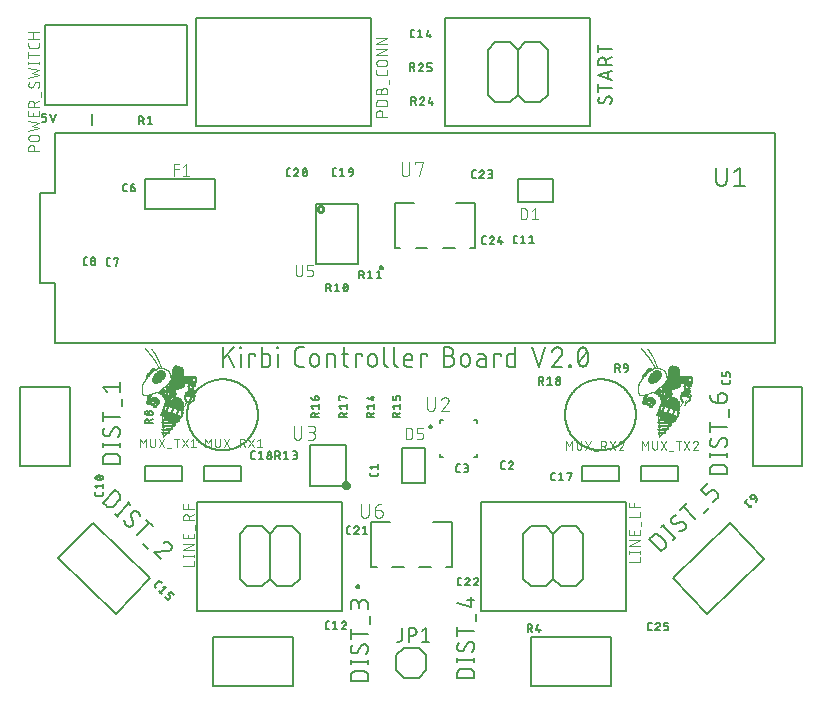
<source format=gbr>
G04 EAGLE Gerber RS-274X export*
G75*
%MOMM*%
%FSLAX34Y34*%
%LPD*%
%INSilkscreen Top*%
%IPPOS*%
%AMOC8*
5,1,8,0,0,1.08239X$1,22.5*%
G01*
%ADD10C,0.152400*%
%ADD11C,0.203200*%
%ADD12C,0.127000*%
%ADD13C,0.076200*%
%ADD14C,0.200000*%
%ADD15C,0.101600*%
%ADD16R,0.030481X0.010156*%
%ADD17R,0.030475X0.010156*%
%ADD18R,0.050800X0.010156*%
%ADD19R,0.050800X0.010162*%
%ADD20R,0.071119X0.010156*%
%ADD21R,0.040638X0.010156*%
%ADD22R,0.030481X0.010162*%
%ADD23R,0.030475X0.010162*%
%ADD24R,0.040638X0.010162*%
%ADD25R,0.020319X0.010156*%
%ADD26R,0.010156X0.010156*%
%ADD27R,0.132075X0.010156*%
%ADD28R,0.213363X0.010156*%
%ADD29R,0.254000X0.010162*%
%ADD30R,0.010156X0.010162*%
%ADD31R,0.375919X0.010156*%
%ADD32R,0.436875X0.010156*%
%ADD33R,0.518162X0.010156*%
%ADD34R,0.558800X0.010156*%
%ADD35R,0.599438X0.010162*%
%ADD36R,0.579119X0.010156*%
%ADD37R,0.599438X0.010156*%
%ADD38R,0.538481X0.010156*%
%ADD39R,0.010162X0.010162*%
%ADD40R,0.426719X0.010162*%
%ADD41R,0.010162X0.010156*%
%ADD42R,0.386081X0.010156*%
%ADD43R,0.294637X0.010156*%
%ADD44R,0.233681X0.010156*%
%ADD45R,0.142238X0.010156*%
%ADD46R,0.081275X0.010162*%
%ADD47R,0.132081X0.010162*%
%ADD48R,0.152400X0.010156*%
%ADD49R,0.365762X0.010156*%
%ADD50R,0.497838X0.010156*%
%ADD51R,0.568963X0.010162*%
%ADD52R,0.701037X0.010156*%
%ADD53R,0.772163X0.010156*%
%ADD54R,0.822963X0.010156*%
%ADD55R,0.843281X0.010156*%
%ADD56R,0.843281X0.010162*%
%ADD57R,0.833119X0.010156*%
%ADD58R,0.772156X0.010156*%
%ADD59R,0.548638X0.010156*%
%ADD60R,0.396238X0.010162*%
%ADD61R,0.335281X0.010156*%
%ADD62R,0.193038X0.010156*%
%ADD63R,0.172719X0.010156*%
%ADD64R,0.071119X0.010162*%
%ADD65R,0.182881X0.010156*%
%ADD66R,0.447038X0.010156*%
%ADD67R,0.721356X0.010162*%
%ADD68R,0.863600X0.010156*%
%ADD69R,0.965200X0.010156*%
%ADD70R,1.066800X0.010156*%
%ADD71R,1.076956X0.010156*%
%ADD72R,1.087119X0.010162*%
%ADD73R,1.087119X0.010156*%
%ADD74R,1.026156X0.010156*%
%ADD75R,0.802638X0.010156*%
%ADD76R,0.721363X0.010156*%
%ADD77R,0.538475X0.010162*%
%ADD78R,0.457200X0.010156*%
%ADD79R,0.284481X0.010156*%
%ADD80R,0.182875X0.010156*%
%ADD81R,0.060956X0.010156*%
%ADD82R,0.365756X0.010162*%
%ADD83R,0.477519X0.010156*%
%ADD84R,0.680719X0.010156*%
%ADD85R,0.782319X0.010156*%
%ADD86R,0.985519X0.010156*%
%ADD87R,1.229356X0.010156*%
%ADD88R,1.259838X0.010156*%
%ADD89R,1.249681X0.010156*%
%ADD90R,1.178556X0.010162*%
%ADD91R,0.975356X0.010156*%
%ADD92R,0.355600X0.010162*%
%ADD93R,0.314956X0.010156*%
%ADD94R,0.355600X0.010156*%
%ADD95R,0.396238X0.010156*%
%ADD96R,0.436881X0.010156*%
%ADD97R,0.548638X0.010162*%
%ADD98R,0.243838X0.010156*%
%ADD99R,0.609600X0.010156*%
%ADD100R,0.619756X0.010156*%
%ADD101R,0.589281X0.010156*%
%ADD102R,0.660400X0.010156*%
%ADD103R,0.721356X0.010156*%
%ADD104R,1.483356X0.010162*%
%ADD105R,1.483356X0.010156*%
%ADD106R,1.493519X0.010156*%
%ADD107R,1.513838X0.010156*%
%ADD108R,1.493519X0.010162*%
%ADD109R,1.341119X0.010156*%
%ADD110R,1.209037X0.010156*%
%ADD111R,1.005837X0.010156*%
%ADD112R,1.016000X0.010162*%
%ADD113R,1.097281X0.010156*%
%ADD114R,1.137919X0.010156*%
%ADD115R,1.148075X0.010162*%
%ADD116R,1.178556X0.010156*%
%ADD117R,1.270000X0.010156*%
%ADD118R,1.290319X0.010156*%
%ADD119R,1.391919X0.010162*%
%ADD120R,1.402081X0.010156*%
%ADD121R,1.442719X0.010156*%
%ADD122R,1.473200X0.010156*%
%ADD123R,1.595119X0.010156*%
%ADD124R,1.584956X0.010162*%
%ADD125R,0.091438X0.010156*%
%ADD126R,1.463037X0.010156*%
%ADD127R,0.101600X0.010156*%
%ADD128R,1.452881X0.010156*%
%ADD129R,1.452881X0.010162*%
%ADD130R,0.111756X0.010162*%
%ADD131R,0.111756X0.010156*%
%ADD132R,0.101600X0.010162*%
%ADD133R,1.452875X0.010162*%
%ADD134R,0.121919X0.010162*%
%ADD135R,1.452875X0.010156*%
%ADD136R,0.111763X0.010156*%
%ADD137R,0.121919X0.010156*%
%ADD138R,1.432556X0.010162*%
%ADD139R,1.198881X0.010156*%
%ADD140R,1.188719X0.010156*%
%ADD141R,1.148075X0.010156*%
%ADD142R,1.127763X0.010162*%
%ADD143R,0.182881X0.010162*%
%ADD144R,0.162556X0.010156*%
%ADD145R,1.036319X0.010156*%
%ADD146R,0.965200X0.010162*%
%ADD147R,0.172719X0.010162*%
%ADD148R,0.132081X0.010156*%
%ADD149R,0.955038X0.010156*%
%ADD150R,0.944881X0.010156*%
%ADD151R,0.081281X0.010156*%
%ADD152R,0.640075X0.010162*%
%ADD153R,0.193038X0.010162*%
%ADD154R,0.528319X0.010156*%
%ADD155R,0.436881X0.010162*%
%ADD156R,0.426719X0.010156*%
%ADD157R,0.213356X0.010156*%
%ADD158R,0.264163X0.010162*%
%ADD159R,0.223519X0.010162*%
%ADD160R,0.254000X0.010156*%
%ADD161R,0.274319X0.010156*%
%ADD162R,0.304800X0.010156*%
%ADD163R,0.162562X0.010156*%
%ADD164R,0.132075X0.010162*%
%ADD165R,0.518156X0.010162*%
%ADD166R,0.508000X0.010156*%
%ADD167R,0.152400X0.010162*%
%ADD168R,0.518162X0.010162*%
%ADD169R,0.629919X0.010156*%
%ADD170R,0.670556X0.010162*%
%ADD171R,0.182875X0.010162*%
%ADD172R,0.792475X0.010162*%
%ADD173R,0.995675X0.010156*%
%ADD174R,0.975356X0.010162*%
%ADD175R,0.020319X0.010162*%
%ADD176R,0.345438X0.010156*%
%ADD177R,1.016000X0.010156*%
%ADD178R,0.375919X0.010162*%
%ADD179R,0.142238X0.010162*%
%ADD180R,1.127756X0.010162*%
%ADD181R,0.091438X0.010162*%
%ADD182R,1.249675X0.010156*%
%ADD183R,0.386075X0.010156*%
%ADD184R,0.406400X0.010156*%
%ADD185R,1.239519X0.010156*%
%ADD186R,1.249675X0.010162*%
%ADD187R,0.416563X0.010156*%
%ADD188R,1.310638X0.010156*%
%ADD189R,1.432556X0.010156*%
%ADD190R,1.391919X0.010156*%
%ADD191R,0.203200X0.010162*%
%ADD192R,0.233681X0.010162*%
%ADD193R,1.330956X0.010156*%
%ADD194R,0.203200X0.010156*%
%ADD195R,1.320800X0.010156*%
%ADD196R,1.209037X0.010162*%
%ADD197R,0.345438X0.010162*%
%ADD198R,1.148081X0.010156*%
%ADD199R,1.107438X0.010156*%
%ADD200R,1.076963X0.010156*%
%ADD201R,0.284475X0.010162*%
%ADD202R,0.294637X0.010162*%
%ADD203R,0.213363X0.010162*%
%ADD204R,1.066800X0.010162*%
%ADD205R,0.487675X0.010162*%
%ADD206R,0.538475X0.010156*%
%ADD207R,0.924556X0.010156*%
%ADD208R,0.731519X0.010162*%
%ADD209R,0.243838X0.010162*%
%ADD210R,0.894075X0.010162*%
%ADD211R,0.609600X0.010162*%
%ADD212R,0.741681X0.010156*%
%ADD213R,0.883919X0.010156*%
%ADD214R,0.640075X0.010156*%
%ADD215R,0.822956X0.010156*%
%ADD216R,0.812800X0.010156*%
%ADD217R,0.690881X0.010156*%
%ADD218R,0.751838X0.010156*%
%ADD219R,0.711200X0.010156*%
%ADD220R,0.741681X0.010162*%
%ADD221R,0.060963X0.010162*%
%ADD222R,0.060963X0.010156*%
%ADD223R,0.792481X0.010156*%
%ADD224R,0.223519X0.010156*%
%ADD225R,0.640081X0.010156*%
%ADD226R,0.518156X0.010156*%
%ADD227R,0.508000X0.010162*%
%ADD228R,0.863600X0.010162*%
%ADD229R,0.081281X0.010162*%
%ADD230R,0.528319X0.010162*%
%ADD231R,0.162556X0.010162*%
%ADD232R,0.335281X0.010162*%
%ADD233R,1.026156X0.010162*%
%ADD234R,1.046481X0.010156*%
%ADD235R,1.127756X0.010156*%
%ADD236R,0.762000X0.010162*%
%ADD237R,0.314956X0.010162*%
%ADD238R,1.168400X0.010162*%
%ADD239R,0.762000X0.010156*%
%ADD240R,0.264156X0.010156*%
%ADD241R,0.284475X0.010156*%
%ADD242R,0.274319X0.010162*%
%ADD243R,0.335275X0.010156*%
%ADD244R,0.325119X0.010156*%
%ADD245R,0.233675X0.010162*%
%ADD246R,0.670563X0.010156*%
%ADD247R,0.944881X0.010162*%
%ADD248R,0.619756X0.010162*%
%ADD249R,0.914400X0.010156*%
%ADD250R,0.568963X0.010156*%
%ADD251R,0.447038X0.010162*%
%ADD252R,0.497838X0.010162*%
%ADD253R,0.416556X0.010156*%
%ADD254R,0.568956X0.010156*%
%ADD255R,0.487681X0.010156*%
%ADD256R,0.670556X0.010156*%
%ADD257R,0.365756X0.010156*%
%ADD258R,0.751838X0.010162*%
%ADD259R,0.111763X0.010162*%
%ADD260R,0.822956X0.010162*%
%ADD261R,0.264156X0.010162*%
%ADD262R,0.467363X0.010162*%
%ADD263R,0.060956X0.010162*%
%ADD264R,0.883919X0.010162*%
%ADD265R,0.904238X0.010156*%
%ADD266R,0.660400X0.010162*%
%ADD267R,0.589275X0.010156*%
%ADD268R,0.233675X0.010156*%
%ADD269R,0.213356X0.010162*%
%ADD270R,0.457200X0.010162*%
%ADD271R,0.314963X0.010156*%
%ADD272R,0.264163X0.010156*%
%ADD273R,0.081275X0.010156*%
%ADD274R,0.436875X0.010162*%
%ADD275R,0.579119X0.010162*%
%ADD276R,0.680719X0.010162*%
%ADD277R,0.619762X0.010156*%
%ADD278R,0.487675X0.010156*%
%ADD279R,0.467356X0.010156*%
%ADD280R,0.477519X0.010162*%
%ADD281R,0.924563X0.010162*%
%ADD282R,0.650238X0.010156*%
%ADD283R,0.670563X0.010162*%
%ADD284R,0.416556X0.010162*%
%ADD285R,0.843275X0.010156*%
%ADD286R,0.416563X0.010162*%
%ADD287R,1.046475X0.010156*%
%ADD288R,1.056638X0.010156*%
%ADD289R,1.158238X0.010156*%
%ADD290R,1.168400X0.010156*%
%ADD291R,1.188719X0.010162*%
%ADD292R,1.270000X0.010162*%
%ADD293R,1.310638X0.010162*%
%ADD294R,1.351275X0.010156*%
%ADD295R,1.351275X0.010162*%
%ADD296R,1.361438X0.010156*%
%ADD297R,1.361438X0.010162*%
%ADD298R,1.371600X0.010156*%
%ADD299R,1.381763X0.010156*%
%ADD300R,1.371600X0.010162*%
%ADD301R,0.386075X0.010162*%
%ADD302R,1.432562X0.010162*%
%ADD303R,0.386081X0.010162*%
%ADD304R,1.554481X0.010156*%
%ADD305R,1.229356X0.010162*%
%ADD306R,0.335275X0.010162*%
%ADD307R,1.280156X0.010156*%
%ADD308R,1.574800X0.010162*%
%ADD309R,1.635756X0.010156*%
%ADD310R,1.645919X0.010156*%
%ADD311R,1.656075X0.010156*%
%ADD312R,1.666238X0.010156*%
%ADD313R,1.676400X0.010162*%
%ADD314R,0.731519X0.010156*%
%ADD315R,1.656081X0.010156*%
%ADD316R,1.676400X0.010156*%
%ADD317R,0.792475X0.010156*%
%ADD318R,0.802638X0.010162*%
%ADD319R,1.473200X0.010162*%
%ADD320R,1.869438X0.010156*%
%ADD321R,1.838956X0.010156*%
%ADD322R,0.853438X0.010156*%
%ADD323R,1.849119X0.010156*%
%ADD324R,1.818638X0.010156*%
%ADD325R,0.873756X0.010162*%
%ADD326R,1.818638X0.010162*%
%ADD327R,1.808475X0.010156*%
%ADD328R,0.894075X0.010156*%
%ADD329R,0.914400X0.010162*%
%ADD330R,0.944875X0.010156*%
%ADD331R,1.117600X0.010156*%
%ADD332R,0.955038X0.010162*%
%ADD333R,1.341119X0.010162*%
%ADD334R,1.534156X0.010156*%
%ADD335R,0.985519X0.010162*%
%ADD336R,1.808481X0.010162*%
%ADD337R,0.995681X0.010156*%
%ADD338R,1.828800X0.010156*%
%ADD339R,1.859281X0.010156*%
%ADD340R,1.889756X0.010156*%
%ADD341R,2.164081X0.010162*%
%ADD342R,2.143763X0.010156*%
%ADD343R,2.153919X0.010156*%
%ADD344R,1.005837X0.010162*%
%ADD345R,0.975363X0.010156*%
%ADD346R,0.640081X0.010162*%
%ADD347R,0.995681X0.010162*%
%ADD348R,1.046475X0.010162*%
%ADD349R,0.325119X0.010162*%
%ADD350R,0.934719X0.010156*%
%ADD351R,0.894081X0.010156*%
%ADD352R,0.904238X0.010162*%
%ADD353R,0.782319X0.010162*%
%ADD354R,0.701037X0.010162*%
%ADD355R,1.056638X0.010162*%
%ADD356R,1.046481X0.010162*%
%ADD357R,1.026163X0.010162*%
%ADD358R,1.026163X0.010156*%
%ADD359R,0.467356X0.010162*%
%ADD360R,0.741675X0.010156*%
%ADD361C,0.300000*%
%ADD362C,0.250000*%


D10*
X30762Y270762D02*
X30762Y287018D01*
X39793Y287018D02*
X30762Y277084D01*
X34374Y280696D02*
X39793Y270762D01*
X45487Y270762D02*
X45487Y281599D01*
X45036Y286115D02*
X45036Y287018D01*
X45939Y287018D01*
X45939Y286115D01*
X45036Y286115D01*
X52381Y281599D02*
X52381Y270762D01*
X52381Y281599D02*
X57799Y281599D01*
X57799Y279793D01*
X63311Y287018D02*
X63311Y270762D01*
X67826Y270762D01*
X67930Y270764D01*
X68033Y270770D01*
X68137Y270780D01*
X68240Y270794D01*
X68342Y270812D01*
X68443Y270833D01*
X68544Y270859D01*
X68643Y270888D01*
X68742Y270921D01*
X68839Y270958D01*
X68934Y270999D01*
X69028Y271043D01*
X69120Y271091D01*
X69210Y271142D01*
X69299Y271197D01*
X69385Y271255D01*
X69468Y271317D01*
X69550Y271381D01*
X69628Y271449D01*
X69704Y271519D01*
X69778Y271592D01*
X69848Y271669D01*
X69916Y271747D01*
X69980Y271829D01*
X70042Y271912D01*
X70100Y271998D01*
X70155Y272087D01*
X70206Y272177D01*
X70254Y272269D01*
X70298Y272363D01*
X70339Y272458D01*
X70376Y272555D01*
X70409Y272654D01*
X70438Y272753D01*
X70464Y272854D01*
X70485Y272955D01*
X70503Y273057D01*
X70517Y273160D01*
X70527Y273264D01*
X70533Y273367D01*
X70535Y273471D01*
X70536Y273471D02*
X70536Y278890D01*
X70535Y278890D02*
X70533Y278991D01*
X70527Y279092D01*
X70518Y279193D01*
X70505Y279294D01*
X70488Y279394D01*
X70467Y279493D01*
X70443Y279591D01*
X70415Y279688D01*
X70383Y279785D01*
X70348Y279880D01*
X70309Y279973D01*
X70267Y280065D01*
X70221Y280156D01*
X70172Y280245D01*
X70120Y280331D01*
X70064Y280416D01*
X70006Y280499D01*
X69944Y280579D01*
X69879Y280657D01*
X69812Y280733D01*
X69742Y280806D01*
X69669Y280876D01*
X69593Y280943D01*
X69515Y281008D01*
X69435Y281070D01*
X69352Y281128D01*
X69267Y281184D01*
X69181Y281236D01*
X69092Y281285D01*
X69001Y281331D01*
X68909Y281373D01*
X68816Y281412D01*
X68721Y281447D01*
X68624Y281479D01*
X68527Y281507D01*
X68429Y281531D01*
X68330Y281552D01*
X68230Y281569D01*
X68129Y281582D01*
X68028Y281591D01*
X67927Y281597D01*
X67826Y281599D01*
X63311Y281599D01*
X76750Y281599D02*
X76750Y270762D01*
X76298Y286115D02*
X76298Y287018D01*
X77201Y287018D01*
X77201Y286115D01*
X76298Y286115D01*
X95086Y270762D02*
X98698Y270762D01*
X95086Y270762D02*
X94968Y270764D01*
X94850Y270770D01*
X94732Y270779D01*
X94615Y270793D01*
X94498Y270810D01*
X94381Y270831D01*
X94266Y270856D01*
X94151Y270885D01*
X94037Y270918D01*
X93925Y270954D01*
X93814Y270994D01*
X93704Y271037D01*
X93595Y271084D01*
X93488Y271134D01*
X93383Y271189D01*
X93280Y271246D01*
X93179Y271307D01*
X93079Y271371D01*
X92982Y271438D01*
X92887Y271508D01*
X92795Y271582D01*
X92704Y271658D01*
X92617Y271738D01*
X92532Y271820D01*
X92450Y271905D01*
X92370Y271992D01*
X92294Y272083D01*
X92220Y272175D01*
X92150Y272270D01*
X92083Y272367D01*
X92019Y272467D01*
X91958Y272568D01*
X91901Y272671D01*
X91846Y272776D01*
X91796Y272883D01*
X91749Y272992D01*
X91706Y273102D01*
X91666Y273213D01*
X91630Y273325D01*
X91597Y273439D01*
X91568Y273554D01*
X91543Y273669D01*
X91522Y273786D01*
X91505Y273903D01*
X91491Y274020D01*
X91482Y274138D01*
X91476Y274256D01*
X91474Y274374D01*
X91473Y274374D02*
X91473Y283406D01*
X91474Y283406D02*
X91476Y283524D01*
X91482Y283642D01*
X91491Y283760D01*
X91505Y283877D01*
X91522Y283994D01*
X91543Y284111D01*
X91568Y284226D01*
X91597Y284341D01*
X91630Y284455D01*
X91666Y284567D01*
X91706Y284678D01*
X91749Y284788D01*
X91796Y284897D01*
X91846Y285004D01*
X91900Y285109D01*
X91958Y285212D01*
X92019Y285313D01*
X92083Y285413D01*
X92150Y285510D01*
X92220Y285605D01*
X92294Y285697D01*
X92370Y285788D01*
X92450Y285875D01*
X92532Y285960D01*
X92617Y286042D01*
X92704Y286122D01*
X92795Y286198D01*
X92887Y286272D01*
X92982Y286342D01*
X93079Y286409D01*
X93179Y286473D01*
X93280Y286534D01*
X93383Y286591D01*
X93488Y286645D01*
X93595Y286696D01*
X93704Y286743D01*
X93814Y286786D01*
X93925Y286826D01*
X94037Y286862D01*
X94151Y286895D01*
X94266Y286924D01*
X94381Y286949D01*
X94498Y286970D01*
X94615Y286987D01*
X94732Y287001D01*
X94850Y287010D01*
X94968Y287016D01*
X95086Y287018D01*
X98698Y287018D01*
X104400Y277987D02*
X104400Y274374D01*
X104400Y277987D02*
X104402Y278106D01*
X104408Y278226D01*
X104418Y278345D01*
X104432Y278463D01*
X104449Y278582D01*
X104471Y278699D01*
X104496Y278816D01*
X104526Y278931D01*
X104559Y279046D01*
X104596Y279160D01*
X104636Y279272D01*
X104681Y279383D01*
X104729Y279492D01*
X104780Y279600D01*
X104835Y279706D01*
X104894Y279810D01*
X104956Y279912D01*
X105021Y280012D01*
X105090Y280110D01*
X105162Y280206D01*
X105237Y280299D01*
X105314Y280389D01*
X105395Y280477D01*
X105479Y280562D01*
X105566Y280644D01*
X105655Y280724D01*
X105747Y280800D01*
X105841Y280874D01*
X105938Y280944D01*
X106036Y281011D01*
X106137Y281075D01*
X106241Y281135D01*
X106346Y281192D01*
X106453Y281245D01*
X106561Y281295D01*
X106671Y281341D01*
X106783Y281383D01*
X106896Y281422D01*
X107010Y281457D01*
X107125Y281488D01*
X107242Y281516D01*
X107359Y281539D01*
X107476Y281559D01*
X107595Y281575D01*
X107714Y281587D01*
X107833Y281595D01*
X107952Y281599D01*
X108072Y281599D01*
X108191Y281595D01*
X108310Y281587D01*
X108429Y281575D01*
X108548Y281559D01*
X108665Y281539D01*
X108782Y281516D01*
X108899Y281488D01*
X109014Y281457D01*
X109128Y281422D01*
X109241Y281383D01*
X109353Y281341D01*
X109463Y281295D01*
X109571Y281245D01*
X109678Y281192D01*
X109783Y281135D01*
X109887Y281075D01*
X109988Y281011D01*
X110086Y280944D01*
X110183Y280874D01*
X110277Y280800D01*
X110369Y280724D01*
X110458Y280644D01*
X110545Y280562D01*
X110629Y280477D01*
X110710Y280389D01*
X110787Y280299D01*
X110862Y280206D01*
X110934Y280110D01*
X111003Y280012D01*
X111068Y279912D01*
X111130Y279810D01*
X111189Y279706D01*
X111244Y279600D01*
X111295Y279492D01*
X111343Y279383D01*
X111388Y279272D01*
X111428Y279160D01*
X111465Y279046D01*
X111498Y278931D01*
X111528Y278816D01*
X111553Y278699D01*
X111575Y278582D01*
X111592Y278463D01*
X111606Y278345D01*
X111616Y278226D01*
X111622Y278106D01*
X111624Y277987D01*
X111625Y277987D02*
X111625Y274374D01*
X111624Y274374D02*
X111622Y274255D01*
X111616Y274135D01*
X111606Y274016D01*
X111592Y273898D01*
X111575Y273779D01*
X111553Y273662D01*
X111528Y273545D01*
X111498Y273430D01*
X111465Y273315D01*
X111428Y273201D01*
X111388Y273089D01*
X111343Y272978D01*
X111295Y272869D01*
X111244Y272761D01*
X111189Y272655D01*
X111130Y272551D01*
X111068Y272449D01*
X111003Y272349D01*
X110934Y272251D01*
X110862Y272155D01*
X110787Y272062D01*
X110710Y271972D01*
X110629Y271884D01*
X110545Y271799D01*
X110458Y271717D01*
X110369Y271637D01*
X110277Y271561D01*
X110183Y271487D01*
X110086Y271417D01*
X109988Y271350D01*
X109887Y271286D01*
X109783Y271226D01*
X109678Y271169D01*
X109571Y271116D01*
X109463Y271066D01*
X109353Y271020D01*
X109241Y270978D01*
X109128Y270939D01*
X109014Y270904D01*
X108899Y270873D01*
X108782Y270845D01*
X108665Y270822D01*
X108548Y270802D01*
X108429Y270786D01*
X108310Y270774D01*
X108191Y270766D01*
X108072Y270762D01*
X107952Y270762D01*
X107833Y270766D01*
X107714Y270774D01*
X107595Y270786D01*
X107476Y270802D01*
X107359Y270822D01*
X107242Y270845D01*
X107125Y270873D01*
X107010Y270904D01*
X106896Y270939D01*
X106783Y270978D01*
X106671Y271020D01*
X106561Y271066D01*
X106453Y271116D01*
X106346Y271169D01*
X106241Y271226D01*
X106137Y271286D01*
X106036Y271350D01*
X105938Y271417D01*
X105841Y271487D01*
X105747Y271561D01*
X105655Y271637D01*
X105566Y271717D01*
X105479Y271799D01*
X105395Y271884D01*
X105314Y271972D01*
X105237Y272062D01*
X105162Y272155D01*
X105090Y272251D01*
X105021Y272349D01*
X104956Y272449D01*
X104894Y272551D01*
X104835Y272655D01*
X104780Y272761D01*
X104729Y272869D01*
X104681Y272978D01*
X104636Y273089D01*
X104596Y273201D01*
X104559Y273315D01*
X104526Y273430D01*
X104496Y273545D01*
X104471Y273662D01*
X104449Y273779D01*
X104432Y273898D01*
X104418Y274016D01*
X104408Y274135D01*
X104402Y274255D01*
X104400Y274374D01*
X118468Y270762D02*
X118468Y281599D01*
X122983Y281599D01*
X123087Y281597D01*
X123190Y281591D01*
X123294Y281581D01*
X123397Y281567D01*
X123499Y281549D01*
X123600Y281528D01*
X123701Y281502D01*
X123800Y281473D01*
X123899Y281440D01*
X123996Y281403D01*
X124091Y281362D01*
X124185Y281318D01*
X124277Y281270D01*
X124367Y281219D01*
X124456Y281164D01*
X124542Y281106D01*
X124625Y281044D01*
X124707Y280980D01*
X124785Y280912D01*
X124861Y280842D01*
X124935Y280769D01*
X125005Y280692D01*
X125073Y280614D01*
X125137Y280532D01*
X125199Y280449D01*
X125257Y280363D01*
X125312Y280274D01*
X125363Y280184D01*
X125411Y280092D01*
X125455Y279998D01*
X125496Y279903D01*
X125533Y279806D01*
X125566Y279707D01*
X125595Y279608D01*
X125621Y279507D01*
X125642Y279406D01*
X125660Y279304D01*
X125674Y279201D01*
X125684Y279097D01*
X125690Y278994D01*
X125692Y278890D01*
X125693Y278890D02*
X125693Y270762D01*
X131239Y281599D02*
X136657Y281599D01*
X133045Y287018D02*
X133045Y273471D01*
X133047Y273370D01*
X133053Y273269D01*
X133062Y273168D01*
X133075Y273067D01*
X133092Y272967D01*
X133113Y272868D01*
X133137Y272770D01*
X133165Y272673D01*
X133197Y272576D01*
X133232Y272481D01*
X133271Y272388D01*
X133313Y272296D01*
X133359Y272205D01*
X133408Y272117D01*
X133460Y272030D01*
X133516Y271945D01*
X133574Y271862D01*
X133636Y271782D01*
X133701Y271704D01*
X133768Y271628D01*
X133838Y271555D01*
X133911Y271485D01*
X133987Y271418D01*
X134065Y271353D01*
X134145Y271291D01*
X134228Y271233D01*
X134313Y271177D01*
X134400Y271125D01*
X134488Y271076D01*
X134579Y271030D01*
X134671Y270988D01*
X134764Y270949D01*
X134859Y270914D01*
X134956Y270882D01*
X135053Y270854D01*
X135151Y270830D01*
X135250Y270809D01*
X135350Y270792D01*
X135451Y270779D01*
X135552Y270770D01*
X135653Y270764D01*
X135754Y270762D01*
X136657Y270762D01*
X143042Y270762D02*
X143042Y281599D01*
X148460Y281599D01*
X148460Y279793D01*
X153378Y277987D02*
X153378Y274374D01*
X153378Y277987D02*
X153380Y278106D01*
X153386Y278226D01*
X153396Y278345D01*
X153410Y278463D01*
X153427Y278582D01*
X153449Y278699D01*
X153474Y278816D01*
X153504Y278931D01*
X153537Y279046D01*
X153574Y279160D01*
X153614Y279272D01*
X153659Y279383D01*
X153707Y279492D01*
X153758Y279600D01*
X153813Y279706D01*
X153872Y279810D01*
X153934Y279912D01*
X153999Y280012D01*
X154068Y280110D01*
X154140Y280206D01*
X154215Y280299D01*
X154292Y280389D01*
X154373Y280477D01*
X154457Y280562D01*
X154544Y280644D01*
X154633Y280724D01*
X154725Y280800D01*
X154819Y280874D01*
X154916Y280944D01*
X155014Y281011D01*
X155115Y281075D01*
X155219Y281135D01*
X155324Y281192D01*
X155431Y281245D01*
X155539Y281295D01*
X155649Y281341D01*
X155761Y281383D01*
X155874Y281422D01*
X155988Y281457D01*
X156103Y281488D01*
X156220Y281516D01*
X156337Y281539D01*
X156454Y281559D01*
X156573Y281575D01*
X156692Y281587D01*
X156811Y281595D01*
X156930Y281599D01*
X157050Y281599D01*
X157169Y281595D01*
X157288Y281587D01*
X157407Y281575D01*
X157526Y281559D01*
X157643Y281539D01*
X157760Y281516D01*
X157877Y281488D01*
X157992Y281457D01*
X158106Y281422D01*
X158219Y281383D01*
X158331Y281341D01*
X158441Y281295D01*
X158549Y281245D01*
X158656Y281192D01*
X158761Y281135D01*
X158865Y281075D01*
X158966Y281011D01*
X159064Y280944D01*
X159161Y280874D01*
X159255Y280800D01*
X159347Y280724D01*
X159436Y280644D01*
X159523Y280562D01*
X159607Y280477D01*
X159688Y280389D01*
X159765Y280299D01*
X159840Y280206D01*
X159912Y280110D01*
X159981Y280012D01*
X160046Y279912D01*
X160108Y279810D01*
X160167Y279706D01*
X160222Y279600D01*
X160273Y279492D01*
X160321Y279383D01*
X160366Y279272D01*
X160406Y279160D01*
X160443Y279046D01*
X160476Y278931D01*
X160506Y278816D01*
X160531Y278699D01*
X160553Y278582D01*
X160570Y278463D01*
X160584Y278345D01*
X160594Y278226D01*
X160600Y278106D01*
X160602Y277987D01*
X160602Y274374D01*
X160600Y274255D01*
X160594Y274135D01*
X160584Y274016D01*
X160570Y273898D01*
X160553Y273779D01*
X160531Y273662D01*
X160506Y273545D01*
X160476Y273430D01*
X160443Y273315D01*
X160406Y273201D01*
X160366Y273089D01*
X160321Y272978D01*
X160273Y272869D01*
X160222Y272761D01*
X160167Y272655D01*
X160108Y272551D01*
X160046Y272449D01*
X159981Y272349D01*
X159912Y272251D01*
X159840Y272155D01*
X159765Y272062D01*
X159688Y271972D01*
X159607Y271884D01*
X159523Y271799D01*
X159436Y271717D01*
X159347Y271637D01*
X159255Y271561D01*
X159161Y271487D01*
X159064Y271417D01*
X158966Y271350D01*
X158865Y271286D01*
X158761Y271226D01*
X158656Y271169D01*
X158549Y271116D01*
X158441Y271066D01*
X158331Y271020D01*
X158219Y270978D01*
X158106Y270939D01*
X157992Y270904D01*
X157877Y270873D01*
X157760Y270845D01*
X157643Y270822D01*
X157526Y270802D01*
X157407Y270786D01*
X157288Y270774D01*
X157169Y270766D01*
X157050Y270762D01*
X156930Y270762D01*
X156811Y270766D01*
X156692Y270774D01*
X156573Y270786D01*
X156454Y270802D01*
X156337Y270822D01*
X156220Y270845D01*
X156103Y270873D01*
X155988Y270904D01*
X155874Y270939D01*
X155761Y270978D01*
X155649Y271020D01*
X155539Y271066D01*
X155431Y271116D01*
X155324Y271169D01*
X155219Y271226D01*
X155115Y271286D01*
X155014Y271350D01*
X154916Y271417D01*
X154819Y271487D01*
X154725Y271561D01*
X154633Y271637D01*
X154544Y271717D01*
X154457Y271799D01*
X154373Y271884D01*
X154292Y271972D01*
X154215Y272062D01*
X154140Y272155D01*
X154068Y272251D01*
X153999Y272349D01*
X153934Y272449D01*
X153872Y272551D01*
X153813Y272655D01*
X153758Y272761D01*
X153707Y272869D01*
X153659Y272978D01*
X153614Y273089D01*
X153574Y273201D01*
X153537Y273315D01*
X153504Y273430D01*
X153474Y273545D01*
X153449Y273662D01*
X153427Y273779D01*
X153410Y273898D01*
X153396Y274016D01*
X153386Y274135D01*
X153380Y274255D01*
X153378Y274374D01*
X167162Y273471D02*
X167162Y287018D01*
X167162Y273471D02*
X167164Y273370D01*
X167170Y273269D01*
X167179Y273168D01*
X167192Y273067D01*
X167209Y272967D01*
X167230Y272868D01*
X167254Y272770D01*
X167282Y272673D01*
X167314Y272576D01*
X167349Y272481D01*
X167388Y272388D01*
X167430Y272296D01*
X167476Y272205D01*
X167525Y272117D01*
X167577Y272030D01*
X167633Y271945D01*
X167691Y271862D01*
X167753Y271782D01*
X167818Y271704D01*
X167885Y271628D01*
X167955Y271555D01*
X168028Y271485D01*
X168104Y271418D01*
X168182Y271353D01*
X168262Y271291D01*
X168345Y271233D01*
X168430Y271177D01*
X168517Y271125D01*
X168605Y271076D01*
X168696Y271030D01*
X168788Y270988D01*
X168881Y270949D01*
X168976Y270914D01*
X169073Y270882D01*
X169170Y270854D01*
X169268Y270830D01*
X169367Y270809D01*
X169467Y270792D01*
X169568Y270779D01*
X169669Y270770D01*
X169770Y270764D01*
X169871Y270762D01*
X175498Y273471D02*
X175498Y287018D01*
X175498Y273471D02*
X175500Y273370D01*
X175506Y273269D01*
X175515Y273168D01*
X175528Y273067D01*
X175545Y272967D01*
X175566Y272868D01*
X175590Y272770D01*
X175618Y272673D01*
X175650Y272576D01*
X175685Y272481D01*
X175724Y272388D01*
X175766Y272296D01*
X175812Y272205D01*
X175861Y272117D01*
X175913Y272030D01*
X175969Y271945D01*
X176027Y271862D01*
X176089Y271782D01*
X176154Y271704D01*
X176221Y271628D01*
X176291Y271555D01*
X176364Y271485D01*
X176440Y271418D01*
X176518Y271353D01*
X176598Y271291D01*
X176681Y271233D01*
X176766Y271177D01*
X176853Y271125D01*
X176941Y271076D01*
X177032Y271030D01*
X177124Y270988D01*
X177217Y270949D01*
X177312Y270914D01*
X177409Y270882D01*
X177506Y270854D01*
X177604Y270830D01*
X177703Y270809D01*
X177803Y270792D01*
X177904Y270779D01*
X178005Y270770D01*
X178106Y270764D01*
X178207Y270762D01*
X186307Y270762D02*
X190823Y270762D01*
X186307Y270762D02*
X186206Y270764D01*
X186105Y270770D01*
X186004Y270779D01*
X185903Y270792D01*
X185803Y270809D01*
X185704Y270830D01*
X185606Y270854D01*
X185509Y270882D01*
X185412Y270914D01*
X185317Y270949D01*
X185224Y270988D01*
X185132Y271030D01*
X185041Y271076D01*
X184953Y271125D01*
X184866Y271177D01*
X184781Y271233D01*
X184698Y271291D01*
X184618Y271353D01*
X184540Y271418D01*
X184464Y271485D01*
X184391Y271555D01*
X184321Y271628D01*
X184254Y271704D01*
X184189Y271782D01*
X184127Y271862D01*
X184069Y271945D01*
X184013Y272030D01*
X183961Y272117D01*
X183912Y272205D01*
X183866Y272296D01*
X183824Y272388D01*
X183785Y272481D01*
X183750Y272576D01*
X183718Y272673D01*
X183690Y272770D01*
X183666Y272868D01*
X183645Y272967D01*
X183628Y273067D01*
X183615Y273168D01*
X183606Y273269D01*
X183600Y273370D01*
X183598Y273471D01*
X183598Y277987D01*
X183600Y278106D01*
X183606Y278226D01*
X183616Y278345D01*
X183630Y278463D01*
X183647Y278582D01*
X183669Y278699D01*
X183694Y278816D01*
X183724Y278931D01*
X183757Y279046D01*
X183794Y279160D01*
X183834Y279272D01*
X183879Y279383D01*
X183927Y279492D01*
X183978Y279600D01*
X184033Y279706D01*
X184092Y279810D01*
X184154Y279912D01*
X184219Y280012D01*
X184288Y280110D01*
X184360Y280206D01*
X184435Y280299D01*
X184512Y280389D01*
X184593Y280477D01*
X184677Y280562D01*
X184764Y280644D01*
X184853Y280724D01*
X184945Y280800D01*
X185039Y280874D01*
X185136Y280944D01*
X185234Y281011D01*
X185335Y281075D01*
X185439Y281135D01*
X185544Y281192D01*
X185651Y281245D01*
X185759Y281295D01*
X185869Y281341D01*
X185981Y281383D01*
X186094Y281422D01*
X186208Y281457D01*
X186323Y281488D01*
X186440Y281516D01*
X186557Y281539D01*
X186674Y281559D01*
X186793Y281575D01*
X186912Y281587D01*
X187031Y281595D01*
X187150Y281599D01*
X187270Y281599D01*
X187389Y281595D01*
X187508Y281587D01*
X187627Y281575D01*
X187746Y281559D01*
X187863Y281539D01*
X187980Y281516D01*
X188097Y281488D01*
X188212Y281457D01*
X188326Y281422D01*
X188439Y281383D01*
X188551Y281341D01*
X188661Y281295D01*
X188769Y281245D01*
X188876Y281192D01*
X188981Y281135D01*
X189085Y281075D01*
X189186Y281011D01*
X189284Y280944D01*
X189381Y280874D01*
X189475Y280800D01*
X189567Y280724D01*
X189656Y280644D01*
X189743Y280562D01*
X189827Y280477D01*
X189908Y280389D01*
X189985Y280299D01*
X190060Y280206D01*
X190132Y280110D01*
X190201Y280012D01*
X190266Y279912D01*
X190328Y279810D01*
X190387Y279706D01*
X190442Y279600D01*
X190493Y279492D01*
X190541Y279383D01*
X190586Y279272D01*
X190626Y279160D01*
X190663Y279046D01*
X190696Y278931D01*
X190726Y278816D01*
X190751Y278699D01*
X190773Y278582D01*
X190790Y278463D01*
X190804Y278345D01*
X190814Y278226D01*
X190820Y278106D01*
X190822Y277987D01*
X190823Y277987D02*
X190823Y276181D01*
X183598Y276181D01*
X197751Y270762D02*
X197751Y281599D01*
X203170Y281599D01*
X203170Y279793D01*
X217294Y279793D02*
X221810Y279793D01*
X221810Y279794D02*
X221943Y279792D01*
X222075Y279786D01*
X222207Y279776D01*
X222339Y279763D01*
X222471Y279745D01*
X222601Y279724D01*
X222732Y279699D01*
X222861Y279670D01*
X222989Y279637D01*
X223117Y279601D01*
X223243Y279561D01*
X223368Y279517D01*
X223492Y279469D01*
X223614Y279418D01*
X223735Y279363D01*
X223854Y279305D01*
X223972Y279243D01*
X224087Y279178D01*
X224201Y279109D01*
X224312Y279038D01*
X224421Y278962D01*
X224528Y278884D01*
X224633Y278803D01*
X224735Y278718D01*
X224835Y278631D01*
X224932Y278541D01*
X225027Y278448D01*
X225118Y278352D01*
X225207Y278254D01*
X225293Y278153D01*
X225376Y278049D01*
X225456Y277943D01*
X225532Y277835D01*
X225606Y277725D01*
X225676Y277612D01*
X225743Y277498D01*
X225806Y277381D01*
X225866Y277263D01*
X225923Y277143D01*
X225976Y277021D01*
X226025Y276898D01*
X226071Y276774D01*
X226113Y276648D01*
X226151Y276521D01*
X226186Y276393D01*
X226217Y276264D01*
X226244Y276135D01*
X226267Y276004D01*
X226287Y275873D01*
X226302Y275741D01*
X226314Y275609D01*
X226322Y275477D01*
X226326Y275344D01*
X226326Y275212D01*
X226322Y275079D01*
X226314Y274947D01*
X226302Y274815D01*
X226287Y274683D01*
X226267Y274552D01*
X226244Y274421D01*
X226217Y274292D01*
X226186Y274163D01*
X226151Y274035D01*
X226113Y273908D01*
X226071Y273782D01*
X226025Y273658D01*
X225976Y273535D01*
X225923Y273413D01*
X225866Y273293D01*
X225806Y273175D01*
X225743Y273058D01*
X225676Y272944D01*
X225606Y272831D01*
X225532Y272721D01*
X225456Y272613D01*
X225376Y272507D01*
X225293Y272403D01*
X225207Y272302D01*
X225118Y272204D01*
X225027Y272108D01*
X224932Y272015D01*
X224835Y271925D01*
X224735Y271838D01*
X224633Y271753D01*
X224528Y271672D01*
X224421Y271594D01*
X224312Y271518D01*
X224201Y271447D01*
X224087Y271378D01*
X223972Y271313D01*
X223854Y271251D01*
X223735Y271193D01*
X223614Y271138D01*
X223492Y271087D01*
X223368Y271039D01*
X223243Y270995D01*
X223117Y270955D01*
X222989Y270919D01*
X222861Y270886D01*
X222732Y270857D01*
X222601Y270832D01*
X222471Y270811D01*
X222339Y270793D01*
X222207Y270780D01*
X222075Y270770D01*
X221943Y270764D01*
X221810Y270762D01*
X217294Y270762D01*
X217294Y287018D01*
X221810Y287018D01*
X221929Y287016D01*
X222049Y287010D01*
X222168Y287000D01*
X222286Y286986D01*
X222405Y286969D01*
X222522Y286947D01*
X222639Y286922D01*
X222754Y286892D01*
X222869Y286859D01*
X222983Y286822D01*
X223095Y286782D01*
X223206Y286737D01*
X223315Y286689D01*
X223423Y286638D01*
X223529Y286583D01*
X223633Y286524D01*
X223735Y286462D01*
X223835Y286397D01*
X223933Y286328D01*
X224029Y286256D01*
X224122Y286181D01*
X224212Y286104D01*
X224300Y286023D01*
X224385Y285939D01*
X224467Y285852D01*
X224547Y285763D01*
X224623Y285671D01*
X224697Y285577D01*
X224767Y285480D01*
X224834Y285382D01*
X224898Y285281D01*
X224958Y285177D01*
X225015Y285072D01*
X225068Y284965D01*
X225118Y284857D01*
X225164Y284747D01*
X225206Y284635D01*
X225245Y284522D01*
X225280Y284408D01*
X225311Y284293D01*
X225339Y284176D01*
X225362Y284059D01*
X225382Y283942D01*
X225398Y283823D01*
X225410Y283704D01*
X225418Y283585D01*
X225422Y283466D01*
X225422Y283346D01*
X225418Y283227D01*
X225410Y283108D01*
X225398Y282989D01*
X225382Y282870D01*
X225362Y282753D01*
X225339Y282636D01*
X225311Y282519D01*
X225280Y282404D01*
X225245Y282290D01*
X225206Y282177D01*
X225164Y282065D01*
X225118Y281955D01*
X225068Y281847D01*
X225015Y281740D01*
X224958Y281635D01*
X224898Y281531D01*
X224834Y281430D01*
X224767Y281332D01*
X224697Y281235D01*
X224623Y281141D01*
X224547Y281049D01*
X224467Y280960D01*
X224385Y280873D01*
X224300Y280789D01*
X224212Y280708D01*
X224122Y280631D01*
X224029Y280556D01*
X223933Y280484D01*
X223835Y280415D01*
X223735Y280350D01*
X223633Y280288D01*
X223529Y280229D01*
X223423Y280174D01*
X223315Y280123D01*
X223206Y280075D01*
X223095Y280030D01*
X222983Y279990D01*
X222869Y279953D01*
X222754Y279920D01*
X222639Y279890D01*
X222522Y279865D01*
X222405Y279843D01*
X222286Y279826D01*
X222168Y279812D01*
X222049Y279802D01*
X221929Y279796D01*
X221810Y279794D01*
X232055Y277987D02*
X232055Y274374D01*
X232055Y277987D02*
X232057Y278106D01*
X232063Y278226D01*
X232073Y278345D01*
X232087Y278463D01*
X232104Y278582D01*
X232126Y278699D01*
X232151Y278816D01*
X232181Y278931D01*
X232214Y279046D01*
X232251Y279160D01*
X232291Y279272D01*
X232336Y279383D01*
X232384Y279492D01*
X232435Y279600D01*
X232490Y279706D01*
X232549Y279810D01*
X232611Y279912D01*
X232676Y280012D01*
X232745Y280110D01*
X232817Y280206D01*
X232892Y280299D01*
X232969Y280389D01*
X233050Y280477D01*
X233134Y280562D01*
X233221Y280644D01*
X233310Y280724D01*
X233402Y280800D01*
X233496Y280874D01*
X233593Y280944D01*
X233691Y281011D01*
X233792Y281075D01*
X233896Y281135D01*
X234001Y281192D01*
X234108Y281245D01*
X234216Y281295D01*
X234326Y281341D01*
X234438Y281383D01*
X234551Y281422D01*
X234665Y281457D01*
X234780Y281488D01*
X234897Y281516D01*
X235014Y281539D01*
X235131Y281559D01*
X235250Y281575D01*
X235369Y281587D01*
X235488Y281595D01*
X235607Y281599D01*
X235727Y281599D01*
X235846Y281595D01*
X235965Y281587D01*
X236084Y281575D01*
X236203Y281559D01*
X236320Y281539D01*
X236437Y281516D01*
X236554Y281488D01*
X236669Y281457D01*
X236783Y281422D01*
X236896Y281383D01*
X237008Y281341D01*
X237118Y281295D01*
X237226Y281245D01*
X237333Y281192D01*
X237438Y281135D01*
X237542Y281075D01*
X237643Y281011D01*
X237741Y280944D01*
X237838Y280874D01*
X237932Y280800D01*
X238024Y280724D01*
X238113Y280644D01*
X238200Y280562D01*
X238284Y280477D01*
X238365Y280389D01*
X238442Y280299D01*
X238517Y280206D01*
X238589Y280110D01*
X238658Y280012D01*
X238723Y279912D01*
X238785Y279810D01*
X238844Y279706D01*
X238899Y279600D01*
X238950Y279492D01*
X238998Y279383D01*
X239043Y279272D01*
X239083Y279160D01*
X239120Y279046D01*
X239153Y278931D01*
X239183Y278816D01*
X239208Y278699D01*
X239230Y278582D01*
X239247Y278463D01*
X239261Y278345D01*
X239271Y278226D01*
X239277Y278106D01*
X239279Y277987D01*
X239280Y277987D02*
X239280Y274374D01*
X239279Y274374D02*
X239277Y274255D01*
X239271Y274135D01*
X239261Y274016D01*
X239247Y273898D01*
X239230Y273779D01*
X239208Y273662D01*
X239183Y273545D01*
X239153Y273430D01*
X239120Y273315D01*
X239083Y273201D01*
X239043Y273089D01*
X238998Y272978D01*
X238950Y272869D01*
X238899Y272761D01*
X238844Y272655D01*
X238785Y272551D01*
X238723Y272449D01*
X238658Y272349D01*
X238589Y272251D01*
X238517Y272155D01*
X238442Y272062D01*
X238365Y271972D01*
X238284Y271884D01*
X238200Y271799D01*
X238113Y271717D01*
X238024Y271637D01*
X237932Y271561D01*
X237838Y271487D01*
X237741Y271417D01*
X237643Y271350D01*
X237542Y271286D01*
X237438Y271226D01*
X237333Y271169D01*
X237226Y271116D01*
X237118Y271066D01*
X237008Y271020D01*
X236896Y270978D01*
X236783Y270939D01*
X236669Y270904D01*
X236554Y270873D01*
X236437Y270845D01*
X236320Y270822D01*
X236203Y270802D01*
X236084Y270786D01*
X235965Y270774D01*
X235846Y270766D01*
X235727Y270762D01*
X235607Y270762D01*
X235488Y270766D01*
X235369Y270774D01*
X235250Y270786D01*
X235131Y270802D01*
X235014Y270822D01*
X234897Y270845D01*
X234780Y270873D01*
X234665Y270904D01*
X234551Y270939D01*
X234438Y270978D01*
X234326Y271020D01*
X234216Y271066D01*
X234108Y271116D01*
X234001Y271169D01*
X233896Y271226D01*
X233792Y271286D01*
X233691Y271350D01*
X233593Y271417D01*
X233496Y271487D01*
X233402Y271561D01*
X233310Y271637D01*
X233221Y271717D01*
X233134Y271799D01*
X233050Y271884D01*
X232969Y271972D01*
X232892Y272062D01*
X232817Y272155D01*
X232745Y272251D01*
X232676Y272349D01*
X232611Y272449D01*
X232549Y272551D01*
X232490Y272655D01*
X232435Y272761D01*
X232384Y272869D01*
X232336Y272978D01*
X232291Y273089D01*
X232251Y273201D01*
X232214Y273315D01*
X232181Y273430D01*
X232151Y273545D01*
X232126Y273662D01*
X232104Y273779D01*
X232087Y273898D01*
X232073Y274016D01*
X232063Y274135D01*
X232057Y274255D01*
X232055Y274374D01*
X248689Y277084D02*
X252753Y277084D01*
X248689Y277084D02*
X248577Y277082D01*
X248466Y277076D01*
X248355Y277066D01*
X248244Y277053D01*
X248134Y277035D01*
X248025Y277013D01*
X247916Y276988D01*
X247808Y276959D01*
X247702Y276926D01*
X247596Y276889D01*
X247492Y276849D01*
X247390Y276805D01*
X247289Y276757D01*
X247190Y276706D01*
X247092Y276651D01*
X246997Y276593D01*
X246904Y276532D01*
X246813Y276467D01*
X246724Y276399D01*
X246638Y276328D01*
X246555Y276255D01*
X246474Y276178D01*
X246395Y276098D01*
X246320Y276016D01*
X246248Y275931D01*
X246178Y275844D01*
X246112Y275754D01*
X246049Y275662D01*
X245989Y275567D01*
X245933Y275471D01*
X245880Y275373D01*
X245831Y275273D01*
X245785Y275171D01*
X245743Y275068D01*
X245704Y274963D01*
X245669Y274857D01*
X245638Y274750D01*
X245611Y274642D01*
X245587Y274533D01*
X245568Y274423D01*
X245552Y274313D01*
X245540Y274202D01*
X245532Y274090D01*
X245528Y273979D01*
X245528Y273867D01*
X245532Y273756D01*
X245540Y273644D01*
X245552Y273533D01*
X245568Y273423D01*
X245587Y273313D01*
X245611Y273204D01*
X245638Y273096D01*
X245669Y272989D01*
X245704Y272883D01*
X245743Y272778D01*
X245785Y272675D01*
X245831Y272573D01*
X245880Y272473D01*
X245933Y272375D01*
X245989Y272279D01*
X246049Y272184D01*
X246112Y272092D01*
X246178Y272002D01*
X246248Y271915D01*
X246320Y271830D01*
X246395Y271748D01*
X246474Y271668D01*
X246555Y271591D01*
X246638Y271518D01*
X246724Y271447D01*
X246813Y271379D01*
X246904Y271314D01*
X246997Y271253D01*
X247092Y271195D01*
X247190Y271140D01*
X247289Y271089D01*
X247390Y271041D01*
X247492Y270997D01*
X247596Y270957D01*
X247702Y270920D01*
X247808Y270887D01*
X247916Y270858D01*
X248025Y270833D01*
X248134Y270811D01*
X248244Y270793D01*
X248355Y270780D01*
X248466Y270770D01*
X248577Y270764D01*
X248689Y270762D01*
X252753Y270762D01*
X252753Y278890D01*
X252751Y278991D01*
X252745Y279092D01*
X252736Y279193D01*
X252723Y279294D01*
X252706Y279394D01*
X252685Y279493D01*
X252661Y279591D01*
X252633Y279688D01*
X252601Y279785D01*
X252566Y279880D01*
X252527Y279973D01*
X252485Y280065D01*
X252439Y280156D01*
X252390Y280245D01*
X252338Y280331D01*
X252282Y280416D01*
X252224Y280499D01*
X252162Y280579D01*
X252097Y280657D01*
X252030Y280733D01*
X251960Y280806D01*
X251887Y280876D01*
X251811Y280943D01*
X251733Y281008D01*
X251653Y281070D01*
X251570Y281128D01*
X251485Y281184D01*
X251399Y281236D01*
X251310Y281285D01*
X251219Y281331D01*
X251127Y281373D01*
X251034Y281412D01*
X250939Y281447D01*
X250842Y281479D01*
X250745Y281507D01*
X250647Y281531D01*
X250548Y281552D01*
X250448Y281569D01*
X250347Y281582D01*
X250246Y281591D01*
X250145Y281597D01*
X250044Y281599D01*
X246432Y281599D01*
X260276Y281599D02*
X260276Y270762D01*
X260276Y281599D02*
X265694Y281599D01*
X265694Y279793D01*
X277763Y287018D02*
X277763Y270762D01*
X273248Y270762D01*
X273147Y270764D01*
X273046Y270770D01*
X272945Y270779D01*
X272844Y270792D01*
X272744Y270809D01*
X272645Y270830D01*
X272547Y270854D01*
X272450Y270882D01*
X272353Y270914D01*
X272258Y270949D01*
X272165Y270988D01*
X272073Y271030D01*
X271982Y271076D01*
X271894Y271125D01*
X271807Y271177D01*
X271722Y271233D01*
X271639Y271291D01*
X271559Y271353D01*
X271481Y271418D01*
X271405Y271485D01*
X271332Y271555D01*
X271262Y271628D01*
X271195Y271704D01*
X271130Y271782D01*
X271068Y271862D01*
X271010Y271945D01*
X270954Y272030D01*
X270902Y272117D01*
X270853Y272205D01*
X270807Y272296D01*
X270765Y272388D01*
X270726Y272481D01*
X270691Y272576D01*
X270659Y272673D01*
X270631Y272770D01*
X270607Y272868D01*
X270586Y272967D01*
X270569Y273067D01*
X270556Y273168D01*
X270547Y273269D01*
X270541Y273370D01*
X270539Y273471D01*
X270538Y273471D02*
X270538Y278890D01*
X270539Y278890D02*
X270541Y278991D01*
X270547Y279092D01*
X270556Y279193D01*
X270569Y279294D01*
X270586Y279394D01*
X270607Y279493D01*
X270631Y279591D01*
X270659Y279688D01*
X270691Y279785D01*
X270726Y279880D01*
X270765Y279973D01*
X270807Y280065D01*
X270853Y280156D01*
X270902Y280245D01*
X270954Y280331D01*
X271010Y280416D01*
X271068Y280499D01*
X271130Y280579D01*
X271195Y280657D01*
X271262Y280733D01*
X271332Y280806D01*
X271405Y280876D01*
X271481Y280943D01*
X271559Y281008D01*
X271639Y281070D01*
X271722Y281128D01*
X271807Y281184D01*
X271894Y281236D01*
X271982Y281285D01*
X272073Y281331D01*
X272165Y281373D01*
X272258Y281412D01*
X272353Y281447D01*
X272450Y281479D01*
X272547Y281507D01*
X272645Y281531D01*
X272744Y281552D01*
X272844Y281569D01*
X272945Y281582D01*
X273046Y281591D01*
X273147Y281597D01*
X273248Y281599D01*
X277763Y281599D01*
X292252Y287018D02*
X297671Y270762D01*
X303090Y287018D01*
X313754Y287018D02*
X313879Y287016D01*
X314004Y287010D01*
X314129Y287001D01*
X314253Y286987D01*
X314377Y286970D01*
X314501Y286949D01*
X314623Y286924D01*
X314745Y286895D01*
X314866Y286863D01*
X314986Y286827D01*
X315105Y286787D01*
X315222Y286744D01*
X315338Y286697D01*
X315453Y286646D01*
X315565Y286592D01*
X315677Y286534D01*
X315786Y286474D01*
X315893Y286409D01*
X315999Y286342D01*
X316102Y286271D01*
X316203Y286197D01*
X316302Y286120D01*
X316398Y286040D01*
X316492Y285957D01*
X316583Y285872D01*
X316672Y285783D01*
X316757Y285692D01*
X316840Y285598D01*
X316920Y285502D01*
X316997Y285403D01*
X317071Y285302D01*
X317142Y285199D01*
X317209Y285093D01*
X317274Y284986D01*
X317334Y284877D01*
X317392Y284765D01*
X317446Y284653D01*
X317497Y284538D01*
X317544Y284422D01*
X317587Y284305D01*
X317627Y284186D01*
X317663Y284066D01*
X317695Y283945D01*
X317724Y283823D01*
X317749Y283701D01*
X317770Y283577D01*
X317787Y283453D01*
X317801Y283329D01*
X317810Y283204D01*
X317816Y283079D01*
X317818Y282954D01*
X313754Y287018D02*
X313611Y287016D01*
X313469Y287010D01*
X313326Y287000D01*
X313184Y286987D01*
X313043Y286969D01*
X312901Y286948D01*
X312761Y286923D01*
X312621Y286894D01*
X312482Y286861D01*
X312344Y286824D01*
X312207Y286784D01*
X312072Y286740D01*
X311937Y286692D01*
X311804Y286640D01*
X311672Y286585D01*
X311542Y286526D01*
X311414Y286464D01*
X311287Y286398D01*
X311162Y286329D01*
X311039Y286257D01*
X310919Y286181D01*
X310800Y286102D01*
X310683Y286019D01*
X310569Y285934D01*
X310457Y285845D01*
X310348Y285754D01*
X310241Y285659D01*
X310136Y285562D01*
X310035Y285461D01*
X309936Y285358D01*
X309840Y285253D01*
X309747Y285144D01*
X309657Y285033D01*
X309570Y284920D01*
X309486Y284805D01*
X309406Y284687D01*
X309328Y284567D01*
X309254Y284445D01*
X309184Y284321D01*
X309116Y284195D01*
X309053Y284067D01*
X308992Y283938D01*
X308935Y283807D01*
X308882Y283675D01*
X308833Y283541D01*
X308787Y283406D01*
X316463Y279793D02*
X316557Y279885D01*
X316647Y279979D01*
X316735Y280076D01*
X316820Y280176D01*
X316902Y280278D01*
X316981Y280383D01*
X317056Y280490D01*
X317128Y280599D01*
X317197Y280710D01*
X317263Y280824D01*
X317325Y280939D01*
X317384Y281056D01*
X317439Y281175D01*
X317490Y281295D01*
X317538Y281417D01*
X317583Y281540D01*
X317623Y281664D01*
X317660Y281790D01*
X317693Y281917D01*
X317722Y282044D01*
X317748Y282173D01*
X317769Y282302D01*
X317787Y282432D01*
X317800Y282562D01*
X317810Y282692D01*
X317816Y282823D01*
X317818Y282954D01*
X316463Y279793D02*
X308787Y270762D01*
X317818Y270762D01*
X323792Y270762D02*
X323792Y271665D01*
X324696Y271665D01*
X324696Y270762D01*
X323792Y270762D01*
X330670Y278890D02*
X330674Y279210D01*
X330685Y279529D01*
X330704Y279849D01*
X330731Y280167D01*
X330765Y280485D01*
X330807Y280802D01*
X330857Y281118D01*
X330914Y281433D01*
X330978Y281746D01*
X331050Y282058D01*
X331129Y282368D01*
X331216Y282675D01*
X331310Y282981D01*
X331411Y283284D01*
X331520Y283585D01*
X331635Y283883D01*
X331758Y284179D01*
X331888Y284471D01*
X332025Y284760D01*
X332025Y284761D02*
X332064Y284869D01*
X332107Y284976D01*
X332153Y285081D01*
X332204Y285185D01*
X332257Y285287D01*
X332314Y285387D01*
X332375Y285485D01*
X332439Y285580D01*
X332506Y285674D01*
X332577Y285765D01*
X332650Y285854D01*
X332727Y285940D01*
X332806Y286023D01*
X332888Y286104D01*
X332973Y286182D01*
X333061Y286256D01*
X333151Y286328D01*
X333243Y286396D01*
X333338Y286462D01*
X333435Y286524D01*
X333534Y286582D01*
X333636Y286638D01*
X333738Y286689D01*
X333843Y286737D01*
X333949Y286782D01*
X334057Y286823D01*
X334166Y286860D01*
X334276Y286893D01*
X334388Y286922D01*
X334500Y286948D01*
X334613Y286970D01*
X334727Y286987D01*
X334841Y287001D01*
X334956Y287011D01*
X335071Y287017D01*
X335186Y287019D01*
X335186Y287018D02*
X335301Y287016D01*
X335416Y287010D01*
X335531Y287000D01*
X335645Y286986D01*
X335759Y286969D01*
X335872Y286947D01*
X335984Y286921D01*
X336096Y286892D01*
X336206Y286859D01*
X336315Y286822D01*
X336423Y286781D01*
X336529Y286736D01*
X336634Y286688D01*
X336736Y286637D01*
X336837Y286581D01*
X336937Y286523D01*
X337034Y286461D01*
X337128Y286396D01*
X337221Y286327D01*
X337311Y286255D01*
X337399Y286181D01*
X337484Y286103D01*
X337566Y286022D01*
X337645Y285939D01*
X337722Y285853D01*
X337795Y285764D01*
X337866Y285673D01*
X337933Y285579D01*
X337997Y285484D01*
X338058Y285386D01*
X338115Y285286D01*
X338168Y285184D01*
X338219Y285080D01*
X338265Y284975D01*
X338308Y284868D01*
X338347Y284760D01*
X338346Y284760D02*
X338483Y284471D01*
X338613Y284179D01*
X338736Y283883D01*
X338851Y283585D01*
X338960Y283284D01*
X339061Y282981D01*
X339155Y282675D01*
X339242Y282368D01*
X339321Y282058D01*
X339393Y281746D01*
X339457Y281433D01*
X339514Y281118D01*
X339564Y280802D01*
X339606Y280485D01*
X339640Y280167D01*
X339667Y279849D01*
X339686Y279529D01*
X339697Y279210D01*
X339701Y278890D01*
X330671Y278890D02*
X330675Y278570D01*
X330686Y278251D01*
X330705Y277931D01*
X330732Y277613D01*
X330766Y277295D01*
X330808Y276978D01*
X330858Y276662D01*
X330915Y276347D01*
X330979Y276034D01*
X331051Y275722D01*
X331130Y275412D01*
X331217Y275105D01*
X331311Y274799D01*
X331412Y274496D01*
X331521Y274195D01*
X331636Y273897D01*
X331759Y273601D01*
X331889Y273309D01*
X332026Y273020D01*
X332025Y273020D02*
X332064Y272912D01*
X332107Y272805D01*
X332153Y272700D01*
X332204Y272596D01*
X332257Y272494D01*
X332314Y272394D01*
X332375Y272296D01*
X332439Y272201D01*
X332506Y272107D01*
X332577Y272016D01*
X332650Y271927D01*
X332727Y271841D01*
X332806Y271758D01*
X332888Y271677D01*
X332973Y271599D01*
X333061Y271525D01*
X333151Y271453D01*
X333244Y271384D01*
X333338Y271319D01*
X333435Y271257D01*
X333535Y271199D01*
X333636Y271143D01*
X333738Y271092D01*
X333843Y271044D01*
X333949Y270999D01*
X334057Y270958D01*
X334166Y270921D01*
X334276Y270888D01*
X334388Y270859D01*
X334500Y270833D01*
X334613Y270811D01*
X334727Y270794D01*
X334841Y270780D01*
X334956Y270770D01*
X335071Y270764D01*
X335186Y270762D01*
X338346Y273020D02*
X338483Y273309D01*
X338613Y273601D01*
X338736Y273897D01*
X338851Y274195D01*
X338960Y274496D01*
X339061Y274799D01*
X339155Y275105D01*
X339242Y275412D01*
X339321Y275722D01*
X339393Y276034D01*
X339457Y276347D01*
X339514Y276662D01*
X339564Y276978D01*
X339606Y277295D01*
X339640Y277613D01*
X339667Y277931D01*
X339686Y278251D01*
X339697Y278570D01*
X339701Y278890D01*
X338347Y273020D02*
X338308Y272912D01*
X338265Y272805D01*
X338219Y272700D01*
X338168Y272596D01*
X338115Y272494D01*
X338058Y272394D01*
X337997Y272296D01*
X337933Y272201D01*
X337866Y272107D01*
X337795Y272016D01*
X337722Y271927D01*
X337645Y271841D01*
X337566Y271758D01*
X337484Y271677D01*
X337399Y271599D01*
X337311Y271525D01*
X337221Y271453D01*
X337128Y271384D01*
X337034Y271319D01*
X336937Y271257D01*
X336837Y271199D01*
X336736Y271143D01*
X336633Y271092D01*
X336529Y271044D01*
X336423Y270999D01*
X336315Y270958D01*
X336206Y270921D01*
X336096Y270888D01*
X335984Y270859D01*
X335872Y270833D01*
X335759Y270811D01*
X335645Y270794D01*
X335531Y270780D01*
X335416Y270770D01*
X335301Y270764D01*
X335186Y270762D01*
X331573Y274374D02*
X338798Y283406D01*
X0Y230000D02*
X9Y230736D01*
X36Y231472D01*
X81Y232207D01*
X144Y232941D01*
X226Y233672D01*
X325Y234402D01*
X442Y235129D01*
X576Y235853D01*
X729Y236573D01*
X899Y237289D01*
X1087Y238001D01*
X1292Y238709D01*
X1514Y239410D01*
X1754Y240107D01*
X2010Y240797D01*
X2284Y241481D01*
X2574Y242157D01*
X2880Y242827D01*
X3203Y243488D01*
X3542Y244142D01*
X3897Y244787D01*
X4268Y245423D01*
X4654Y246050D01*
X5056Y246667D01*
X5472Y247274D01*
X5904Y247871D01*
X6350Y248457D01*
X6810Y249032D01*
X7284Y249595D01*
X7771Y250147D01*
X8273Y250686D01*
X8787Y251213D01*
X9314Y251727D01*
X9853Y252229D01*
X10405Y252716D01*
X10968Y253190D01*
X11543Y253650D01*
X12129Y254096D01*
X12726Y254528D01*
X13333Y254944D01*
X13950Y255346D01*
X14577Y255732D01*
X15213Y256103D01*
X15858Y256458D01*
X16512Y256797D01*
X17173Y257120D01*
X17843Y257426D01*
X18519Y257716D01*
X19203Y257990D01*
X19893Y258246D01*
X20590Y258486D01*
X21291Y258708D01*
X21999Y258913D01*
X22711Y259101D01*
X23427Y259271D01*
X24147Y259424D01*
X24871Y259558D01*
X25598Y259675D01*
X26328Y259774D01*
X27059Y259856D01*
X27793Y259919D01*
X28528Y259964D01*
X29264Y259991D01*
X30000Y260000D01*
X30736Y259991D01*
X31472Y259964D01*
X32207Y259919D01*
X32941Y259856D01*
X33672Y259774D01*
X34402Y259675D01*
X35129Y259558D01*
X35853Y259424D01*
X36573Y259271D01*
X37289Y259101D01*
X38001Y258913D01*
X38709Y258708D01*
X39410Y258486D01*
X40107Y258246D01*
X40797Y257990D01*
X41481Y257716D01*
X42157Y257426D01*
X42827Y257120D01*
X43488Y256797D01*
X44142Y256458D01*
X44787Y256103D01*
X45423Y255732D01*
X46050Y255346D01*
X46667Y254944D01*
X47274Y254528D01*
X47871Y254096D01*
X48457Y253650D01*
X49032Y253190D01*
X49595Y252716D01*
X50147Y252229D01*
X50686Y251727D01*
X51213Y251213D01*
X51727Y250686D01*
X52229Y250147D01*
X52716Y249595D01*
X53190Y249032D01*
X53650Y248457D01*
X54096Y247871D01*
X54528Y247274D01*
X54944Y246667D01*
X55346Y246050D01*
X55732Y245423D01*
X56103Y244787D01*
X56458Y244142D01*
X56797Y243488D01*
X57120Y242827D01*
X57426Y242157D01*
X57716Y241481D01*
X57990Y240797D01*
X58246Y240107D01*
X58486Y239410D01*
X58708Y238709D01*
X58913Y238001D01*
X59101Y237289D01*
X59271Y236573D01*
X59424Y235853D01*
X59558Y235129D01*
X59675Y234402D01*
X59774Y233672D01*
X59856Y232941D01*
X59919Y232207D01*
X59964Y231472D01*
X59991Y230736D01*
X60000Y230000D01*
X59991Y229264D01*
X59964Y228528D01*
X59919Y227793D01*
X59856Y227059D01*
X59774Y226328D01*
X59675Y225598D01*
X59558Y224871D01*
X59424Y224147D01*
X59271Y223427D01*
X59101Y222711D01*
X58913Y221999D01*
X58708Y221291D01*
X58486Y220590D01*
X58246Y219893D01*
X57990Y219203D01*
X57716Y218519D01*
X57426Y217843D01*
X57120Y217173D01*
X56797Y216512D01*
X56458Y215858D01*
X56103Y215213D01*
X55732Y214577D01*
X55346Y213950D01*
X54944Y213333D01*
X54528Y212726D01*
X54096Y212129D01*
X53650Y211543D01*
X53190Y210968D01*
X52716Y210405D01*
X52229Y209853D01*
X51727Y209314D01*
X51213Y208787D01*
X50686Y208273D01*
X50147Y207771D01*
X49595Y207284D01*
X49032Y206810D01*
X48457Y206350D01*
X47871Y205904D01*
X47274Y205472D01*
X46667Y205056D01*
X46050Y204654D01*
X45423Y204268D01*
X44787Y203897D01*
X44142Y203542D01*
X43488Y203203D01*
X42827Y202880D01*
X42157Y202574D01*
X41481Y202284D01*
X40797Y202010D01*
X40107Y201754D01*
X39410Y201514D01*
X38709Y201292D01*
X38001Y201087D01*
X37289Y200899D01*
X36573Y200729D01*
X35853Y200576D01*
X35129Y200442D01*
X34402Y200325D01*
X33672Y200226D01*
X32941Y200144D01*
X32207Y200081D01*
X31472Y200036D01*
X30736Y200009D01*
X30000Y200000D01*
X29264Y200009D01*
X28528Y200036D01*
X27793Y200081D01*
X27059Y200144D01*
X26328Y200226D01*
X25598Y200325D01*
X24871Y200442D01*
X24147Y200576D01*
X23427Y200729D01*
X22711Y200899D01*
X21999Y201087D01*
X21291Y201292D01*
X20590Y201514D01*
X19893Y201754D01*
X19203Y202010D01*
X18519Y202284D01*
X17843Y202574D01*
X17173Y202880D01*
X16512Y203203D01*
X15858Y203542D01*
X15213Y203897D01*
X14577Y204268D01*
X13950Y204654D01*
X13333Y205056D01*
X12726Y205472D01*
X12129Y205904D01*
X11543Y206350D01*
X10968Y206810D01*
X10405Y207284D01*
X9853Y207771D01*
X9314Y208273D01*
X8787Y208787D01*
X8273Y209314D01*
X7771Y209853D01*
X7284Y210405D01*
X6810Y210968D01*
X6350Y211543D01*
X5904Y212129D01*
X5472Y212726D01*
X5056Y213333D01*
X4654Y213950D01*
X4268Y214577D01*
X3897Y215213D01*
X3542Y215858D01*
X3203Y216512D01*
X2880Y217173D01*
X2574Y217843D01*
X2284Y218519D01*
X2010Y219203D01*
X1754Y219893D01*
X1514Y220590D01*
X1292Y221291D01*
X1087Y221999D01*
X899Y222711D01*
X729Y223427D01*
X576Y224147D01*
X442Y224871D01*
X325Y225598D01*
X226Y226328D01*
X144Y227059D01*
X81Y227793D01*
X36Y228528D01*
X9Y229264D01*
X0Y230000D01*
X320000Y230000D02*
X320009Y230736D01*
X320036Y231472D01*
X320081Y232207D01*
X320144Y232941D01*
X320226Y233672D01*
X320325Y234402D01*
X320442Y235129D01*
X320576Y235853D01*
X320729Y236573D01*
X320899Y237289D01*
X321087Y238001D01*
X321292Y238709D01*
X321514Y239410D01*
X321754Y240107D01*
X322010Y240797D01*
X322284Y241481D01*
X322574Y242157D01*
X322880Y242827D01*
X323203Y243488D01*
X323542Y244142D01*
X323897Y244787D01*
X324268Y245423D01*
X324654Y246050D01*
X325056Y246667D01*
X325472Y247274D01*
X325904Y247871D01*
X326350Y248457D01*
X326810Y249032D01*
X327284Y249595D01*
X327771Y250147D01*
X328273Y250686D01*
X328787Y251213D01*
X329314Y251727D01*
X329853Y252229D01*
X330405Y252716D01*
X330968Y253190D01*
X331543Y253650D01*
X332129Y254096D01*
X332726Y254528D01*
X333333Y254944D01*
X333950Y255346D01*
X334577Y255732D01*
X335213Y256103D01*
X335858Y256458D01*
X336512Y256797D01*
X337173Y257120D01*
X337843Y257426D01*
X338519Y257716D01*
X339203Y257990D01*
X339893Y258246D01*
X340590Y258486D01*
X341291Y258708D01*
X341999Y258913D01*
X342711Y259101D01*
X343427Y259271D01*
X344147Y259424D01*
X344871Y259558D01*
X345598Y259675D01*
X346328Y259774D01*
X347059Y259856D01*
X347793Y259919D01*
X348528Y259964D01*
X349264Y259991D01*
X350000Y260000D01*
X350736Y259991D01*
X351472Y259964D01*
X352207Y259919D01*
X352941Y259856D01*
X353672Y259774D01*
X354402Y259675D01*
X355129Y259558D01*
X355853Y259424D01*
X356573Y259271D01*
X357289Y259101D01*
X358001Y258913D01*
X358709Y258708D01*
X359410Y258486D01*
X360107Y258246D01*
X360797Y257990D01*
X361481Y257716D01*
X362157Y257426D01*
X362827Y257120D01*
X363488Y256797D01*
X364142Y256458D01*
X364787Y256103D01*
X365423Y255732D01*
X366050Y255346D01*
X366667Y254944D01*
X367274Y254528D01*
X367871Y254096D01*
X368457Y253650D01*
X369032Y253190D01*
X369595Y252716D01*
X370147Y252229D01*
X370686Y251727D01*
X371213Y251213D01*
X371727Y250686D01*
X372229Y250147D01*
X372716Y249595D01*
X373190Y249032D01*
X373650Y248457D01*
X374096Y247871D01*
X374528Y247274D01*
X374944Y246667D01*
X375346Y246050D01*
X375732Y245423D01*
X376103Y244787D01*
X376458Y244142D01*
X376797Y243488D01*
X377120Y242827D01*
X377426Y242157D01*
X377716Y241481D01*
X377990Y240797D01*
X378246Y240107D01*
X378486Y239410D01*
X378708Y238709D01*
X378913Y238001D01*
X379101Y237289D01*
X379271Y236573D01*
X379424Y235853D01*
X379558Y235129D01*
X379675Y234402D01*
X379774Y233672D01*
X379856Y232941D01*
X379919Y232207D01*
X379964Y231472D01*
X379991Y230736D01*
X380000Y230000D01*
X379991Y229264D01*
X379964Y228528D01*
X379919Y227793D01*
X379856Y227059D01*
X379774Y226328D01*
X379675Y225598D01*
X379558Y224871D01*
X379424Y224147D01*
X379271Y223427D01*
X379101Y222711D01*
X378913Y221999D01*
X378708Y221291D01*
X378486Y220590D01*
X378246Y219893D01*
X377990Y219203D01*
X377716Y218519D01*
X377426Y217843D01*
X377120Y217173D01*
X376797Y216512D01*
X376458Y215858D01*
X376103Y215213D01*
X375732Y214577D01*
X375346Y213950D01*
X374944Y213333D01*
X374528Y212726D01*
X374096Y212129D01*
X373650Y211543D01*
X373190Y210968D01*
X372716Y210405D01*
X372229Y209853D01*
X371727Y209314D01*
X371213Y208787D01*
X370686Y208273D01*
X370147Y207771D01*
X369595Y207284D01*
X369032Y206810D01*
X368457Y206350D01*
X367871Y205904D01*
X367274Y205472D01*
X366667Y205056D01*
X366050Y204654D01*
X365423Y204268D01*
X364787Y203897D01*
X364142Y203542D01*
X363488Y203203D01*
X362827Y202880D01*
X362157Y202574D01*
X361481Y202284D01*
X360797Y202010D01*
X360107Y201754D01*
X359410Y201514D01*
X358709Y201292D01*
X358001Y201087D01*
X357289Y200899D01*
X356573Y200729D01*
X355853Y200576D01*
X355129Y200442D01*
X354402Y200325D01*
X353672Y200226D01*
X352941Y200144D01*
X352207Y200081D01*
X351472Y200036D01*
X350736Y200009D01*
X350000Y200000D01*
X349264Y200009D01*
X348528Y200036D01*
X347793Y200081D01*
X347059Y200144D01*
X346328Y200226D01*
X345598Y200325D01*
X344871Y200442D01*
X344147Y200576D01*
X343427Y200729D01*
X342711Y200899D01*
X341999Y201087D01*
X341291Y201292D01*
X340590Y201514D01*
X339893Y201754D01*
X339203Y202010D01*
X338519Y202284D01*
X337843Y202574D01*
X337173Y202880D01*
X336512Y203203D01*
X335858Y203542D01*
X335213Y203897D01*
X334577Y204268D01*
X333950Y204654D01*
X333333Y205056D01*
X332726Y205472D01*
X332129Y205904D01*
X331543Y206350D01*
X330968Y206810D01*
X330405Y207284D01*
X329853Y207771D01*
X329314Y208273D01*
X328787Y208787D01*
X328273Y209314D01*
X327771Y209853D01*
X327284Y210405D01*
X326810Y210968D01*
X326350Y211543D01*
X325904Y212129D01*
X325472Y212726D01*
X325056Y213333D01*
X324654Y213950D01*
X324268Y214577D01*
X323897Y215213D01*
X323542Y215858D01*
X323203Y216512D01*
X322880Y217173D01*
X322574Y217843D01*
X322284Y218519D01*
X322010Y219203D01*
X321754Y219893D01*
X321514Y220590D01*
X321292Y221291D01*
X321087Y221999D01*
X320899Y222711D01*
X320729Y223427D01*
X320576Y224147D01*
X320442Y224871D01*
X320325Y225598D01*
X320226Y226328D01*
X320144Y227059D01*
X320081Y227793D01*
X320036Y228528D01*
X320009Y229264D01*
X320000Y230000D01*
D11*
X-124800Y341900D02*
X-124800Y418100D01*
X-112100Y418100D01*
X-112100Y468900D01*
X497500Y468900D01*
X497500Y291100D01*
X-112100Y291100D01*
X-112100Y341900D01*
X-124800Y341900D01*
D12*
X448146Y428025D02*
X448146Y439215D01*
X448146Y428025D02*
X448148Y427895D01*
X448154Y427765D01*
X448164Y427635D01*
X448177Y427506D01*
X448195Y427377D01*
X448216Y427249D01*
X448242Y427122D01*
X448271Y426995D01*
X448304Y426869D01*
X448341Y426745D01*
X448381Y426621D01*
X448426Y426499D01*
X448474Y426378D01*
X448525Y426259D01*
X448580Y426141D01*
X448639Y426025D01*
X448701Y425911D01*
X448767Y425798D01*
X448836Y425688D01*
X448908Y425580D01*
X448983Y425474D01*
X449062Y425371D01*
X449144Y425270D01*
X449228Y425171D01*
X449316Y425075D01*
X449407Y424982D01*
X449500Y424891D01*
X449596Y424803D01*
X449695Y424719D01*
X449796Y424637D01*
X449899Y424558D01*
X450005Y424483D01*
X450113Y424411D01*
X450223Y424342D01*
X450336Y424276D01*
X450450Y424214D01*
X450566Y424155D01*
X450684Y424100D01*
X450803Y424049D01*
X450924Y424001D01*
X451046Y423956D01*
X451170Y423916D01*
X451294Y423879D01*
X451420Y423846D01*
X451547Y423817D01*
X451674Y423791D01*
X451802Y423770D01*
X451931Y423752D01*
X452060Y423739D01*
X452190Y423729D01*
X452320Y423723D01*
X452450Y423721D01*
X452580Y423723D01*
X452710Y423729D01*
X452840Y423739D01*
X452969Y423752D01*
X453098Y423770D01*
X453226Y423791D01*
X453353Y423817D01*
X453480Y423846D01*
X453606Y423879D01*
X453730Y423916D01*
X453854Y423956D01*
X453976Y424001D01*
X454097Y424049D01*
X454216Y424100D01*
X454334Y424155D01*
X454450Y424214D01*
X454564Y424276D01*
X454677Y424342D01*
X454787Y424411D01*
X454895Y424483D01*
X455001Y424558D01*
X455104Y424637D01*
X455205Y424719D01*
X455304Y424803D01*
X455400Y424891D01*
X455493Y424982D01*
X455584Y425075D01*
X455672Y425171D01*
X455756Y425270D01*
X455838Y425371D01*
X455917Y425474D01*
X455992Y425580D01*
X456064Y425688D01*
X456133Y425798D01*
X456199Y425911D01*
X456261Y426025D01*
X456320Y426141D01*
X456375Y426259D01*
X456426Y426378D01*
X456474Y426499D01*
X456519Y426621D01*
X456559Y426745D01*
X456596Y426869D01*
X456629Y426995D01*
X456658Y427122D01*
X456684Y427249D01*
X456705Y427377D01*
X456723Y427506D01*
X456736Y427635D01*
X456746Y427765D01*
X456752Y427895D01*
X456754Y428025D01*
X456754Y439215D01*
X463507Y435772D02*
X467811Y439215D01*
X467811Y423721D01*
X463507Y423721D02*
X472115Y423721D01*
D10*
X57377Y192382D02*
X55910Y192382D01*
X55836Y192384D01*
X55761Y192390D01*
X55688Y192399D01*
X55614Y192412D01*
X55542Y192429D01*
X55471Y192449D01*
X55400Y192473D01*
X55331Y192501D01*
X55264Y192532D01*
X55198Y192566D01*
X55133Y192604D01*
X55071Y192645D01*
X55011Y192689D01*
X54954Y192736D01*
X54899Y192786D01*
X54846Y192839D01*
X54796Y192894D01*
X54749Y192951D01*
X54705Y193011D01*
X54664Y193073D01*
X54626Y193138D01*
X54592Y193204D01*
X54561Y193271D01*
X54533Y193340D01*
X54509Y193411D01*
X54489Y193482D01*
X54472Y193554D01*
X54459Y193628D01*
X54450Y193701D01*
X54444Y193776D01*
X54442Y193850D01*
X54442Y197518D01*
X54444Y197592D01*
X54450Y197667D01*
X54459Y197740D01*
X54472Y197814D01*
X54489Y197886D01*
X54509Y197957D01*
X54533Y198028D01*
X54561Y198097D01*
X54592Y198164D01*
X54626Y198230D01*
X54664Y198295D01*
X54705Y198357D01*
X54749Y198417D01*
X54796Y198474D01*
X54846Y198529D01*
X54899Y198582D01*
X54954Y198632D01*
X55011Y198679D01*
X55071Y198723D01*
X55133Y198764D01*
X55198Y198802D01*
X55263Y198836D01*
X55331Y198867D01*
X55400Y198895D01*
X55471Y198919D01*
X55542Y198939D01*
X55614Y198956D01*
X55688Y198969D01*
X55761Y198978D01*
X55836Y198984D01*
X55910Y198986D01*
X57377Y198986D01*
X60574Y197518D02*
X62408Y198986D01*
X62408Y192382D01*
X60574Y192382D02*
X64243Y192382D01*
X67889Y194216D02*
X67891Y194301D01*
X67897Y194385D01*
X67907Y194469D01*
X67920Y194553D01*
X67938Y194636D01*
X67959Y194718D01*
X67984Y194799D01*
X68013Y194879D01*
X68045Y194957D01*
X68081Y195033D01*
X68121Y195108D01*
X68164Y195181D01*
X68210Y195252D01*
X68259Y195321D01*
X68312Y195388D01*
X68368Y195452D01*
X68426Y195513D01*
X68487Y195571D01*
X68551Y195627D01*
X68618Y195680D01*
X68687Y195729D01*
X68758Y195775D01*
X68831Y195818D01*
X68906Y195858D01*
X68982Y195894D01*
X69060Y195926D01*
X69140Y195955D01*
X69221Y195980D01*
X69303Y196001D01*
X69386Y196019D01*
X69470Y196032D01*
X69554Y196042D01*
X69638Y196048D01*
X69723Y196050D01*
X69808Y196048D01*
X69892Y196042D01*
X69976Y196032D01*
X70060Y196019D01*
X70143Y196001D01*
X70225Y195980D01*
X70306Y195955D01*
X70386Y195926D01*
X70464Y195894D01*
X70540Y195858D01*
X70615Y195818D01*
X70688Y195775D01*
X70759Y195729D01*
X70828Y195680D01*
X70895Y195627D01*
X70959Y195571D01*
X71020Y195513D01*
X71078Y195452D01*
X71134Y195388D01*
X71187Y195321D01*
X71236Y195252D01*
X71282Y195181D01*
X71325Y195108D01*
X71365Y195033D01*
X71401Y194957D01*
X71433Y194879D01*
X71462Y194799D01*
X71487Y194718D01*
X71508Y194636D01*
X71526Y194553D01*
X71539Y194469D01*
X71549Y194385D01*
X71555Y194301D01*
X71557Y194216D01*
X71555Y194131D01*
X71549Y194047D01*
X71539Y193963D01*
X71526Y193879D01*
X71508Y193796D01*
X71487Y193714D01*
X71462Y193633D01*
X71433Y193553D01*
X71401Y193475D01*
X71365Y193399D01*
X71325Y193324D01*
X71282Y193251D01*
X71236Y193180D01*
X71187Y193111D01*
X71134Y193044D01*
X71078Y192980D01*
X71020Y192919D01*
X70959Y192861D01*
X70895Y192805D01*
X70828Y192752D01*
X70759Y192703D01*
X70688Y192657D01*
X70615Y192614D01*
X70540Y192574D01*
X70464Y192538D01*
X70386Y192506D01*
X70306Y192477D01*
X70225Y192452D01*
X70143Y192431D01*
X70060Y192413D01*
X69976Y192400D01*
X69892Y192390D01*
X69808Y192384D01*
X69723Y192382D01*
X69638Y192384D01*
X69554Y192390D01*
X69470Y192400D01*
X69386Y192413D01*
X69303Y192431D01*
X69221Y192452D01*
X69140Y192477D01*
X69060Y192506D01*
X68982Y192538D01*
X68906Y192574D01*
X68831Y192614D01*
X68758Y192657D01*
X68687Y192703D01*
X68618Y192752D01*
X68551Y192805D01*
X68487Y192861D01*
X68426Y192919D01*
X68368Y192980D01*
X68312Y193044D01*
X68259Y193111D01*
X68210Y193180D01*
X68164Y193251D01*
X68121Y193324D01*
X68081Y193399D01*
X68045Y193475D01*
X68013Y193553D01*
X67984Y193633D01*
X67959Y193714D01*
X67938Y193796D01*
X67920Y193879D01*
X67907Y193963D01*
X67897Y194047D01*
X67891Y194131D01*
X67889Y194216D01*
X68255Y197518D02*
X68257Y197594D01*
X68263Y197669D01*
X68272Y197744D01*
X68286Y197818D01*
X68303Y197892D01*
X68325Y197964D01*
X68349Y198036D01*
X68378Y198106D01*
X68410Y198174D01*
X68445Y198241D01*
X68484Y198306D01*
X68527Y198369D01*
X68572Y198429D01*
X68620Y198487D01*
X68672Y198543D01*
X68726Y198595D01*
X68783Y198645D01*
X68842Y198692D01*
X68903Y198736D01*
X68967Y198777D01*
X69033Y198814D01*
X69101Y198848D01*
X69170Y198878D01*
X69241Y198905D01*
X69313Y198928D01*
X69386Y198947D01*
X69460Y198962D01*
X69535Y198974D01*
X69610Y198982D01*
X69685Y198986D01*
X69761Y198986D01*
X69836Y198982D01*
X69911Y198974D01*
X69986Y198962D01*
X70060Y198947D01*
X70133Y198928D01*
X70205Y198905D01*
X70276Y198878D01*
X70345Y198848D01*
X70413Y198814D01*
X70479Y198777D01*
X70543Y198736D01*
X70604Y198692D01*
X70663Y198645D01*
X70720Y198595D01*
X70774Y198543D01*
X70826Y198487D01*
X70874Y198429D01*
X70919Y198369D01*
X70962Y198306D01*
X71001Y198241D01*
X71036Y198174D01*
X71068Y198106D01*
X71097Y198036D01*
X71121Y197964D01*
X71143Y197892D01*
X71160Y197818D01*
X71174Y197744D01*
X71183Y197669D01*
X71189Y197594D01*
X71191Y197518D01*
X71189Y197442D01*
X71183Y197367D01*
X71174Y197292D01*
X71160Y197218D01*
X71143Y197144D01*
X71121Y197072D01*
X71097Y197000D01*
X71068Y196930D01*
X71036Y196862D01*
X71001Y196795D01*
X70962Y196730D01*
X70919Y196667D01*
X70874Y196607D01*
X70826Y196549D01*
X70774Y196493D01*
X70720Y196441D01*
X70663Y196391D01*
X70604Y196344D01*
X70543Y196300D01*
X70479Y196259D01*
X70413Y196222D01*
X70345Y196188D01*
X70276Y196158D01*
X70205Y196131D01*
X70133Y196108D01*
X70060Y196089D01*
X69986Y196074D01*
X69911Y196062D01*
X69836Y196054D01*
X69761Y196050D01*
X69685Y196050D01*
X69610Y196054D01*
X69535Y196062D01*
X69460Y196074D01*
X69386Y196089D01*
X69313Y196108D01*
X69241Y196131D01*
X69170Y196158D01*
X69101Y196188D01*
X69033Y196222D01*
X68967Y196259D01*
X68903Y196300D01*
X68842Y196344D01*
X68783Y196391D01*
X68726Y196441D01*
X68672Y196493D01*
X68620Y196549D01*
X68572Y196607D01*
X68527Y196667D01*
X68484Y196730D01*
X68445Y196795D01*
X68410Y196862D01*
X68378Y196930D01*
X68349Y197000D01*
X68325Y197072D01*
X68303Y197144D01*
X68286Y197218D01*
X68272Y197292D01*
X68263Y197367D01*
X68257Y197442D01*
X68255Y197518D01*
X309910Y174382D02*
X311377Y174382D01*
X309910Y174382D02*
X309836Y174384D01*
X309761Y174390D01*
X309688Y174399D01*
X309614Y174412D01*
X309542Y174429D01*
X309471Y174449D01*
X309400Y174473D01*
X309331Y174501D01*
X309264Y174532D01*
X309198Y174566D01*
X309133Y174604D01*
X309071Y174645D01*
X309011Y174689D01*
X308954Y174736D01*
X308899Y174786D01*
X308846Y174839D01*
X308796Y174894D01*
X308749Y174951D01*
X308705Y175011D01*
X308664Y175073D01*
X308626Y175138D01*
X308592Y175204D01*
X308561Y175271D01*
X308533Y175340D01*
X308509Y175411D01*
X308489Y175482D01*
X308472Y175554D01*
X308459Y175628D01*
X308450Y175701D01*
X308444Y175776D01*
X308442Y175850D01*
X308442Y179518D01*
X308444Y179592D01*
X308450Y179667D01*
X308459Y179740D01*
X308472Y179814D01*
X308489Y179886D01*
X308509Y179957D01*
X308533Y180028D01*
X308561Y180097D01*
X308592Y180164D01*
X308626Y180230D01*
X308664Y180295D01*
X308705Y180357D01*
X308749Y180417D01*
X308796Y180474D01*
X308846Y180529D01*
X308899Y180582D01*
X308954Y180632D01*
X309011Y180679D01*
X309071Y180723D01*
X309133Y180764D01*
X309198Y180802D01*
X309263Y180836D01*
X309331Y180867D01*
X309400Y180895D01*
X309471Y180919D01*
X309542Y180939D01*
X309614Y180956D01*
X309688Y180969D01*
X309761Y180978D01*
X309836Y180984D01*
X309910Y180986D01*
X311377Y180986D01*
X314574Y179518D02*
X316408Y180986D01*
X316408Y174382D01*
X314574Y174382D02*
X318243Y174382D01*
X321889Y180252D02*
X321889Y180986D01*
X325558Y180986D01*
X323723Y174382D01*
X192377Y549382D02*
X190910Y549382D01*
X190836Y549384D01*
X190761Y549390D01*
X190688Y549399D01*
X190614Y549412D01*
X190542Y549429D01*
X190471Y549449D01*
X190400Y549473D01*
X190331Y549501D01*
X190264Y549532D01*
X190198Y549566D01*
X190133Y549604D01*
X190071Y549645D01*
X190011Y549689D01*
X189954Y549736D01*
X189899Y549786D01*
X189846Y549839D01*
X189796Y549894D01*
X189749Y549951D01*
X189705Y550011D01*
X189664Y550073D01*
X189626Y550138D01*
X189592Y550204D01*
X189561Y550271D01*
X189533Y550340D01*
X189509Y550411D01*
X189489Y550482D01*
X189472Y550554D01*
X189459Y550628D01*
X189450Y550701D01*
X189444Y550776D01*
X189442Y550850D01*
X189442Y554518D01*
X189444Y554592D01*
X189450Y554667D01*
X189459Y554740D01*
X189472Y554814D01*
X189489Y554886D01*
X189509Y554957D01*
X189533Y555028D01*
X189561Y555097D01*
X189592Y555164D01*
X189626Y555230D01*
X189664Y555295D01*
X189705Y555357D01*
X189749Y555417D01*
X189796Y555474D01*
X189846Y555529D01*
X189899Y555582D01*
X189954Y555632D01*
X190011Y555679D01*
X190071Y555723D01*
X190133Y555764D01*
X190198Y555802D01*
X190263Y555836D01*
X190331Y555867D01*
X190400Y555895D01*
X190471Y555919D01*
X190542Y555939D01*
X190614Y555956D01*
X190688Y555969D01*
X190761Y555978D01*
X190836Y555984D01*
X190910Y555986D01*
X192377Y555986D01*
X195574Y554518D02*
X197408Y555986D01*
X197408Y549382D01*
X195574Y549382D02*
X199243Y549382D01*
X202889Y550850D02*
X204356Y555986D01*
X202889Y550850D02*
X206558Y550850D01*
X205457Y552317D02*
X205457Y549382D01*
X145804Y84440D02*
X145802Y84370D01*
X145796Y84300D01*
X145787Y84231D01*
X145773Y84162D01*
X145756Y84094D01*
X145735Y84028D01*
X145711Y83962D01*
X145683Y83898D01*
X145651Y83836D01*
X145616Y83775D01*
X145578Y83716D01*
X145536Y83660D01*
X145492Y83606D01*
X145444Y83554D01*
X145394Y83506D01*
X145341Y83460D01*
X145286Y83417D01*
X145229Y83377D01*
X145169Y83340D01*
X145107Y83307D01*
X145044Y83277D01*
X144979Y83251D01*
X144913Y83228D01*
X144846Y83209D01*
X144777Y83194D01*
X144708Y83182D01*
X144639Y83174D01*
X144569Y83170D01*
X144499Y83170D01*
X144429Y83174D01*
X144360Y83182D01*
X144291Y83194D01*
X144222Y83209D01*
X144155Y83228D01*
X144089Y83251D01*
X144024Y83277D01*
X143961Y83307D01*
X143899Y83340D01*
X143839Y83377D01*
X143782Y83417D01*
X143727Y83460D01*
X143674Y83506D01*
X143624Y83554D01*
X143576Y83606D01*
X143532Y83660D01*
X143490Y83716D01*
X143452Y83775D01*
X143417Y83836D01*
X143385Y83898D01*
X143357Y83962D01*
X143333Y84028D01*
X143312Y84094D01*
X143295Y84162D01*
X143281Y84231D01*
X143272Y84300D01*
X143266Y84370D01*
X143264Y84440D01*
X143266Y84510D01*
X143272Y84580D01*
X143281Y84649D01*
X143295Y84718D01*
X143312Y84786D01*
X143333Y84852D01*
X143357Y84918D01*
X143385Y84982D01*
X143417Y85044D01*
X143452Y85105D01*
X143490Y85164D01*
X143532Y85220D01*
X143576Y85274D01*
X143624Y85326D01*
X143674Y85374D01*
X143727Y85420D01*
X143782Y85463D01*
X143839Y85503D01*
X143899Y85540D01*
X143961Y85573D01*
X144024Y85603D01*
X144089Y85629D01*
X144155Y85652D01*
X144222Y85671D01*
X144291Y85686D01*
X144360Y85698D01*
X144429Y85706D01*
X144499Y85710D01*
X144569Y85710D01*
X144639Y85706D01*
X144708Y85698D01*
X144777Y85686D01*
X144846Y85671D01*
X144913Y85652D01*
X144979Y85629D01*
X145044Y85603D01*
X145107Y85573D01*
X145169Y85540D01*
X145229Y85503D01*
X145286Y85463D01*
X145341Y85420D01*
X145394Y85374D01*
X145444Y85326D01*
X145492Y85274D01*
X145536Y85220D01*
X145578Y85164D01*
X145616Y85105D01*
X145651Y85044D01*
X145683Y84982D01*
X145711Y84918D01*
X145735Y84852D01*
X145756Y84786D01*
X145773Y84718D01*
X145787Y84649D01*
X145796Y84580D01*
X145802Y84510D01*
X145804Y84440D01*
X155964Y100950D02*
X160536Y100950D01*
X224036Y100950D02*
X224036Y139050D01*
X208034Y139050D01*
X155964Y139050D02*
X155964Y100950D01*
X173490Y100950D02*
X183396Y100950D01*
X196604Y100950D02*
X206510Y100950D01*
X219464Y100950D02*
X224036Y100950D01*
X171966Y139050D02*
X155964Y139050D01*
X145804Y84440D02*
X145802Y84370D01*
X145796Y84300D01*
X145787Y84231D01*
X145773Y84162D01*
X145756Y84094D01*
X145735Y84028D01*
X145711Y83962D01*
X145683Y83898D01*
X145651Y83836D01*
X145616Y83775D01*
X145578Y83716D01*
X145536Y83660D01*
X145492Y83606D01*
X145444Y83554D01*
X145394Y83506D01*
X145341Y83460D01*
X145286Y83417D01*
X145229Y83377D01*
X145169Y83340D01*
X145107Y83307D01*
X145044Y83277D01*
X144979Y83251D01*
X144913Y83228D01*
X144846Y83209D01*
X144777Y83194D01*
X144708Y83182D01*
X144639Y83174D01*
X144569Y83170D01*
X144499Y83170D01*
X144429Y83174D01*
X144360Y83182D01*
X144291Y83194D01*
X144222Y83209D01*
X144155Y83228D01*
X144089Y83251D01*
X144024Y83277D01*
X143961Y83307D01*
X143899Y83340D01*
X143839Y83377D01*
X143782Y83417D01*
X143727Y83460D01*
X143674Y83506D01*
X143624Y83554D01*
X143576Y83606D01*
X143532Y83660D01*
X143490Y83716D01*
X143452Y83775D01*
X143417Y83836D01*
X143385Y83898D01*
X143357Y83962D01*
X143333Y84028D01*
X143312Y84094D01*
X143295Y84162D01*
X143281Y84231D01*
X143272Y84300D01*
X143266Y84370D01*
X143264Y84440D01*
X143266Y84510D01*
X143272Y84580D01*
X143281Y84649D01*
X143295Y84718D01*
X143312Y84786D01*
X143333Y84852D01*
X143357Y84918D01*
X143385Y84982D01*
X143417Y85044D01*
X143452Y85105D01*
X143490Y85164D01*
X143532Y85220D01*
X143576Y85274D01*
X143624Y85326D01*
X143674Y85374D01*
X143727Y85420D01*
X143782Y85463D01*
X143839Y85503D01*
X143899Y85540D01*
X143961Y85573D01*
X144024Y85603D01*
X144089Y85629D01*
X144155Y85652D01*
X144222Y85671D01*
X144291Y85686D01*
X144360Y85698D01*
X144429Y85706D01*
X144499Y85710D01*
X144569Y85710D01*
X144639Y85706D01*
X144708Y85698D01*
X144777Y85686D01*
X144846Y85671D01*
X144913Y85652D01*
X144979Y85629D01*
X145044Y85603D01*
X145107Y85573D01*
X145169Y85540D01*
X145229Y85503D01*
X145286Y85463D01*
X145341Y85420D01*
X145394Y85374D01*
X145444Y85326D01*
X145492Y85274D01*
X145536Y85220D01*
X145578Y85164D01*
X145616Y85105D01*
X145651Y85044D01*
X145683Y84982D01*
X145711Y84918D01*
X145735Y84852D01*
X145756Y84786D01*
X145773Y84718D01*
X145787Y84649D01*
X145796Y84580D01*
X145802Y84510D01*
X145804Y84440D01*
D13*
X147147Y146047D02*
X147147Y154669D01*
X147147Y146047D02*
X147149Y145933D01*
X147155Y145818D01*
X147165Y145704D01*
X147179Y145591D01*
X147196Y145477D01*
X147218Y145365D01*
X147243Y145253D01*
X147273Y145143D01*
X147306Y145033D01*
X147343Y144925D01*
X147383Y144818D01*
X147428Y144712D01*
X147475Y144608D01*
X147527Y144506D01*
X147582Y144406D01*
X147640Y144307D01*
X147702Y144211D01*
X147767Y144116D01*
X147835Y144025D01*
X147907Y143935D01*
X147981Y143848D01*
X148058Y143764D01*
X148139Y143682D01*
X148222Y143603D01*
X148307Y143527D01*
X148396Y143454D01*
X148486Y143385D01*
X148579Y143318D01*
X148675Y143255D01*
X148772Y143195D01*
X148872Y143138D01*
X148973Y143085D01*
X149076Y143035D01*
X149181Y142989D01*
X149287Y142946D01*
X149395Y142908D01*
X149504Y142873D01*
X149614Y142842D01*
X149725Y142814D01*
X149837Y142791D01*
X149950Y142771D01*
X150063Y142755D01*
X150177Y142743D01*
X150291Y142735D01*
X150406Y142731D01*
X150520Y142731D01*
X150635Y142735D01*
X150749Y142743D01*
X150863Y142755D01*
X150976Y142771D01*
X151089Y142791D01*
X151201Y142814D01*
X151312Y142842D01*
X151422Y142873D01*
X151531Y142908D01*
X151639Y142946D01*
X151745Y142989D01*
X151850Y143035D01*
X151953Y143085D01*
X152054Y143138D01*
X152154Y143195D01*
X152251Y143255D01*
X152347Y143318D01*
X152440Y143385D01*
X152530Y143454D01*
X152619Y143527D01*
X152704Y143603D01*
X152787Y143682D01*
X152868Y143764D01*
X152945Y143848D01*
X153019Y143935D01*
X153091Y144025D01*
X153159Y144116D01*
X153224Y144211D01*
X153286Y144307D01*
X153344Y144406D01*
X153399Y144506D01*
X153451Y144608D01*
X153498Y144712D01*
X153543Y144818D01*
X153583Y144925D01*
X153620Y145033D01*
X153653Y145143D01*
X153683Y145253D01*
X153708Y145365D01*
X153730Y145477D01*
X153747Y145591D01*
X153761Y145704D01*
X153771Y145818D01*
X153777Y145933D01*
X153779Y146047D01*
X153779Y154669D01*
X158958Y149363D02*
X162937Y149363D01*
X163039Y149361D01*
X163140Y149355D01*
X163241Y149345D01*
X163342Y149332D01*
X163442Y149314D01*
X163541Y149293D01*
X163640Y149268D01*
X163737Y149239D01*
X163834Y149207D01*
X163929Y149171D01*
X164022Y149131D01*
X164114Y149088D01*
X164204Y149041D01*
X164293Y148990D01*
X164379Y148937D01*
X164463Y148880D01*
X164545Y148820D01*
X164625Y148757D01*
X164702Y148691D01*
X164777Y148622D01*
X164849Y148550D01*
X164918Y148475D01*
X164984Y148398D01*
X165047Y148318D01*
X165107Y148236D01*
X165164Y148152D01*
X165217Y148066D01*
X165268Y147977D01*
X165315Y147887D01*
X165358Y147795D01*
X165398Y147702D01*
X165434Y147607D01*
X165466Y147510D01*
X165495Y147413D01*
X165520Y147314D01*
X165541Y147215D01*
X165559Y147115D01*
X165572Y147014D01*
X165582Y146913D01*
X165588Y146812D01*
X165590Y146710D01*
X165590Y146047D01*
X165588Y145933D01*
X165582Y145818D01*
X165572Y145704D01*
X165558Y145591D01*
X165541Y145477D01*
X165519Y145365D01*
X165494Y145253D01*
X165464Y145143D01*
X165431Y145033D01*
X165394Y144925D01*
X165354Y144818D01*
X165309Y144712D01*
X165262Y144608D01*
X165210Y144506D01*
X165155Y144406D01*
X165097Y144307D01*
X165035Y144211D01*
X164970Y144116D01*
X164902Y144025D01*
X164830Y143935D01*
X164756Y143848D01*
X164679Y143764D01*
X164598Y143682D01*
X164515Y143603D01*
X164430Y143527D01*
X164341Y143454D01*
X164251Y143385D01*
X164158Y143318D01*
X164062Y143255D01*
X163965Y143195D01*
X163865Y143138D01*
X163764Y143085D01*
X163661Y143035D01*
X163556Y142989D01*
X163450Y142946D01*
X163342Y142908D01*
X163233Y142873D01*
X163123Y142842D01*
X163012Y142814D01*
X162900Y142791D01*
X162787Y142771D01*
X162674Y142755D01*
X162560Y142743D01*
X162446Y142735D01*
X162331Y142731D01*
X162217Y142731D01*
X162102Y142735D01*
X161988Y142743D01*
X161874Y142755D01*
X161761Y142771D01*
X161648Y142791D01*
X161536Y142814D01*
X161425Y142842D01*
X161315Y142873D01*
X161206Y142908D01*
X161098Y142946D01*
X160992Y142989D01*
X160887Y143035D01*
X160784Y143085D01*
X160683Y143138D01*
X160583Y143195D01*
X160486Y143255D01*
X160390Y143318D01*
X160297Y143385D01*
X160207Y143454D01*
X160118Y143527D01*
X160033Y143603D01*
X159950Y143682D01*
X159869Y143764D01*
X159792Y143848D01*
X159718Y143935D01*
X159646Y144025D01*
X159578Y144116D01*
X159513Y144211D01*
X159451Y144307D01*
X159393Y144406D01*
X159338Y144506D01*
X159286Y144608D01*
X159239Y144712D01*
X159194Y144818D01*
X159154Y144925D01*
X159117Y145033D01*
X159084Y145143D01*
X159054Y145253D01*
X159029Y145365D01*
X159007Y145477D01*
X158990Y145591D01*
X158976Y145704D01*
X158966Y145818D01*
X158960Y145933D01*
X158958Y146047D01*
X158958Y149363D01*
X158960Y149507D01*
X158966Y149650D01*
X158976Y149794D01*
X158989Y149937D01*
X159007Y150079D01*
X159028Y150221D01*
X159053Y150363D01*
X159082Y150504D01*
X159115Y150644D01*
X159151Y150783D01*
X159192Y150920D01*
X159236Y151057D01*
X159283Y151193D01*
X159335Y151327D01*
X159390Y151460D01*
X159448Y151591D01*
X159510Y151721D01*
X159576Y151848D01*
X159645Y151974D01*
X159718Y152099D01*
X159793Y152221D01*
X159872Y152341D01*
X159955Y152458D01*
X160040Y152574D01*
X160128Y152687D01*
X160220Y152798D01*
X160314Y152906D01*
X160412Y153012D01*
X160512Y153115D01*
X160615Y153215D01*
X160721Y153313D01*
X160829Y153407D01*
X160940Y153499D01*
X161053Y153587D01*
X161168Y153672D01*
X161286Y153755D01*
X161406Y153834D01*
X161528Y153909D01*
X161653Y153982D01*
X161779Y154051D01*
X161906Y154116D01*
X162036Y154179D01*
X162167Y154237D01*
X162300Y154292D01*
X162434Y154344D01*
X162570Y154391D01*
X162707Y154435D01*
X162844Y154476D01*
X162983Y154512D01*
X163123Y154545D01*
X163264Y154574D01*
X163406Y154599D01*
X163548Y154620D01*
X163690Y154638D01*
X163833Y154651D01*
X163977Y154661D01*
X164120Y154667D01*
X164264Y154669D01*
D10*
X163264Y354440D02*
X163266Y354370D01*
X163272Y354300D01*
X163281Y354231D01*
X163295Y354162D01*
X163312Y354094D01*
X163333Y354028D01*
X163357Y353962D01*
X163385Y353898D01*
X163417Y353836D01*
X163452Y353775D01*
X163490Y353716D01*
X163532Y353660D01*
X163576Y353606D01*
X163624Y353554D01*
X163674Y353506D01*
X163727Y353460D01*
X163782Y353417D01*
X163839Y353377D01*
X163899Y353340D01*
X163961Y353307D01*
X164024Y353277D01*
X164089Y353251D01*
X164155Y353228D01*
X164222Y353209D01*
X164291Y353194D01*
X164360Y353182D01*
X164429Y353174D01*
X164499Y353170D01*
X164569Y353170D01*
X164639Y353174D01*
X164708Y353182D01*
X164777Y353194D01*
X164846Y353209D01*
X164913Y353228D01*
X164979Y353251D01*
X165044Y353277D01*
X165107Y353307D01*
X165169Y353340D01*
X165229Y353377D01*
X165286Y353417D01*
X165341Y353460D01*
X165394Y353506D01*
X165444Y353554D01*
X165492Y353606D01*
X165536Y353660D01*
X165578Y353716D01*
X165616Y353775D01*
X165651Y353836D01*
X165683Y353898D01*
X165711Y353962D01*
X165735Y354028D01*
X165756Y354094D01*
X165773Y354162D01*
X165787Y354231D01*
X165796Y354300D01*
X165802Y354370D01*
X165804Y354440D01*
X165802Y354510D01*
X165796Y354580D01*
X165787Y354649D01*
X165773Y354718D01*
X165756Y354786D01*
X165735Y354852D01*
X165711Y354918D01*
X165683Y354982D01*
X165651Y355044D01*
X165616Y355105D01*
X165578Y355164D01*
X165536Y355220D01*
X165492Y355274D01*
X165444Y355326D01*
X165394Y355374D01*
X165341Y355420D01*
X165286Y355463D01*
X165229Y355503D01*
X165169Y355540D01*
X165107Y355573D01*
X165044Y355603D01*
X164979Y355629D01*
X164913Y355652D01*
X164846Y355671D01*
X164777Y355686D01*
X164708Y355698D01*
X164639Y355706D01*
X164569Y355710D01*
X164499Y355710D01*
X164429Y355706D01*
X164360Y355698D01*
X164291Y355686D01*
X164222Y355671D01*
X164155Y355652D01*
X164089Y355629D01*
X164024Y355603D01*
X163961Y355573D01*
X163899Y355540D01*
X163839Y355503D01*
X163782Y355463D01*
X163727Y355420D01*
X163674Y355374D01*
X163624Y355326D01*
X163576Y355274D01*
X163532Y355220D01*
X163490Y355164D01*
X163452Y355105D01*
X163417Y355044D01*
X163385Y354982D01*
X163357Y354918D01*
X163333Y354852D01*
X163312Y354786D01*
X163295Y354718D01*
X163281Y354649D01*
X163272Y354580D01*
X163266Y354510D01*
X163264Y354440D01*
X175964Y370950D02*
X180536Y370950D01*
X244036Y370950D02*
X244036Y409050D01*
X228034Y409050D01*
X175964Y409050D02*
X175964Y370950D01*
X193490Y370950D02*
X203396Y370950D01*
X216604Y370950D02*
X226510Y370950D01*
X239464Y370950D02*
X244036Y370950D01*
X191966Y409050D02*
X175964Y409050D01*
X165804Y354440D02*
X165802Y354370D01*
X165796Y354300D01*
X165787Y354231D01*
X165773Y354162D01*
X165756Y354094D01*
X165735Y354028D01*
X165711Y353962D01*
X165683Y353898D01*
X165651Y353836D01*
X165616Y353775D01*
X165578Y353716D01*
X165536Y353660D01*
X165492Y353606D01*
X165444Y353554D01*
X165394Y353506D01*
X165341Y353460D01*
X165286Y353417D01*
X165229Y353377D01*
X165169Y353340D01*
X165107Y353307D01*
X165044Y353277D01*
X164979Y353251D01*
X164913Y353228D01*
X164846Y353209D01*
X164777Y353194D01*
X164708Y353182D01*
X164639Y353174D01*
X164569Y353170D01*
X164499Y353170D01*
X164429Y353174D01*
X164360Y353182D01*
X164291Y353194D01*
X164222Y353209D01*
X164155Y353228D01*
X164089Y353251D01*
X164024Y353277D01*
X163961Y353307D01*
X163899Y353340D01*
X163839Y353377D01*
X163782Y353417D01*
X163727Y353460D01*
X163674Y353506D01*
X163624Y353554D01*
X163576Y353606D01*
X163532Y353660D01*
X163490Y353716D01*
X163452Y353775D01*
X163417Y353836D01*
X163385Y353898D01*
X163357Y353962D01*
X163333Y354028D01*
X163312Y354094D01*
X163295Y354162D01*
X163281Y354231D01*
X163272Y354300D01*
X163266Y354370D01*
X163264Y354440D01*
X163266Y354510D01*
X163272Y354580D01*
X163281Y354649D01*
X163295Y354718D01*
X163312Y354786D01*
X163333Y354852D01*
X163357Y354918D01*
X163385Y354982D01*
X163417Y355044D01*
X163452Y355105D01*
X163490Y355164D01*
X163532Y355220D01*
X163576Y355274D01*
X163624Y355326D01*
X163674Y355374D01*
X163727Y355420D01*
X163782Y355463D01*
X163839Y355503D01*
X163899Y355540D01*
X163961Y355573D01*
X164024Y355603D01*
X164089Y355629D01*
X164155Y355652D01*
X164222Y355671D01*
X164291Y355686D01*
X164360Y355698D01*
X164429Y355706D01*
X164499Y355710D01*
X164569Y355710D01*
X164639Y355706D01*
X164708Y355698D01*
X164777Y355686D01*
X164846Y355671D01*
X164913Y355652D01*
X164979Y355629D01*
X165044Y355603D01*
X165107Y355573D01*
X165169Y355540D01*
X165229Y355503D01*
X165286Y355463D01*
X165341Y355420D01*
X165394Y355374D01*
X165444Y355326D01*
X165492Y355274D01*
X165536Y355220D01*
X165578Y355164D01*
X165616Y355105D01*
X165651Y355044D01*
X165683Y354982D01*
X165711Y354918D01*
X165735Y354852D01*
X165756Y354786D01*
X165773Y354718D01*
X165787Y354649D01*
X165796Y354580D01*
X165802Y354510D01*
X165804Y354440D01*
D13*
X181615Y435347D02*
X181615Y443969D01*
X181615Y435347D02*
X181617Y435233D01*
X181623Y435118D01*
X181633Y435004D01*
X181647Y434891D01*
X181664Y434777D01*
X181686Y434665D01*
X181711Y434553D01*
X181741Y434443D01*
X181774Y434333D01*
X181811Y434225D01*
X181851Y434118D01*
X181896Y434012D01*
X181943Y433908D01*
X181995Y433806D01*
X182050Y433706D01*
X182108Y433607D01*
X182170Y433511D01*
X182235Y433416D01*
X182303Y433325D01*
X182375Y433235D01*
X182449Y433148D01*
X182526Y433064D01*
X182607Y432982D01*
X182690Y432903D01*
X182775Y432827D01*
X182864Y432754D01*
X182954Y432685D01*
X183047Y432618D01*
X183143Y432555D01*
X183240Y432495D01*
X183340Y432438D01*
X183441Y432385D01*
X183544Y432335D01*
X183649Y432289D01*
X183755Y432246D01*
X183863Y432208D01*
X183972Y432173D01*
X184082Y432142D01*
X184193Y432114D01*
X184305Y432091D01*
X184418Y432071D01*
X184531Y432055D01*
X184645Y432043D01*
X184759Y432035D01*
X184874Y432031D01*
X184988Y432031D01*
X185103Y432035D01*
X185217Y432043D01*
X185331Y432055D01*
X185444Y432071D01*
X185557Y432091D01*
X185669Y432114D01*
X185780Y432142D01*
X185890Y432173D01*
X185999Y432208D01*
X186107Y432246D01*
X186213Y432289D01*
X186318Y432335D01*
X186421Y432385D01*
X186522Y432438D01*
X186622Y432495D01*
X186719Y432555D01*
X186815Y432618D01*
X186908Y432685D01*
X186998Y432754D01*
X187087Y432827D01*
X187172Y432903D01*
X187255Y432982D01*
X187336Y433064D01*
X187413Y433148D01*
X187487Y433235D01*
X187559Y433325D01*
X187627Y433416D01*
X187692Y433511D01*
X187754Y433607D01*
X187812Y433706D01*
X187867Y433806D01*
X187919Y433908D01*
X187966Y434012D01*
X188011Y434118D01*
X188051Y434225D01*
X188088Y434333D01*
X188121Y434443D01*
X188151Y434553D01*
X188176Y434665D01*
X188198Y434777D01*
X188215Y434891D01*
X188229Y435004D01*
X188239Y435118D01*
X188245Y435233D01*
X188247Y435347D01*
X188247Y443969D01*
X193426Y443969D02*
X193426Y442643D01*
X193426Y443969D02*
X200058Y443969D01*
X196742Y432031D01*
D10*
X-50965Y419014D02*
X-52433Y419014D01*
X-52507Y419016D01*
X-52582Y419022D01*
X-52655Y419031D01*
X-52729Y419044D01*
X-52801Y419061D01*
X-52872Y419081D01*
X-52943Y419105D01*
X-53012Y419133D01*
X-53080Y419164D01*
X-53145Y419198D01*
X-53210Y419236D01*
X-53272Y419277D01*
X-53332Y419321D01*
X-53389Y419368D01*
X-53444Y419418D01*
X-53497Y419471D01*
X-53547Y419526D01*
X-53594Y419583D01*
X-53638Y419643D01*
X-53679Y419705D01*
X-53717Y419770D01*
X-53751Y419836D01*
X-53782Y419903D01*
X-53810Y419972D01*
X-53834Y420043D01*
X-53854Y420114D01*
X-53871Y420187D01*
X-53884Y420260D01*
X-53893Y420334D01*
X-53899Y420408D01*
X-53901Y420482D01*
X-53900Y420482D02*
X-53900Y424150D01*
X-53901Y424150D02*
X-53899Y424224D01*
X-53893Y424299D01*
X-53884Y424372D01*
X-53871Y424445D01*
X-53854Y424518D01*
X-53834Y424589D01*
X-53810Y424660D01*
X-53782Y424729D01*
X-53751Y424796D01*
X-53717Y424862D01*
X-53679Y424927D01*
X-53638Y424989D01*
X-53594Y425049D01*
X-53547Y425106D01*
X-53497Y425161D01*
X-53444Y425214D01*
X-53389Y425264D01*
X-53332Y425311D01*
X-53272Y425355D01*
X-53210Y425396D01*
X-53145Y425434D01*
X-53080Y425468D01*
X-53012Y425499D01*
X-52943Y425527D01*
X-52873Y425551D01*
X-52801Y425571D01*
X-52729Y425588D01*
X-52655Y425601D01*
X-52582Y425610D01*
X-52507Y425616D01*
X-52433Y425618D01*
X-50965Y425618D01*
X-47769Y422683D02*
X-45567Y422683D01*
X-45493Y422681D01*
X-45418Y422675D01*
X-45345Y422666D01*
X-45271Y422653D01*
X-45199Y422636D01*
X-45128Y422616D01*
X-45057Y422592D01*
X-44988Y422564D01*
X-44921Y422533D01*
X-44855Y422499D01*
X-44790Y422461D01*
X-44728Y422420D01*
X-44668Y422376D01*
X-44611Y422329D01*
X-44556Y422279D01*
X-44503Y422226D01*
X-44453Y422171D01*
X-44406Y422114D01*
X-44362Y422054D01*
X-44321Y421992D01*
X-44283Y421927D01*
X-44249Y421861D01*
X-44218Y421794D01*
X-44190Y421725D01*
X-44166Y421654D01*
X-44146Y421583D01*
X-44129Y421511D01*
X-44116Y421437D01*
X-44107Y421364D01*
X-44101Y421289D01*
X-44099Y421215D01*
X-44100Y421215D02*
X-44100Y420848D01*
X-44102Y420763D01*
X-44108Y420679D01*
X-44118Y420595D01*
X-44131Y420511D01*
X-44149Y420428D01*
X-44170Y420346D01*
X-44195Y420265D01*
X-44224Y420185D01*
X-44256Y420107D01*
X-44292Y420031D01*
X-44332Y419956D01*
X-44375Y419883D01*
X-44421Y419812D01*
X-44470Y419743D01*
X-44523Y419676D01*
X-44579Y419612D01*
X-44637Y419551D01*
X-44698Y419493D01*
X-44762Y419437D01*
X-44829Y419384D01*
X-44898Y419335D01*
X-44969Y419289D01*
X-45042Y419246D01*
X-45117Y419206D01*
X-45193Y419170D01*
X-45271Y419138D01*
X-45351Y419109D01*
X-45432Y419084D01*
X-45514Y419063D01*
X-45597Y419045D01*
X-45681Y419032D01*
X-45765Y419022D01*
X-45849Y419016D01*
X-45934Y419014D01*
X-46019Y419016D01*
X-46103Y419022D01*
X-46187Y419032D01*
X-46271Y419045D01*
X-46354Y419063D01*
X-46436Y419084D01*
X-46517Y419109D01*
X-46597Y419138D01*
X-46675Y419170D01*
X-46751Y419206D01*
X-46826Y419246D01*
X-46899Y419289D01*
X-46970Y419335D01*
X-47039Y419384D01*
X-47106Y419437D01*
X-47170Y419493D01*
X-47231Y419551D01*
X-47289Y419612D01*
X-47345Y419676D01*
X-47398Y419743D01*
X-47447Y419812D01*
X-47493Y419883D01*
X-47536Y419956D01*
X-47576Y420031D01*
X-47612Y420107D01*
X-47644Y420185D01*
X-47673Y420265D01*
X-47698Y420346D01*
X-47719Y420428D01*
X-47737Y420511D01*
X-47750Y420595D01*
X-47760Y420679D01*
X-47766Y420763D01*
X-47768Y420848D01*
X-47769Y420848D02*
X-47769Y422683D01*
X-47767Y422790D01*
X-47761Y422897D01*
X-47751Y423004D01*
X-47738Y423110D01*
X-47720Y423216D01*
X-47699Y423321D01*
X-47674Y423425D01*
X-47645Y423529D01*
X-47612Y423631D01*
X-47575Y423731D01*
X-47535Y423831D01*
X-47491Y423929D01*
X-47444Y424025D01*
X-47393Y424119D01*
X-47339Y424212D01*
X-47282Y424302D01*
X-47221Y424391D01*
X-47157Y424477D01*
X-47090Y424560D01*
X-47020Y424642D01*
X-46947Y424720D01*
X-46871Y424796D01*
X-46793Y424869D01*
X-46711Y424939D01*
X-46628Y425006D01*
X-46542Y425070D01*
X-46453Y425131D01*
X-46363Y425188D01*
X-46270Y425242D01*
X-46176Y425293D01*
X-46080Y425340D01*
X-45982Y425384D01*
X-45883Y425424D01*
X-45782Y425461D01*
X-45680Y425494D01*
X-45576Y425523D01*
X-45472Y425548D01*
X-45367Y425569D01*
X-45261Y425587D01*
X-45155Y425600D01*
X-45048Y425610D01*
X-44941Y425616D01*
X-44834Y425618D01*
X251530Y374634D02*
X252997Y374634D01*
X251530Y374634D02*
X251456Y374636D01*
X251381Y374642D01*
X251308Y374651D01*
X251234Y374664D01*
X251162Y374681D01*
X251091Y374701D01*
X251020Y374725D01*
X250951Y374753D01*
X250884Y374784D01*
X250818Y374818D01*
X250753Y374856D01*
X250691Y374897D01*
X250631Y374941D01*
X250574Y374988D01*
X250519Y375038D01*
X250466Y375091D01*
X250416Y375146D01*
X250369Y375203D01*
X250325Y375263D01*
X250284Y375325D01*
X250246Y375390D01*
X250212Y375456D01*
X250181Y375523D01*
X250153Y375592D01*
X250129Y375663D01*
X250109Y375734D01*
X250092Y375806D01*
X250079Y375880D01*
X250070Y375953D01*
X250064Y376028D01*
X250062Y376102D01*
X250062Y379770D01*
X250064Y379844D01*
X250070Y379919D01*
X250079Y379992D01*
X250092Y380066D01*
X250109Y380138D01*
X250129Y380209D01*
X250153Y380280D01*
X250181Y380349D01*
X250212Y380416D01*
X250246Y380482D01*
X250284Y380547D01*
X250325Y380609D01*
X250369Y380669D01*
X250416Y380726D01*
X250466Y380781D01*
X250519Y380834D01*
X250574Y380884D01*
X250631Y380931D01*
X250691Y380975D01*
X250753Y381016D01*
X250818Y381054D01*
X250883Y381088D01*
X250951Y381119D01*
X251020Y381147D01*
X251091Y381171D01*
X251162Y381191D01*
X251234Y381208D01*
X251308Y381221D01*
X251381Y381230D01*
X251456Y381236D01*
X251530Y381238D01*
X252997Y381238D01*
X258212Y381238D02*
X258291Y381236D01*
X258369Y381231D01*
X258447Y381221D01*
X258524Y381208D01*
X258601Y381191D01*
X258677Y381171D01*
X258752Y381147D01*
X258826Y381120D01*
X258898Y381089D01*
X258969Y381054D01*
X259038Y381017D01*
X259105Y380976D01*
X259170Y380932D01*
X259233Y380885D01*
X259293Y380835D01*
X259351Y380782D01*
X259407Y380726D01*
X259460Y380668D01*
X259510Y380608D01*
X259557Y380545D01*
X259601Y380480D01*
X259642Y380413D01*
X259679Y380344D01*
X259714Y380273D01*
X259745Y380201D01*
X259772Y380127D01*
X259796Y380052D01*
X259816Y379976D01*
X259833Y379899D01*
X259846Y379822D01*
X259856Y379744D01*
X259861Y379666D01*
X259863Y379587D01*
X258212Y381238D02*
X258123Y381236D01*
X258034Y381231D01*
X257946Y381221D01*
X257858Y381208D01*
X257771Y381192D01*
X257684Y381171D01*
X257599Y381147D01*
X257514Y381120D01*
X257431Y381089D01*
X257349Y381054D01*
X257268Y381016D01*
X257189Y380975D01*
X257113Y380931D01*
X257037Y380883D01*
X256964Y380832D01*
X256894Y380779D01*
X256825Y380722D01*
X256759Y380662D01*
X256696Y380600D01*
X256635Y380535D01*
X256577Y380468D01*
X256522Y380398D01*
X256469Y380326D01*
X256420Y380252D01*
X256374Y380176D01*
X256332Y380098D01*
X256292Y380018D01*
X256256Y379937D01*
X256223Y379854D01*
X256194Y379770D01*
X259312Y378303D02*
X259368Y378359D01*
X259422Y378418D01*
X259473Y378479D01*
X259522Y378543D01*
X259567Y378608D01*
X259610Y378676D01*
X259649Y378745D01*
X259686Y378816D01*
X259719Y378889D01*
X259748Y378963D01*
X259775Y379038D01*
X259798Y379114D01*
X259817Y379192D01*
X259833Y379270D01*
X259846Y379348D01*
X259855Y379428D01*
X259860Y379507D01*
X259862Y379587D01*
X259312Y378303D02*
X256194Y374634D01*
X259863Y374634D01*
X263509Y376102D02*
X264976Y381238D01*
X263509Y376102D02*
X267178Y376102D01*
X266077Y377569D02*
X266077Y374634D01*
X244377Y430382D02*
X242910Y430382D01*
X242836Y430384D01*
X242761Y430390D01*
X242688Y430399D01*
X242614Y430412D01*
X242542Y430429D01*
X242471Y430449D01*
X242400Y430473D01*
X242331Y430501D01*
X242264Y430532D01*
X242198Y430566D01*
X242133Y430604D01*
X242071Y430645D01*
X242011Y430689D01*
X241954Y430736D01*
X241899Y430786D01*
X241846Y430839D01*
X241796Y430894D01*
X241749Y430951D01*
X241705Y431011D01*
X241664Y431073D01*
X241626Y431138D01*
X241592Y431204D01*
X241561Y431271D01*
X241533Y431340D01*
X241509Y431411D01*
X241489Y431482D01*
X241472Y431554D01*
X241459Y431628D01*
X241450Y431701D01*
X241444Y431776D01*
X241442Y431850D01*
X241442Y435518D01*
X241444Y435592D01*
X241450Y435667D01*
X241459Y435740D01*
X241472Y435814D01*
X241489Y435886D01*
X241509Y435957D01*
X241533Y436028D01*
X241561Y436097D01*
X241592Y436164D01*
X241626Y436230D01*
X241664Y436295D01*
X241705Y436357D01*
X241749Y436417D01*
X241796Y436474D01*
X241846Y436529D01*
X241899Y436582D01*
X241954Y436632D01*
X242011Y436679D01*
X242071Y436723D01*
X242133Y436764D01*
X242198Y436802D01*
X242263Y436836D01*
X242331Y436867D01*
X242400Y436895D01*
X242471Y436919D01*
X242542Y436939D01*
X242614Y436956D01*
X242688Y436969D01*
X242761Y436978D01*
X242836Y436984D01*
X242910Y436986D01*
X244377Y436986D01*
X249592Y436986D02*
X249671Y436984D01*
X249749Y436979D01*
X249827Y436969D01*
X249904Y436956D01*
X249981Y436939D01*
X250057Y436919D01*
X250132Y436895D01*
X250206Y436868D01*
X250278Y436837D01*
X250349Y436802D01*
X250418Y436765D01*
X250485Y436724D01*
X250550Y436680D01*
X250613Y436633D01*
X250673Y436583D01*
X250731Y436530D01*
X250787Y436474D01*
X250840Y436416D01*
X250890Y436356D01*
X250937Y436293D01*
X250981Y436228D01*
X251022Y436161D01*
X251059Y436092D01*
X251094Y436021D01*
X251125Y435949D01*
X251152Y435875D01*
X251176Y435800D01*
X251196Y435724D01*
X251213Y435647D01*
X251226Y435570D01*
X251236Y435492D01*
X251241Y435414D01*
X251243Y435335D01*
X249592Y436986D02*
X249503Y436984D01*
X249414Y436979D01*
X249326Y436969D01*
X249238Y436956D01*
X249151Y436940D01*
X249064Y436919D01*
X248979Y436895D01*
X248894Y436868D01*
X248811Y436837D01*
X248729Y436802D01*
X248648Y436764D01*
X248569Y436723D01*
X248493Y436679D01*
X248417Y436631D01*
X248344Y436580D01*
X248274Y436527D01*
X248205Y436470D01*
X248139Y436410D01*
X248076Y436348D01*
X248015Y436283D01*
X247957Y436216D01*
X247902Y436146D01*
X247849Y436074D01*
X247800Y436000D01*
X247754Y435924D01*
X247712Y435846D01*
X247672Y435766D01*
X247636Y435685D01*
X247603Y435602D01*
X247574Y435518D01*
X250692Y434051D02*
X250748Y434107D01*
X250802Y434166D01*
X250853Y434227D01*
X250902Y434291D01*
X250947Y434356D01*
X250990Y434424D01*
X251029Y434493D01*
X251066Y434564D01*
X251099Y434637D01*
X251128Y434711D01*
X251155Y434786D01*
X251178Y434862D01*
X251197Y434940D01*
X251213Y435018D01*
X251226Y435096D01*
X251235Y435176D01*
X251240Y435255D01*
X251242Y435335D01*
X250692Y434051D02*
X247574Y430382D01*
X251243Y430382D01*
X254889Y430382D02*
X256723Y430382D01*
X256808Y430384D01*
X256892Y430390D01*
X256976Y430400D01*
X257060Y430413D01*
X257143Y430431D01*
X257225Y430452D01*
X257306Y430477D01*
X257386Y430506D01*
X257464Y430538D01*
X257540Y430574D01*
X257615Y430614D01*
X257688Y430657D01*
X257759Y430703D01*
X257828Y430752D01*
X257895Y430805D01*
X257959Y430861D01*
X258020Y430919D01*
X258078Y430980D01*
X258134Y431044D01*
X258187Y431111D01*
X258236Y431180D01*
X258282Y431251D01*
X258325Y431324D01*
X258365Y431399D01*
X258401Y431475D01*
X258433Y431553D01*
X258462Y431633D01*
X258487Y431714D01*
X258508Y431796D01*
X258526Y431879D01*
X258539Y431963D01*
X258549Y432047D01*
X258555Y432131D01*
X258557Y432216D01*
X258555Y432301D01*
X258549Y432385D01*
X258539Y432469D01*
X258526Y432553D01*
X258508Y432636D01*
X258487Y432718D01*
X258462Y432799D01*
X258433Y432879D01*
X258401Y432957D01*
X258365Y433033D01*
X258325Y433108D01*
X258282Y433181D01*
X258236Y433252D01*
X258187Y433321D01*
X258134Y433388D01*
X258078Y433452D01*
X258020Y433513D01*
X257959Y433571D01*
X257895Y433627D01*
X257828Y433680D01*
X257759Y433729D01*
X257688Y433775D01*
X257615Y433818D01*
X257540Y433858D01*
X257464Y433894D01*
X257386Y433926D01*
X257306Y433955D01*
X257225Y433980D01*
X257143Y434001D01*
X257060Y434019D01*
X256976Y434032D01*
X256892Y434042D01*
X256808Y434048D01*
X256723Y434050D01*
X257090Y436986D02*
X254889Y436986D01*
X257090Y436986D02*
X257166Y436984D01*
X257241Y436978D01*
X257316Y436969D01*
X257390Y436955D01*
X257464Y436938D01*
X257536Y436916D01*
X257608Y436892D01*
X257678Y436863D01*
X257746Y436831D01*
X257813Y436796D01*
X257878Y436757D01*
X257941Y436714D01*
X258001Y436669D01*
X258059Y436621D01*
X258115Y436569D01*
X258167Y436515D01*
X258217Y436458D01*
X258264Y436399D01*
X258308Y436338D01*
X258349Y436274D01*
X258386Y436208D01*
X258420Y436140D01*
X258450Y436071D01*
X258477Y436000D01*
X258500Y435928D01*
X258519Y435855D01*
X258534Y435781D01*
X258546Y435706D01*
X258554Y435631D01*
X258558Y435556D01*
X258558Y435480D01*
X258554Y435405D01*
X258546Y435330D01*
X258534Y435255D01*
X258519Y435181D01*
X258500Y435108D01*
X258477Y435036D01*
X258450Y434965D01*
X258420Y434896D01*
X258386Y434828D01*
X258349Y434762D01*
X258308Y434698D01*
X258264Y434637D01*
X258217Y434578D01*
X258167Y434521D01*
X258115Y434467D01*
X258059Y434415D01*
X258001Y434367D01*
X257941Y434322D01*
X257878Y434279D01*
X257813Y434240D01*
X257746Y434205D01*
X257678Y434173D01*
X257608Y434144D01*
X257536Y434120D01*
X257464Y434098D01*
X257390Y434081D01*
X257316Y434067D01*
X257241Y434058D01*
X257166Y434052D01*
X257090Y434050D01*
X257090Y434051D02*
X255623Y434051D01*
X232377Y85382D02*
X230910Y85382D01*
X230836Y85384D01*
X230761Y85390D01*
X230688Y85399D01*
X230614Y85412D01*
X230542Y85429D01*
X230471Y85449D01*
X230400Y85473D01*
X230331Y85501D01*
X230264Y85532D01*
X230198Y85566D01*
X230133Y85604D01*
X230071Y85645D01*
X230011Y85689D01*
X229954Y85736D01*
X229899Y85786D01*
X229846Y85839D01*
X229796Y85894D01*
X229749Y85951D01*
X229705Y86011D01*
X229664Y86073D01*
X229626Y86138D01*
X229592Y86204D01*
X229561Y86271D01*
X229533Y86340D01*
X229509Y86411D01*
X229489Y86482D01*
X229472Y86554D01*
X229459Y86628D01*
X229450Y86701D01*
X229444Y86776D01*
X229442Y86850D01*
X229442Y90518D01*
X229444Y90592D01*
X229450Y90667D01*
X229459Y90740D01*
X229472Y90814D01*
X229489Y90886D01*
X229509Y90957D01*
X229533Y91028D01*
X229561Y91097D01*
X229592Y91164D01*
X229626Y91230D01*
X229664Y91295D01*
X229705Y91357D01*
X229749Y91417D01*
X229796Y91474D01*
X229846Y91529D01*
X229899Y91582D01*
X229954Y91632D01*
X230011Y91679D01*
X230071Y91723D01*
X230133Y91764D01*
X230198Y91802D01*
X230263Y91836D01*
X230331Y91867D01*
X230400Y91895D01*
X230471Y91919D01*
X230542Y91939D01*
X230614Y91956D01*
X230688Y91969D01*
X230761Y91978D01*
X230836Y91984D01*
X230910Y91986D01*
X232377Y91986D01*
X237592Y91986D02*
X237671Y91984D01*
X237749Y91979D01*
X237827Y91969D01*
X237904Y91956D01*
X237981Y91939D01*
X238057Y91919D01*
X238132Y91895D01*
X238206Y91868D01*
X238278Y91837D01*
X238349Y91802D01*
X238418Y91765D01*
X238485Y91724D01*
X238550Y91680D01*
X238613Y91633D01*
X238673Y91583D01*
X238731Y91530D01*
X238787Y91474D01*
X238840Y91416D01*
X238890Y91356D01*
X238937Y91293D01*
X238981Y91228D01*
X239022Y91161D01*
X239059Y91092D01*
X239094Y91021D01*
X239125Y90949D01*
X239152Y90875D01*
X239176Y90800D01*
X239196Y90724D01*
X239213Y90647D01*
X239226Y90570D01*
X239236Y90492D01*
X239241Y90414D01*
X239243Y90335D01*
X237592Y91986D02*
X237503Y91984D01*
X237414Y91979D01*
X237326Y91969D01*
X237238Y91956D01*
X237151Y91940D01*
X237064Y91919D01*
X236979Y91895D01*
X236894Y91868D01*
X236811Y91837D01*
X236729Y91802D01*
X236648Y91764D01*
X236569Y91723D01*
X236493Y91679D01*
X236417Y91631D01*
X236344Y91580D01*
X236274Y91527D01*
X236205Y91470D01*
X236139Y91410D01*
X236076Y91348D01*
X236015Y91283D01*
X235957Y91216D01*
X235902Y91146D01*
X235849Y91074D01*
X235800Y91000D01*
X235754Y90924D01*
X235712Y90846D01*
X235672Y90766D01*
X235636Y90685D01*
X235603Y90602D01*
X235574Y90518D01*
X238692Y89051D02*
X238748Y89107D01*
X238802Y89166D01*
X238853Y89227D01*
X238902Y89291D01*
X238947Y89356D01*
X238990Y89424D01*
X239029Y89493D01*
X239066Y89564D01*
X239099Y89637D01*
X239128Y89711D01*
X239155Y89786D01*
X239178Y89862D01*
X239197Y89940D01*
X239213Y90018D01*
X239226Y90096D01*
X239235Y90176D01*
X239240Y90255D01*
X239242Y90335D01*
X238692Y89051D02*
X235574Y85382D01*
X239243Y85382D01*
X244907Y91986D02*
X244986Y91984D01*
X245064Y91979D01*
X245142Y91969D01*
X245219Y91956D01*
X245296Y91939D01*
X245372Y91919D01*
X245447Y91895D01*
X245521Y91868D01*
X245593Y91837D01*
X245664Y91802D01*
X245733Y91765D01*
X245800Y91724D01*
X245865Y91680D01*
X245928Y91633D01*
X245988Y91583D01*
X246046Y91530D01*
X246102Y91474D01*
X246155Y91416D01*
X246205Y91356D01*
X246252Y91293D01*
X246296Y91228D01*
X246337Y91161D01*
X246374Y91092D01*
X246409Y91021D01*
X246440Y90949D01*
X246467Y90875D01*
X246491Y90800D01*
X246511Y90724D01*
X246528Y90647D01*
X246541Y90570D01*
X246551Y90492D01*
X246556Y90414D01*
X246558Y90335D01*
X244907Y91986D02*
X244818Y91984D01*
X244729Y91979D01*
X244641Y91969D01*
X244553Y91956D01*
X244466Y91940D01*
X244379Y91919D01*
X244294Y91895D01*
X244209Y91868D01*
X244126Y91837D01*
X244044Y91802D01*
X243963Y91764D01*
X243884Y91723D01*
X243808Y91679D01*
X243732Y91631D01*
X243659Y91580D01*
X243589Y91527D01*
X243520Y91470D01*
X243454Y91410D01*
X243391Y91348D01*
X243330Y91283D01*
X243272Y91216D01*
X243217Y91146D01*
X243164Y91074D01*
X243115Y91000D01*
X243069Y90924D01*
X243027Y90846D01*
X242987Y90766D01*
X242951Y90685D01*
X242918Y90602D01*
X242889Y90518D01*
X246007Y89051D02*
X246063Y89107D01*
X246117Y89166D01*
X246168Y89227D01*
X246217Y89291D01*
X246262Y89356D01*
X246305Y89424D01*
X246344Y89493D01*
X246381Y89564D01*
X246414Y89637D01*
X246443Y89711D01*
X246470Y89786D01*
X246493Y89862D01*
X246512Y89940D01*
X246528Y90018D01*
X246541Y90096D01*
X246550Y90176D01*
X246555Y90255D01*
X246557Y90335D01*
X246007Y89051D02*
X242889Y85382D01*
X246558Y85382D01*
X138377Y129014D02*
X136910Y129014D01*
X136836Y129016D01*
X136761Y129022D01*
X136688Y129031D01*
X136614Y129044D01*
X136542Y129061D01*
X136471Y129081D01*
X136400Y129105D01*
X136331Y129133D01*
X136264Y129164D01*
X136198Y129198D01*
X136133Y129236D01*
X136071Y129277D01*
X136011Y129321D01*
X135954Y129368D01*
X135899Y129418D01*
X135846Y129471D01*
X135796Y129526D01*
X135749Y129583D01*
X135705Y129643D01*
X135664Y129705D01*
X135626Y129770D01*
X135592Y129836D01*
X135561Y129903D01*
X135533Y129972D01*
X135509Y130043D01*
X135489Y130114D01*
X135472Y130186D01*
X135459Y130260D01*
X135450Y130333D01*
X135444Y130408D01*
X135442Y130482D01*
X135442Y134150D01*
X135444Y134224D01*
X135450Y134299D01*
X135459Y134372D01*
X135472Y134446D01*
X135489Y134518D01*
X135509Y134589D01*
X135533Y134660D01*
X135561Y134729D01*
X135592Y134796D01*
X135626Y134862D01*
X135664Y134927D01*
X135705Y134989D01*
X135749Y135049D01*
X135796Y135106D01*
X135846Y135161D01*
X135899Y135214D01*
X135954Y135264D01*
X136011Y135311D01*
X136071Y135355D01*
X136133Y135396D01*
X136198Y135434D01*
X136263Y135468D01*
X136331Y135499D01*
X136400Y135527D01*
X136471Y135551D01*
X136542Y135571D01*
X136614Y135588D01*
X136688Y135601D01*
X136761Y135610D01*
X136836Y135616D01*
X136910Y135618D01*
X138377Y135618D01*
X143592Y135618D02*
X143671Y135616D01*
X143749Y135611D01*
X143827Y135601D01*
X143904Y135588D01*
X143981Y135571D01*
X144057Y135551D01*
X144132Y135527D01*
X144206Y135500D01*
X144278Y135469D01*
X144349Y135434D01*
X144418Y135397D01*
X144485Y135356D01*
X144550Y135312D01*
X144613Y135265D01*
X144673Y135215D01*
X144731Y135162D01*
X144787Y135106D01*
X144840Y135048D01*
X144890Y134988D01*
X144937Y134925D01*
X144981Y134860D01*
X145022Y134793D01*
X145059Y134724D01*
X145094Y134653D01*
X145125Y134581D01*
X145152Y134507D01*
X145176Y134432D01*
X145196Y134356D01*
X145213Y134279D01*
X145226Y134202D01*
X145236Y134124D01*
X145241Y134046D01*
X145243Y133967D01*
X143592Y135618D02*
X143503Y135616D01*
X143414Y135611D01*
X143326Y135601D01*
X143238Y135588D01*
X143151Y135572D01*
X143064Y135551D01*
X142979Y135527D01*
X142894Y135500D01*
X142811Y135469D01*
X142729Y135434D01*
X142648Y135396D01*
X142569Y135355D01*
X142493Y135311D01*
X142417Y135263D01*
X142344Y135212D01*
X142274Y135159D01*
X142205Y135102D01*
X142139Y135042D01*
X142076Y134980D01*
X142015Y134915D01*
X141957Y134848D01*
X141902Y134778D01*
X141849Y134706D01*
X141800Y134632D01*
X141754Y134556D01*
X141712Y134478D01*
X141672Y134398D01*
X141636Y134317D01*
X141603Y134234D01*
X141574Y134150D01*
X144692Y132683D02*
X144748Y132739D01*
X144802Y132798D01*
X144853Y132859D01*
X144902Y132923D01*
X144947Y132988D01*
X144990Y133056D01*
X145029Y133125D01*
X145066Y133196D01*
X145099Y133269D01*
X145128Y133343D01*
X145155Y133418D01*
X145178Y133494D01*
X145197Y133572D01*
X145213Y133650D01*
X145226Y133728D01*
X145235Y133808D01*
X145240Y133887D01*
X145242Y133967D01*
X144692Y132683D02*
X141574Y129014D01*
X145243Y129014D01*
X148889Y134150D02*
X150723Y135618D01*
X150723Y129014D01*
X148889Y129014D02*
X152558Y129014D01*
X135618Y227890D02*
X129014Y227890D01*
X129014Y229724D01*
X129016Y229809D01*
X129022Y229893D01*
X129032Y229977D01*
X129045Y230061D01*
X129063Y230144D01*
X129084Y230226D01*
X129109Y230307D01*
X129138Y230387D01*
X129170Y230465D01*
X129206Y230541D01*
X129246Y230616D01*
X129289Y230689D01*
X129335Y230760D01*
X129384Y230829D01*
X129437Y230896D01*
X129493Y230960D01*
X129551Y231021D01*
X129612Y231079D01*
X129676Y231135D01*
X129743Y231188D01*
X129812Y231237D01*
X129883Y231283D01*
X129956Y231326D01*
X130031Y231366D01*
X130107Y231402D01*
X130185Y231434D01*
X130265Y231463D01*
X130346Y231488D01*
X130428Y231509D01*
X130511Y231527D01*
X130595Y231540D01*
X130679Y231550D01*
X130763Y231556D01*
X130848Y231558D01*
X130933Y231556D01*
X131017Y231550D01*
X131101Y231540D01*
X131185Y231527D01*
X131268Y231509D01*
X131350Y231488D01*
X131431Y231463D01*
X131511Y231434D01*
X131589Y231402D01*
X131665Y231366D01*
X131740Y231326D01*
X131813Y231283D01*
X131884Y231237D01*
X131953Y231188D01*
X132020Y231135D01*
X132084Y231079D01*
X132145Y231021D01*
X132203Y230960D01*
X132259Y230896D01*
X132312Y230829D01*
X132361Y230760D01*
X132407Y230689D01*
X132450Y230616D01*
X132490Y230541D01*
X132526Y230465D01*
X132558Y230387D01*
X132587Y230307D01*
X132612Y230226D01*
X132633Y230144D01*
X132651Y230061D01*
X132664Y229977D01*
X132674Y229893D01*
X132680Y229809D01*
X132682Y229724D01*
X132683Y229724D02*
X132683Y227890D01*
X132683Y230091D02*
X135618Y231559D01*
X130482Y235126D02*
X129014Y236961D01*
X135618Y236961D01*
X135618Y238795D02*
X135618Y235126D01*
X129748Y242441D02*
X129014Y242441D01*
X129014Y246110D01*
X135618Y244276D01*
X111618Y227890D02*
X105014Y227890D01*
X105014Y229724D01*
X105016Y229809D01*
X105022Y229893D01*
X105032Y229977D01*
X105045Y230061D01*
X105063Y230144D01*
X105084Y230226D01*
X105109Y230307D01*
X105138Y230387D01*
X105170Y230465D01*
X105206Y230541D01*
X105246Y230616D01*
X105289Y230689D01*
X105335Y230760D01*
X105384Y230829D01*
X105437Y230896D01*
X105493Y230960D01*
X105551Y231021D01*
X105612Y231079D01*
X105676Y231135D01*
X105743Y231188D01*
X105812Y231237D01*
X105883Y231283D01*
X105956Y231326D01*
X106031Y231366D01*
X106107Y231402D01*
X106185Y231434D01*
X106265Y231463D01*
X106346Y231488D01*
X106428Y231509D01*
X106511Y231527D01*
X106595Y231540D01*
X106679Y231550D01*
X106763Y231556D01*
X106848Y231558D01*
X106933Y231556D01*
X107017Y231550D01*
X107101Y231540D01*
X107185Y231527D01*
X107268Y231509D01*
X107350Y231488D01*
X107431Y231463D01*
X107511Y231434D01*
X107589Y231402D01*
X107665Y231366D01*
X107740Y231326D01*
X107813Y231283D01*
X107884Y231237D01*
X107953Y231188D01*
X108020Y231135D01*
X108084Y231079D01*
X108145Y231021D01*
X108203Y230960D01*
X108259Y230896D01*
X108312Y230829D01*
X108361Y230760D01*
X108407Y230689D01*
X108450Y230616D01*
X108490Y230541D01*
X108526Y230465D01*
X108558Y230387D01*
X108587Y230307D01*
X108612Y230226D01*
X108633Y230144D01*
X108651Y230061D01*
X108664Y229977D01*
X108674Y229893D01*
X108680Y229809D01*
X108682Y229724D01*
X108683Y229724D02*
X108683Y227890D01*
X108683Y230091D02*
X111618Y231559D01*
X106482Y235126D02*
X105014Y236961D01*
X111618Y236961D01*
X111618Y238795D02*
X111618Y235126D01*
X107949Y242441D02*
X107949Y244643D01*
X107951Y244717D01*
X107957Y244792D01*
X107966Y244865D01*
X107979Y244939D01*
X107996Y245011D01*
X108016Y245082D01*
X108040Y245153D01*
X108068Y245222D01*
X108099Y245289D01*
X108133Y245355D01*
X108171Y245420D01*
X108212Y245482D01*
X108256Y245542D01*
X108303Y245599D01*
X108353Y245654D01*
X108406Y245707D01*
X108461Y245757D01*
X108518Y245804D01*
X108578Y245848D01*
X108640Y245889D01*
X108705Y245927D01*
X108771Y245961D01*
X108838Y245992D01*
X108907Y246020D01*
X108978Y246044D01*
X109049Y246064D01*
X109121Y246081D01*
X109195Y246094D01*
X109268Y246103D01*
X109343Y246109D01*
X109417Y246111D01*
X109417Y246110D02*
X109784Y246110D01*
X109869Y246108D01*
X109953Y246102D01*
X110037Y246092D01*
X110121Y246079D01*
X110204Y246061D01*
X110286Y246040D01*
X110367Y246015D01*
X110447Y245986D01*
X110525Y245954D01*
X110601Y245918D01*
X110676Y245878D01*
X110749Y245835D01*
X110820Y245789D01*
X110889Y245740D01*
X110956Y245687D01*
X111020Y245631D01*
X111081Y245573D01*
X111139Y245512D01*
X111195Y245448D01*
X111248Y245381D01*
X111297Y245312D01*
X111343Y245241D01*
X111386Y245168D01*
X111426Y245093D01*
X111462Y245017D01*
X111494Y244939D01*
X111523Y244859D01*
X111548Y244778D01*
X111569Y244696D01*
X111587Y244613D01*
X111600Y244529D01*
X111610Y244445D01*
X111616Y244361D01*
X111618Y244276D01*
X111616Y244191D01*
X111610Y244107D01*
X111600Y244023D01*
X111587Y243939D01*
X111569Y243856D01*
X111548Y243774D01*
X111523Y243693D01*
X111494Y243613D01*
X111462Y243535D01*
X111426Y243459D01*
X111386Y243384D01*
X111343Y243311D01*
X111297Y243240D01*
X111248Y243171D01*
X111195Y243104D01*
X111139Y243040D01*
X111081Y242979D01*
X111020Y242921D01*
X110956Y242865D01*
X110889Y242812D01*
X110820Y242763D01*
X110749Y242717D01*
X110676Y242674D01*
X110601Y242634D01*
X110525Y242598D01*
X110447Y242566D01*
X110367Y242537D01*
X110286Y242512D01*
X110204Y242491D01*
X110121Y242473D01*
X110037Y242460D01*
X109953Y242450D01*
X109869Y242444D01*
X109784Y242442D01*
X109784Y242441D02*
X107949Y242441D01*
X107949Y242442D02*
X107842Y242444D01*
X107735Y242450D01*
X107628Y242460D01*
X107522Y242473D01*
X107416Y242491D01*
X107311Y242512D01*
X107207Y242537D01*
X107103Y242566D01*
X107001Y242599D01*
X106901Y242636D01*
X106801Y242676D01*
X106703Y242720D01*
X106607Y242767D01*
X106513Y242818D01*
X106420Y242872D01*
X106330Y242929D01*
X106241Y242990D01*
X106155Y243054D01*
X106072Y243121D01*
X105990Y243191D01*
X105912Y243264D01*
X105836Y243340D01*
X105763Y243418D01*
X105693Y243500D01*
X105626Y243583D01*
X105562Y243669D01*
X105501Y243758D01*
X105444Y243848D01*
X105390Y243941D01*
X105339Y244035D01*
X105292Y244131D01*
X105248Y244229D01*
X105208Y244329D01*
X105171Y244429D01*
X105138Y244531D01*
X105109Y244635D01*
X105084Y244739D01*
X105063Y244844D01*
X105045Y244950D01*
X105032Y245056D01*
X105022Y245163D01*
X105016Y245270D01*
X105014Y245377D01*
X229567Y181382D02*
X231035Y181382D01*
X229567Y181382D02*
X229493Y181384D01*
X229418Y181390D01*
X229345Y181399D01*
X229271Y181412D01*
X229199Y181429D01*
X229128Y181449D01*
X229057Y181473D01*
X228988Y181501D01*
X228921Y181532D01*
X228855Y181566D01*
X228790Y181604D01*
X228728Y181645D01*
X228668Y181689D01*
X228611Y181736D01*
X228556Y181786D01*
X228503Y181839D01*
X228453Y181894D01*
X228406Y181951D01*
X228362Y182011D01*
X228321Y182073D01*
X228283Y182138D01*
X228249Y182204D01*
X228218Y182271D01*
X228190Y182340D01*
X228166Y182411D01*
X228146Y182482D01*
X228129Y182554D01*
X228116Y182628D01*
X228107Y182701D01*
X228101Y182776D01*
X228099Y182850D01*
X228100Y182850D02*
X228100Y186518D01*
X228099Y186518D02*
X228101Y186592D01*
X228107Y186667D01*
X228116Y186740D01*
X228129Y186814D01*
X228146Y186886D01*
X228166Y186957D01*
X228190Y187028D01*
X228218Y187097D01*
X228249Y187164D01*
X228283Y187230D01*
X228321Y187295D01*
X228362Y187357D01*
X228406Y187417D01*
X228453Y187474D01*
X228503Y187529D01*
X228556Y187582D01*
X228611Y187632D01*
X228668Y187679D01*
X228728Y187723D01*
X228790Y187764D01*
X228855Y187802D01*
X228920Y187836D01*
X228988Y187867D01*
X229057Y187895D01*
X229128Y187919D01*
X229199Y187939D01*
X229271Y187956D01*
X229345Y187969D01*
X229418Y187978D01*
X229493Y187984D01*
X229567Y187986D01*
X231035Y187986D01*
X234231Y181382D02*
X236066Y181382D01*
X236151Y181384D01*
X236235Y181390D01*
X236319Y181400D01*
X236403Y181413D01*
X236486Y181431D01*
X236568Y181452D01*
X236649Y181477D01*
X236729Y181506D01*
X236807Y181538D01*
X236883Y181574D01*
X236958Y181614D01*
X237031Y181657D01*
X237102Y181703D01*
X237171Y181752D01*
X237238Y181805D01*
X237302Y181861D01*
X237363Y181919D01*
X237421Y181980D01*
X237477Y182044D01*
X237530Y182111D01*
X237579Y182180D01*
X237625Y182251D01*
X237668Y182324D01*
X237708Y182399D01*
X237744Y182475D01*
X237776Y182553D01*
X237805Y182633D01*
X237830Y182714D01*
X237851Y182796D01*
X237869Y182879D01*
X237882Y182963D01*
X237892Y183047D01*
X237898Y183131D01*
X237900Y183216D01*
X237898Y183301D01*
X237892Y183385D01*
X237882Y183469D01*
X237869Y183553D01*
X237851Y183636D01*
X237830Y183718D01*
X237805Y183799D01*
X237776Y183879D01*
X237744Y183957D01*
X237708Y184033D01*
X237668Y184108D01*
X237625Y184181D01*
X237579Y184252D01*
X237530Y184321D01*
X237477Y184388D01*
X237421Y184452D01*
X237363Y184513D01*
X237302Y184571D01*
X237238Y184627D01*
X237171Y184680D01*
X237102Y184729D01*
X237031Y184775D01*
X236958Y184818D01*
X236883Y184858D01*
X236807Y184894D01*
X236729Y184926D01*
X236649Y184955D01*
X236568Y184980D01*
X236486Y185001D01*
X236403Y185019D01*
X236319Y185032D01*
X236235Y185042D01*
X236151Y185048D01*
X236066Y185050D01*
X236433Y187986D02*
X234231Y187986D01*
X236433Y187986D02*
X236509Y187984D01*
X236584Y187978D01*
X236659Y187969D01*
X236733Y187955D01*
X236807Y187938D01*
X236879Y187916D01*
X236951Y187892D01*
X237021Y187863D01*
X237089Y187831D01*
X237156Y187796D01*
X237221Y187757D01*
X237284Y187714D01*
X237344Y187669D01*
X237402Y187621D01*
X237458Y187569D01*
X237510Y187515D01*
X237560Y187458D01*
X237607Y187399D01*
X237651Y187338D01*
X237692Y187274D01*
X237729Y187208D01*
X237763Y187140D01*
X237793Y187071D01*
X237820Y187000D01*
X237843Y186928D01*
X237862Y186855D01*
X237877Y186781D01*
X237889Y186706D01*
X237897Y186631D01*
X237901Y186556D01*
X237901Y186480D01*
X237897Y186405D01*
X237889Y186330D01*
X237877Y186255D01*
X237862Y186181D01*
X237843Y186108D01*
X237820Y186036D01*
X237793Y185965D01*
X237763Y185896D01*
X237729Y185828D01*
X237692Y185762D01*
X237651Y185698D01*
X237607Y185637D01*
X237560Y185578D01*
X237510Y185521D01*
X237458Y185467D01*
X237402Y185415D01*
X237344Y185367D01*
X237284Y185322D01*
X237221Y185279D01*
X237156Y185240D01*
X237089Y185205D01*
X237021Y185173D01*
X236951Y185144D01*
X236879Y185120D01*
X236807Y185098D01*
X236733Y185081D01*
X236659Y185067D01*
X236584Y185058D01*
X236509Y185052D01*
X236433Y185050D01*
X236433Y185051D02*
X234965Y185051D01*
X267567Y184014D02*
X269035Y184014D01*
X267567Y184014D02*
X267493Y184016D01*
X267418Y184022D01*
X267345Y184031D01*
X267271Y184044D01*
X267199Y184061D01*
X267128Y184081D01*
X267057Y184105D01*
X266988Y184133D01*
X266921Y184164D01*
X266855Y184198D01*
X266790Y184236D01*
X266728Y184277D01*
X266668Y184321D01*
X266611Y184368D01*
X266556Y184418D01*
X266503Y184471D01*
X266453Y184526D01*
X266406Y184583D01*
X266362Y184643D01*
X266321Y184705D01*
X266283Y184770D01*
X266249Y184836D01*
X266218Y184903D01*
X266190Y184972D01*
X266166Y185043D01*
X266146Y185114D01*
X266129Y185186D01*
X266116Y185260D01*
X266107Y185333D01*
X266101Y185408D01*
X266099Y185482D01*
X266100Y185482D02*
X266100Y189150D01*
X266099Y189150D02*
X266101Y189224D01*
X266107Y189299D01*
X266116Y189372D01*
X266129Y189446D01*
X266146Y189518D01*
X266166Y189589D01*
X266190Y189660D01*
X266218Y189729D01*
X266249Y189796D01*
X266283Y189862D01*
X266321Y189927D01*
X266362Y189989D01*
X266406Y190049D01*
X266453Y190106D01*
X266503Y190161D01*
X266556Y190214D01*
X266611Y190264D01*
X266668Y190311D01*
X266728Y190355D01*
X266790Y190396D01*
X266855Y190434D01*
X266920Y190468D01*
X266988Y190499D01*
X267057Y190527D01*
X267128Y190551D01*
X267199Y190571D01*
X267271Y190588D01*
X267345Y190601D01*
X267418Y190610D01*
X267493Y190616D01*
X267567Y190618D01*
X269035Y190618D01*
X274249Y190618D02*
X274328Y190616D01*
X274406Y190611D01*
X274484Y190601D01*
X274561Y190588D01*
X274638Y190571D01*
X274714Y190551D01*
X274789Y190527D01*
X274863Y190500D01*
X274935Y190469D01*
X275006Y190434D01*
X275075Y190397D01*
X275142Y190356D01*
X275207Y190312D01*
X275270Y190265D01*
X275330Y190215D01*
X275388Y190162D01*
X275444Y190106D01*
X275497Y190048D01*
X275547Y189988D01*
X275594Y189925D01*
X275638Y189860D01*
X275679Y189793D01*
X275716Y189724D01*
X275751Y189653D01*
X275782Y189581D01*
X275809Y189507D01*
X275833Y189432D01*
X275853Y189356D01*
X275870Y189279D01*
X275883Y189202D01*
X275893Y189124D01*
X275898Y189046D01*
X275900Y188967D01*
X274249Y190618D02*
X274160Y190616D01*
X274071Y190611D01*
X273983Y190601D01*
X273895Y190588D01*
X273808Y190572D01*
X273721Y190551D01*
X273636Y190527D01*
X273551Y190500D01*
X273468Y190469D01*
X273386Y190434D01*
X273305Y190396D01*
X273226Y190355D01*
X273150Y190311D01*
X273074Y190263D01*
X273001Y190212D01*
X272931Y190159D01*
X272862Y190102D01*
X272796Y190042D01*
X272733Y189980D01*
X272672Y189915D01*
X272614Y189848D01*
X272559Y189778D01*
X272506Y189706D01*
X272457Y189632D01*
X272411Y189556D01*
X272369Y189478D01*
X272329Y189398D01*
X272293Y189317D01*
X272260Y189234D01*
X272231Y189150D01*
X275350Y187683D02*
X275406Y187739D01*
X275460Y187798D01*
X275511Y187859D01*
X275560Y187923D01*
X275605Y187988D01*
X275648Y188056D01*
X275687Y188125D01*
X275724Y188196D01*
X275757Y188269D01*
X275786Y188343D01*
X275813Y188418D01*
X275836Y188494D01*
X275855Y188572D01*
X275871Y188650D01*
X275884Y188728D01*
X275893Y188808D01*
X275898Y188887D01*
X275900Y188967D01*
X275350Y187683D02*
X272231Y184014D01*
X275900Y184014D01*
X161618Y181035D02*
X161618Y179567D01*
X161616Y179493D01*
X161610Y179418D01*
X161601Y179345D01*
X161588Y179271D01*
X161571Y179199D01*
X161551Y179128D01*
X161527Y179057D01*
X161499Y178988D01*
X161468Y178921D01*
X161434Y178855D01*
X161396Y178790D01*
X161355Y178728D01*
X161311Y178668D01*
X161264Y178611D01*
X161214Y178556D01*
X161161Y178503D01*
X161106Y178453D01*
X161049Y178406D01*
X160989Y178362D01*
X160927Y178321D01*
X160862Y178283D01*
X160797Y178249D01*
X160729Y178218D01*
X160660Y178190D01*
X160589Y178166D01*
X160518Y178146D01*
X160446Y178129D01*
X160372Y178116D01*
X160299Y178107D01*
X160224Y178101D01*
X160150Y178099D01*
X160150Y178100D02*
X156482Y178100D01*
X156482Y178099D02*
X156408Y178101D01*
X156333Y178107D01*
X156260Y178116D01*
X156186Y178129D01*
X156114Y178146D01*
X156043Y178166D01*
X155972Y178190D01*
X155903Y178218D01*
X155836Y178249D01*
X155770Y178283D01*
X155705Y178321D01*
X155643Y178362D01*
X155583Y178406D01*
X155526Y178453D01*
X155471Y178503D01*
X155418Y178556D01*
X155368Y178611D01*
X155321Y178668D01*
X155277Y178728D01*
X155236Y178790D01*
X155198Y178855D01*
X155164Y178920D01*
X155133Y178988D01*
X155105Y179057D01*
X155081Y179128D01*
X155061Y179199D01*
X155044Y179271D01*
X155031Y179345D01*
X155022Y179418D01*
X155016Y179493D01*
X155014Y179567D01*
X155014Y181035D01*
X156482Y184231D02*
X155014Y186066D01*
X161618Y186066D01*
X161618Y187900D02*
X161618Y184231D01*
D12*
X214500Y225500D02*
X217000Y225500D01*
X214500Y225500D02*
X214500Y223000D01*
X243000Y225500D02*
X245500Y225500D01*
X245500Y223000D01*
X245500Y197000D02*
X245500Y194500D01*
X243000Y194500D01*
X214500Y194500D02*
X214500Y197000D01*
X214500Y194500D02*
X217000Y194500D01*
D14*
X205000Y220000D02*
X205002Y220063D01*
X205008Y220125D01*
X205018Y220187D01*
X205031Y220249D01*
X205049Y220309D01*
X205070Y220368D01*
X205095Y220426D01*
X205124Y220482D01*
X205156Y220536D01*
X205191Y220588D01*
X205229Y220637D01*
X205271Y220685D01*
X205315Y220729D01*
X205363Y220771D01*
X205412Y220809D01*
X205464Y220844D01*
X205518Y220876D01*
X205574Y220905D01*
X205632Y220930D01*
X205691Y220951D01*
X205751Y220969D01*
X205813Y220982D01*
X205875Y220992D01*
X205937Y220998D01*
X206000Y221000D01*
X206063Y220998D01*
X206125Y220992D01*
X206187Y220982D01*
X206249Y220969D01*
X206309Y220951D01*
X206368Y220930D01*
X206426Y220905D01*
X206482Y220876D01*
X206536Y220844D01*
X206588Y220809D01*
X206637Y220771D01*
X206685Y220729D01*
X206729Y220685D01*
X206771Y220637D01*
X206809Y220588D01*
X206844Y220536D01*
X206876Y220482D01*
X206905Y220426D01*
X206930Y220368D01*
X206951Y220309D01*
X206969Y220249D01*
X206982Y220187D01*
X206992Y220125D01*
X206998Y220063D01*
X207000Y220000D01*
X206998Y219937D01*
X206992Y219875D01*
X206982Y219813D01*
X206969Y219751D01*
X206951Y219691D01*
X206930Y219632D01*
X206905Y219574D01*
X206876Y219518D01*
X206844Y219464D01*
X206809Y219412D01*
X206771Y219363D01*
X206729Y219315D01*
X206685Y219271D01*
X206637Y219229D01*
X206588Y219191D01*
X206536Y219156D01*
X206482Y219124D01*
X206426Y219095D01*
X206368Y219070D01*
X206309Y219049D01*
X206249Y219031D01*
X206187Y219018D01*
X206125Y219008D01*
X206063Y219002D01*
X206000Y219000D01*
X205937Y219002D01*
X205875Y219008D01*
X205813Y219018D01*
X205751Y219031D01*
X205691Y219049D01*
X205632Y219070D01*
X205574Y219095D01*
X205518Y219124D01*
X205464Y219156D01*
X205412Y219191D01*
X205363Y219229D01*
X205315Y219271D01*
X205271Y219315D01*
X205229Y219363D01*
X205191Y219412D01*
X205156Y219464D01*
X205124Y219518D01*
X205095Y219574D01*
X205070Y219632D01*
X205049Y219691D01*
X205031Y219751D01*
X205018Y219813D01*
X205008Y219875D01*
X205002Y219937D01*
X205000Y220000D01*
D15*
X203074Y236192D02*
X203074Y244642D01*
X203075Y236192D02*
X203077Y236080D01*
X203083Y235968D01*
X203092Y235856D01*
X203106Y235745D01*
X203123Y235634D01*
X203144Y235524D01*
X203169Y235414D01*
X203198Y235306D01*
X203231Y235198D01*
X203267Y235092D01*
X203307Y234987D01*
X203350Y234884D01*
X203397Y234782D01*
X203447Y234682D01*
X203501Y234583D01*
X203558Y234487D01*
X203619Y234392D01*
X203683Y234300D01*
X203749Y234210D01*
X203819Y234122D01*
X203892Y234037D01*
X203968Y233954D01*
X204047Y233874D01*
X204128Y233797D01*
X204212Y233723D01*
X204299Y233651D01*
X204388Y233583D01*
X204479Y233517D01*
X204572Y233455D01*
X204668Y233396D01*
X204765Y233341D01*
X204865Y233289D01*
X204966Y233240D01*
X205068Y233195D01*
X205173Y233153D01*
X205278Y233115D01*
X205385Y233081D01*
X205493Y233050D01*
X205602Y233023D01*
X205712Y233000D01*
X205822Y232981D01*
X205933Y232966D01*
X206045Y232954D01*
X206157Y232946D01*
X206269Y232942D01*
X206381Y232942D01*
X206493Y232946D01*
X206605Y232954D01*
X206717Y232966D01*
X206828Y232981D01*
X206938Y233000D01*
X207048Y233023D01*
X207157Y233050D01*
X207265Y233081D01*
X207372Y233115D01*
X207477Y233153D01*
X207582Y233195D01*
X207684Y233240D01*
X207785Y233289D01*
X207885Y233341D01*
X207982Y233396D01*
X208078Y233455D01*
X208171Y233517D01*
X208262Y233583D01*
X208351Y233651D01*
X208438Y233723D01*
X208522Y233797D01*
X208603Y233874D01*
X208682Y233954D01*
X208758Y234037D01*
X208831Y234122D01*
X208901Y234210D01*
X208967Y234300D01*
X209031Y234392D01*
X209092Y234487D01*
X209149Y234583D01*
X209203Y234682D01*
X209253Y234782D01*
X209300Y234884D01*
X209343Y234987D01*
X209383Y235092D01*
X209419Y235198D01*
X209452Y235306D01*
X209481Y235414D01*
X209506Y235524D01*
X209527Y235634D01*
X209544Y235745D01*
X209558Y235856D01*
X209567Y235968D01*
X209573Y236080D01*
X209575Y236192D01*
X209575Y244642D01*
X218476Y244642D02*
X218583Y244640D01*
X218690Y244634D01*
X218796Y244624D01*
X218902Y244611D01*
X219007Y244593D01*
X219112Y244572D01*
X219216Y244547D01*
X219319Y244518D01*
X219420Y244485D01*
X219521Y244449D01*
X219620Y244409D01*
X219718Y244365D01*
X219813Y244318D01*
X219908Y244268D01*
X220000Y244214D01*
X220090Y244156D01*
X220178Y244096D01*
X220264Y244032D01*
X220347Y243965D01*
X220428Y243895D01*
X220506Y243823D01*
X220582Y243747D01*
X220654Y243669D01*
X220724Y243588D01*
X220791Y243505D01*
X220855Y243419D01*
X220915Y243331D01*
X220973Y243241D01*
X221027Y243149D01*
X221077Y243054D01*
X221124Y242959D01*
X221168Y242861D01*
X221208Y242762D01*
X221244Y242661D01*
X221277Y242560D01*
X221306Y242457D01*
X221331Y242353D01*
X221352Y242248D01*
X221370Y242143D01*
X221383Y242037D01*
X221393Y241931D01*
X221399Y241824D01*
X221401Y241717D01*
X218476Y244642D02*
X218355Y244640D01*
X218234Y244634D01*
X218113Y244624D01*
X217993Y244611D01*
X217873Y244593D01*
X217753Y244572D01*
X217635Y244547D01*
X217517Y244518D01*
X217401Y244485D01*
X217285Y244448D01*
X217171Y244408D01*
X217058Y244364D01*
X216946Y244317D01*
X216837Y244266D01*
X216728Y244211D01*
X216622Y244153D01*
X216518Y244091D01*
X216415Y244027D01*
X216315Y243958D01*
X216217Y243887D01*
X216121Y243813D01*
X216028Y243735D01*
X215937Y243655D01*
X215849Y243572D01*
X215764Y243486D01*
X215682Y243397D01*
X215602Y243305D01*
X215526Y243211D01*
X215452Y243115D01*
X215382Y243017D01*
X215315Y242916D01*
X215251Y242813D01*
X215190Y242708D01*
X215133Y242601D01*
X215079Y242492D01*
X215029Y242382D01*
X214983Y242270D01*
X214940Y242157D01*
X214901Y242042D01*
X220427Y239442D02*
X220506Y239519D01*
X220582Y239600D01*
X220655Y239683D01*
X220725Y239768D01*
X220792Y239856D01*
X220856Y239947D01*
X220917Y240039D01*
X220974Y240134D01*
X221028Y240230D01*
X221079Y240329D01*
X221126Y240429D01*
X221169Y240530D01*
X221209Y240633D01*
X221246Y240738D01*
X221278Y240844D01*
X221307Y240950D01*
X221332Y241058D01*
X221353Y241167D01*
X221371Y241276D01*
X221384Y241386D01*
X221394Y241496D01*
X221400Y241606D01*
X221402Y241717D01*
X220426Y239442D02*
X214901Y232942D01*
X221401Y232942D01*
D16*
X400203Y210102D03*
D17*
X400305Y210203D03*
D18*
X400305Y210305D03*
D19*
X400406Y210406D03*
D20*
X400406Y210508D03*
X400406Y210610D03*
D16*
X400203Y210711D03*
D21*
X400660Y210711D03*
D16*
X400203Y210813D03*
X400711Y210813D03*
D22*
X400203Y210914D03*
D23*
X400813Y210914D03*
D16*
X400203Y211016D03*
D17*
X400914Y211016D03*
D16*
X400203Y211118D03*
X401016Y211118D03*
X400203Y211219D03*
X401118Y211219D03*
X400203Y211321D03*
D21*
X401168Y211321D03*
D22*
X400203Y211422D03*
D24*
X401270Y211422D03*
D16*
X400203Y211524D03*
D18*
X401321Y211524D03*
D16*
X400203Y211626D03*
D18*
X401422Y211626D03*
D16*
X400203Y211727D03*
D18*
X401524Y211727D03*
D16*
X400203Y211829D03*
D21*
X401575Y211829D03*
D22*
X400203Y211930D03*
D19*
X401727Y211930D03*
D16*
X400203Y212032D03*
X401727Y212032D03*
X400203Y212134D03*
D21*
X401880Y212134D03*
D16*
X400203Y212235D03*
D17*
X401930Y212235D03*
D16*
X400203Y212337D03*
X402032Y212337D03*
D22*
X400203Y212438D03*
X402134Y212438D03*
D16*
X400203Y212540D03*
D21*
X402184Y212540D03*
D25*
X400152Y212642D03*
D17*
X402337Y212642D03*
D16*
X400203Y212743D03*
D21*
X402388Y212743D03*
D25*
X400152Y212845D03*
D21*
X402489Y212845D03*
D22*
X400203Y212946D03*
D19*
X402540Y212946D03*
D25*
X400152Y213048D03*
D18*
X402642Y213048D03*
D20*
X399390Y213150D03*
D26*
X399898Y213150D03*
D16*
X400203Y213150D03*
D18*
X402743Y213150D03*
D27*
X399797Y213251D03*
D21*
X402794Y213251D03*
D28*
X400102Y213353D03*
D26*
X401321Y213353D03*
X401524Y213353D03*
D18*
X402946Y213353D03*
D29*
X400406Y213454D03*
D30*
X401829Y213454D03*
X402032Y213454D03*
D24*
X402997Y213454D03*
D31*
X400914Y213556D03*
D21*
X403099Y213556D03*
D32*
X401321Y213658D03*
D33*
X401626Y213759D03*
D26*
X404369Y213759D03*
D34*
X401930Y213861D03*
D26*
X404877Y213861D03*
D35*
X402032Y213962D03*
D36*
X402032Y214064D03*
D37*
X402032Y214166D03*
D26*
X399187Y214267D03*
D36*
X402235Y214267D03*
D26*
X399695Y214369D03*
D38*
X402540Y214369D03*
D22*
X400102Y214470D03*
D39*
X400610Y214470D03*
D30*
X400813Y214470D03*
D40*
X403099Y214470D03*
D16*
X400203Y214572D03*
D41*
X401118Y214572D03*
D26*
X401321Y214572D03*
D42*
X403404Y214572D03*
D16*
X400102Y214674D03*
D26*
X402235Y214674D03*
D43*
X403861Y214674D03*
D16*
X400203Y214775D03*
D26*
X402946Y214775D03*
D44*
X404267Y214775D03*
D16*
X400102Y214877D03*
D26*
X403861Y214877D03*
D45*
X404724Y214877D03*
D22*
X400203Y214978D03*
D19*
X404369Y214978D03*
D46*
X405131Y214978D03*
D16*
X400102Y215080D03*
D17*
X404369Y215080D03*
D26*
X405486Y215080D03*
D16*
X400203Y215182D03*
D21*
X404420Y215182D03*
D16*
X400102Y215283D03*
X404572Y215283D03*
X400203Y215385D03*
D18*
X404572Y215385D03*
D22*
X400102Y215486D03*
D24*
X404724Y215486D03*
D16*
X400203Y215588D03*
D18*
X404775Y215588D03*
D16*
X400102Y215690D03*
D21*
X404928Y215690D03*
D16*
X400203Y215791D03*
D18*
X404978Y215791D03*
D16*
X400102Y215893D03*
D18*
X405080Y215893D03*
D47*
X399695Y215994D03*
D24*
X405131Y215994D03*
D48*
X399898Y216096D03*
D26*
X400813Y216096D03*
X401016Y216096D03*
D21*
X405232Y216096D03*
D43*
X400508Y216198D03*
D41*
X402134Y216198D03*
D26*
X402337Y216198D03*
D18*
X405385Y216198D03*
D49*
X400864Y216299D03*
D26*
X402845Y216299D03*
X403048Y216299D03*
D17*
X405385Y216299D03*
D50*
X401524Y216401D03*
D41*
X404166Y216401D03*
D26*
X404369Y216401D03*
D21*
X405537Y216401D03*
D51*
X401880Y216502D03*
D30*
X404877Y216502D03*
X405080Y216502D03*
D22*
X405588Y216502D03*
D52*
X402540Y216604D03*
D41*
X406198Y216604D03*
D26*
X406401Y216604D03*
D53*
X402896Y216706D03*
D26*
X406909Y216706D03*
X407112Y216706D03*
D54*
X403150Y216807D03*
D55*
X403150Y216909D03*
D56*
X403251Y217010D03*
D26*
X398984Y217112D03*
D57*
X403302Y217112D03*
D26*
X399695Y217214D03*
D58*
X403708Y217214D03*
D16*
X400102Y217315D03*
D26*
X401219Y217315D03*
X401422Y217315D03*
D37*
X404572Y217315D03*
D21*
X400152Y217417D03*
D26*
X401930Y217417D03*
D41*
X402134Y217417D03*
D59*
X405029Y217417D03*
D22*
X400102Y217518D03*
D30*
X403251Y217518D03*
X403454Y217518D03*
D39*
X403658Y217518D03*
D60*
X405791Y217518D03*
D21*
X400152Y217620D03*
D41*
X404166Y217620D03*
D26*
X404369Y217620D03*
D61*
X406198Y217620D03*
D16*
X400102Y217722D03*
D26*
X405486Y217722D03*
D41*
X405690Y217722D03*
D26*
X405893Y217722D03*
D62*
X407010Y217722D03*
D21*
X400152Y217823D03*
D63*
X407214Y217823D03*
D16*
X400102Y217925D03*
X406807Y217925D03*
D26*
X407925Y217925D03*
D24*
X400152Y218026D03*
X406858Y218026D03*
D16*
X400102Y218128D03*
D21*
X406960Y218128D03*
X400152Y218230D03*
D18*
X407010Y218230D03*
D16*
X400102Y218331D03*
D18*
X407112Y218331D03*
D16*
X400102Y218433D03*
D18*
X407214Y218433D03*
D22*
X400102Y218534D03*
D19*
X407315Y218534D03*
D16*
X400102Y218636D03*
D18*
X407417Y218636D03*
D16*
X400102Y218738D03*
D21*
X407468Y218738D03*
D16*
X400102Y218839D03*
D21*
X407569Y218839D03*
D16*
X400102Y218941D03*
X407620Y218941D03*
D64*
X399390Y219042D03*
D19*
X400102Y219042D03*
D22*
X407722Y219042D03*
D65*
X399949Y219144D03*
D26*
X401016Y219144D03*
X401219Y219144D03*
D16*
X407823Y219144D03*
D61*
X400711Y219246D03*
D26*
X402540Y219246D03*
X402743Y219246D03*
X402946Y219246D03*
D17*
X407925Y219246D03*
D66*
X401270Y219347D03*
D41*
X403658Y219347D03*
D26*
X403861Y219347D03*
D17*
X408026Y219347D03*
D37*
X402032Y219449D03*
D41*
X405182Y219449D03*
D26*
X405385Y219449D03*
X405588Y219449D03*
D21*
X408077Y219449D03*
D67*
X402540Y219550D03*
D30*
X406299Y219550D03*
X406502Y219550D03*
D39*
X406706Y219550D03*
D24*
X408179Y219550D03*
D68*
X403353Y219652D03*
D26*
X407823Y219652D03*
D18*
X408230Y219652D03*
D69*
X403759Y219754D03*
D41*
X408738Y219754D03*
D26*
X408941Y219754D03*
X409144Y219754D03*
D70*
X404267Y219855D03*
D71*
X404318Y219957D03*
D72*
X404369Y220058D03*
D73*
X404369Y220160D03*
D26*
X399492Y220262D03*
X399695Y220262D03*
D74*
X404978Y220262D03*
D16*
X400102Y220363D03*
D26*
X401422Y220363D03*
D41*
X401626Y220363D03*
D26*
X401829Y220363D03*
D75*
X405994Y220363D03*
D21*
X400051Y220465D03*
D26*
X402540Y220465D03*
X402743Y220465D03*
X402946Y220465D03*
D76*
X406706Y220465D03*
D22*
X400102Y220566D03*
D30*
X404267Y220566D03*
X404470Y220566D03*
D39*
X404674Y220566D03*
D77*
X407518Y220566D03*
D21*
X400051Y220668D03*
D26*
X405385Y220668D03*
X405588Y220668D03*
X405791Y220668D03*
D78*
X408230Y220668D03*
D16*
X400102Y220770D03*
D26*
X407112Y220770D03*
X407315Y220770D03*
X407518Y220770D03*
D79*
X409093Y220770D03*
D21*
X400051Y220871D03*
D41*
X408230Y220871D03*
D26*
X408433Y220871D03*
X408636Y220871D03*
D80*
X409703Y220871D03*
D16*
X400102Y220973D03*
D21*
X409398Y220973D03*
D26*
X409957Y220973D03*
X410160Y220973D03*
X410363Y220973D03*
D25*
X410617Y220973D03*
D24*
X400051Y221074D03*
D19*
X409449Y221074D03*
D16*
X400102Y221176D03*
D18*
X409550Y221176D03*
D21*
X400051Y221278D03*
D18*
X409652Y221278D03*
D16*
X400102Y221379D03*
D21*
X409703Y221379D03*
X400051Y221481D03*
X409804Y221481D03*
D22*
X400102Y221582D03*
D24*
X409906Y221582D03*
D21*
X400051Y221684D03*
X410008Y221684D03*
D16*
X400102Y221786D03*
D17*
X410058Y221786D03*
D81*
X399238Y221887D03*
D26*
X399695Y221887D03*
D21*
X400051Y221887D03*
X410109Y221887D03*
D63*
X399797Y221989D03*
D26*
X400813Y221989D03*
X401016Y221989D03*
X401219Y221989D03*
D16*
X410262Y221989D03*
D82*
X400762Y222090D03*
D30*
X402743Y222090D03*
X402946Y222090D03*
D39*
X403150Y222090D03*
D24*
X410312Y222090D03*
D83*
X401321Y222192D03*
D26*
X403861Y222192D03*
X404064Y222192D03*
X404267Y222192D03*
D17*
X410465Y222192D03*
D84*
X402235Y222294D03*
D26*
X405791Y222294D03*
X405994Y222294D03*
D41*
X406198Y222294D03*
D18*
X410465Y222294D03*
D85*
X402845Y222395D03*
D26*
X406909Y222395D03*
X407112Y222395D03*
X407315Y222395D03*
D21*
X410617Y222395D03*
D86*
X403759Y222497D03*
D26*
X408839Y222497D03*
X409042Y222497D03*
D41*
X409246Y222497D03*
D18*
X410668Y222497D03*
D72*
X404369Y222598D03*
D30*
X409957Y222598D03*
X410160Y222598D03*
X410363Y222598D03*
D24*
X410719Y222598D03*
D87*
X404978Y222700D03*
X405080Y222802D03*
D88*
X405131Y222903D03*
D89*
X405182Y223005D03*
D39*
X399086Y223106D03*
D30*
X399289Y223106D03*
X399492Y223106D03*
X399695Y223106D03*
D90*
X405740Y223106D03*
D16*
X400102Y223208D03*
D26*
X401219Y223208D03*
X401422Y223208D03*
D41*
X401626Y223208D03*
D26*
X401829Y223208D03*
D91*
X406858Y223208D03*
D16*
X400000Y223310D03*
D26*
X402540Y223310D03*
X402743Y223310D03*
X402946Y223310D03*
D41*
X403150Y223310D03*
D68*
X407620Y223310D03*
D16*
X400102Y223411D03*
D41*
X404674Y223411D03*
D26*
X404877Y223411D03*
X405080Y223411D03*
D84*
X408636Y223411D03*
D16*
X400000Y223513D03*
D26*
X405791Y223513D03*
X405994Y223513D03*
D41*
X406198Y223513D03*
D26*
X406401Y223513D03*
D34*
X409347Y223513D03*
D25*
X413564Y223513D03*
D22*
X400102Y223614D03*
D30*
X407925Y223614D03*
X408128Y223614D03*
X408331Y223614D03*
X408534Y223614D03*
D92*
X410465Y223614D03*
D30*
X412395Y223614D03*
X412598Y223614D03*
D39*
X412802Y223614D03*
D30*
X413005Y223614D03*
X413208Y223614D03*
D23*
X413513Y223614D03*
D16*
X400000Y223716D03*
D41*
X409246Y223716D03*
D26*
X409449Y223716D03*
X409652Y223716D03*
X409855Y223716D03*
D31*
X411887Y223716D03*
D16*
X400102Y223818D03*
D93*
X412090Y223818D03*
D16*
X400000Y223919D03*
D94*
X411989Y223919D03*
D25*
X400051Y224021D03*
D95*
X411887Y224021D03*
D22*
X400000Y224122D03*
D40*
X411735Y224122D03*
D25*
X400051Y224224D03*
D96*
X411684Y224224D03*
D16*
X400000Y224326D03*
D83*
X411582Y224326D03*
D25*
X400051Y224427D03*
D50*
X411379Y224427D03*
D16*
X400000Y224529D03*
D38*
X411278Y224529D03*
D22*
X399492Y224630D03*
D19*
X400000Y224630D03*
D97*
X411227Y224630D03*
D98*
X400559Y224732D03*
D26*
X401930Y224732D03*
D41*
X402134Y224732D03*
D26*
X402337Y224732D03*
X402540Y224732D03*
D99*
X411024Y224732D03*
D31*
X401219Y224834D03*
D26*
X403251Y224834D03*
X403454Y224834D03*
D41*
X403658Y224834D03*
D100*
X410973Y224834D03*
D101*
X402286Y224935D03*
D26*
X405385Y224935D03*
X405588Y224935D03*
X405791Y224935D03*
X405994Y224935D03*
D102*
X410871Y224935D03*
D103*
X402946Y225037D03*
D41*
X406706Y225037D03*
D26*
X406909Y225037D03*
X407112Y225037D03*
D84*
X410668Y225037D03*
D104*
X406756Y225138D03*
D105*
X406756Y225240D03*
D106*
X406706Y225342D03*
X406807Y225443D03*
D107*
X406807Y225545D03*
D108*
X406807Y225646D03*
D107*
X406807Y225748D03*
D16*
X400102Y225850D03*
D26*
X400406Y225850D03*
D41*
X400610Y225850D03*
D26*
X400813Y225850D03*
D109*
X407671Y225850D03*
D16*
X400000Y225951D03*
D26*
X401524Y225951D03*
X401727Y225951D03*
X401930Y225951D03*
D41*
X402134Y225951D03*
D110*
X408331Y225951D03*
D16*
X400000Y226053D03*
D26*
X403861Y226053D03*
X404064Y226053D03*
X404267Y226053D03*
D111*
X409449Y226053D03*
D22*
X400000Y226154D03*
D112*
X409398Y226154D03*
D16*
X400000Y226256D03*
D74*
X409347Y226256D03*
D16*
X400000Y226358D03*
D26*
X403759Y226358D03*
D70*
X409246Y226358D03*
D16*
X400000Y226459D03*
D113*
X409093Y226459D03*
D16*
X400000Y226561D03*
D114*
X408992Y226561D03*
D22*
X400000Y226662D03*
D30*
X403048Y226662D03*
D115*
X408941Y226662D03*
D16*
X400000Y226764D03*
D26*
X402743Y226764D03*
D116*
X408788Y226764D03*
D16*
X400000Y226866D03*
D110*
X408636Y226866D03*
D16*
X400000Y226967D03*
D117*
X408636Y226967D03*
D16*
X400000Y227069D03*
D26*
X402032Y227069D03*
D118*
X408636Y227069D03*
D26*
X415240Y227069D03*
D22*
X400000Y227170D03*
D119*
X408636Y227170D03*
D16*
X400000Y227272D03*
D120*
X408585Y227272D03*
D16*
X400000Y227374D03*
D121*
X408484Y227374D03*
D16*
X400000Y227475D03*
D122*
X408331Y227475D03*
D123*
X407823Y227577D03*
D124*
X407772Y227678D03*
D106*
X407315Y227780D03*
D125*
X415342Y227780D03*
D126*
X407163Y227882D03*
D127*
X415392Y227882D03*
D122*
X407010Y227983D03*
D127*
X415392Y227983D03*
D128*
X406807Y228085D03*
D125*
X415443Y228085D03*
D129*
X406706Y228186D03*
D130*
X415443Y228186D03*
D128*
X406604Y228288D03*
D127*
X415494Y228288D03*
D122*
X406401Y228390D03*
D127*
X415494Y228390D03*
D128*
X406198Y228491D03*
D131*
X415545Y228491D03*
D126*
X406045Y228593D03*
D127*
X415596Y228593D03*
D129*
X405791Y228694D03*
D132*
X415596Y228694D03*
D128*
X405690Y228796D03*
D131*
X415646Y228796D03*
D121*
X405436Y228898D03*
D127*
X415697Y228898D03*
D128*
X405283Y228999D03*
D127*
X415697Y228999D03*
D128*
X405182Y229101D03*
D131*
X415748Y229101D03*
D133*
X404978Y229202D03*
D134*
X415799Y229202D03*
D135*
X404978Y229304D03*
D131*
X415748Y229304D03*
D121*
X405029Y229406D03*
D136*
X415850Y229406D03*
D121*
X405029Y229507D03*
D127*
X415900Y229507D03*
D128*
X405080Y229609D03*
D137*
X415900Y229609D03*
D138*
X405080Y229710D03*
D130*
X415951Y229710D03*
D88*
X404216Y229812D03*
D63*
X411481Y229812D03*
D137*
X416002Y229812D03*
D139*
X404013Y229914D03*
D63*
X411582Y229914D03*
D131*
X415951Y229914D03*
D140*
X403962Y230015D03*
D65*
X411532Y230015D03*
D131*
X416053Y230015D03*
D141*
X403861Y230117D03*
D63*
X411582Y230117D03*
D137*
X416104Y230117D03*
D142*
X403658Y230218D03*
D143*
X411633Y230218D03*
D134*
X416104Y230218D03*
D73*
X403556Y230320D03*
D144*
X411633Y230320D03*
D131*
X416154Y230320D03*
D70*
X403556Y230422D03*
D63*
X411684Y230422D03*
D27*
X416154Y230422D03*
D145*
X403404Y230523D03*
D80*
X411735Y230523D03*
D137*
X416205Y230523D03*
D111*
X403251Y230625D03*
D63*
X411684Y230625D03*
D137*
X416205Y230625D03*
D146*
X403150Y230726D03*
D147*
X411786Y230726D03*
D47*
X416256Y230726D03*
D69*
X403048Y230828D03*
D80*
X411836Y230828D03*
D148*
X416358Y230828D03*
D69*
X403150Y230930D03*
D63*
X411786Y230930D03*
D137*
X416307Y230930D03*
D149*
X403200Y231031D03*
D63*
X411887Y231031D03*
D131*
X416256Y231031D03*
D150*
X403251Y231133D03*
D144*
X411938Y231133D03*
D125*
X416256Y231133D03*
D146*
X403251Y231234D03*
D147*
X411887Y231234D03*
D132*
X416205Y231234D03*
D149*
X403302Y231336D03*
D63*
X411989Y231336D03*
D151*
X416205Y231336D03*
D149*
X403302Y231438D03*
D63*
X411989Y231438D03*
D151*
X416205Y231438D03*
D76*
X402134Y231539D03*
D26*
X405893Y231539D03*
D62*
X407214Y231539D03*
D63*
X411989Y231539D03*
D18*
X416154Y231539D03*
D52*
X402134Y231641D03*
D62*
X407214Y231641D03*
D63*
X412090Y231641D03*
D18*
X416154Y231641D03*
D152*
X401930Y231742D03*
D153*
X407214Y231742D03*
D147*
X412090Y231742D03*
D24*
X416104Y231742D03*
D100*
X401727Y231844D03*
D62*
X407315Y231844D03*
D63*
X412090Y231844D03*
D21*
X416104Y231844D03*
D34*
X401524Y231946D03*
D65*
X407366Y231946D03*
D63*
X412192Y231946D03*
D18*
X416053Y231946D03*
D154*
X401372Y232047D03*
D41*
X404166Y232047D03*
D62*
X407315Y232047D03*
D63*
X412192Y232047D03*
D125*
X415951Y232047D03*
D83*
X401118Y232149D03*
D41*
X403658Y232149D03*
D62*
X407417Y232149D03*
D63*
X412192Y232149D03*
D127*
X415900Y232149D03*
D155*
X401016Y232250D03*
D30*
X403353Y232250D03*
D143*
X407468Y232250D03*
D147*
X412294Y232250D03*
D47*
X415748Y232250D03*
D156*
X401067Y232352D03*
D65*
X407468Y232352D03*
D63*
X412294Y232352D03*
D48*
X415748Y232352D03*
D156*
X401067Y232454D03*
D62*
X407518Y232454D03*
D63*
X412294Y232454D03*
X415646Y232454D03*
D96*
X401118Y232555D03*
D65*
X407569Y232555D03*
D63*
X412395Y232555D03*
D62*
X415545Y232555D03*
D96*
X401219Y232657D03*
D62*
X407518Y232657D03*
D80*
X412344Y232657D03*
D157*
X415545Y232657D03*
D158*
X400356Y232758D03*
D130*
X402743Y232758D03*
D153*
X407620Y232758D03*
D147*
X412395Y232758D03*
D159*
X415494Y232758D03*
D44*
X400203Y232860D03*
D148*
X402743Y232860D03*
D80*
X407671Y232860D03*
D63*
X412497Y232860D03*
D160*
X415342Y232860D03*
D63*
X400000Y232962D03*
D137*
X402794Y232962D03*
D80*
X407671Y232962D03*
D144*
X412446Y232962D03*
D161*
X415342Y232962D03*
D45*
X399848Y233063D03*
D27*
X402845Y233063D03*
D62*
X407722Y233063D03*
D63*
X412497Y233063D03*
D162*
X415189Y233063D03*
D27*
X399797Y233165D03*
X402845Y233165D03*
D80*
X407772Y233165D03*
D163*
X412548Y233165D03*
D93*
X415138Y233165D03*
D164*
X399898Y233266D03*
X402946Y233266D03*
D153*
X407722Y233266D03*
D165*
X414224Y233266D03*
D48*
X399695Y233368D03*
D131*
X402946Y233368D03*
D62*
X407823Y233368D03*
D166*
X414275Y233368D03*
D48*
X399797Y233470D03*
D27*
X402946Y233470D03*
D65*
X407874Y233470D03*
D166*
X414275Y233470D03*
D48*
X399797Y233571D03*
D137*
X402997Y233571D03*
D65*
X407874Y233571D03*
D166*
X414275Y233571D03*
D48*
X399797Y233673D03*
D148*
X403048Y233673D03*
D62*
X407925Y233673D03*
D166*
X414376Y233673D03*
D167*
X399898Y233774D03*
D47*
X403048Y233774D03*
D143*
X407976Y233774D03*
D168*
X414326Y233774D03*
D48*
X399898Y233876D03*
D148*
X403150Y233876D03*
D65*
X407976Y233876D03*
D34*
X414224Y233876D03*
D48*
X399898Y233978D03*
D137*
X403099Y233978D03*
D65*
X407976Y233978D03*
D34*
X414122Y233978D03*
D48*
X400000Y234079D03*
D148*
X403150Y234079D03*
D65*
X408077Y234079D03*
D37*
X414021Y234079D03*
D48*
X400000Y234181D03*
D148*
X403251Y234181D03*
D65*
X408077Y234181D03*
D169*
X413868Y234181D03*
D167*
X400000Y234282D03*
D134*
X403200Y234282D03*
D153*
X408128Y234282D03*
D170*
X413767Y234282D03*
D48*
X400102Y234384D03*
D148*
X403251Y234384D03*
D63*
X408128Y234384D03*
D84*
X413716Y234384D03*
D48*
X400102Y234486D03*
D27*
X403353Y234486D03*
D80*
X408179Y234486D03*
D103*
X413614Y234486D03*
D48*
X400102Y234587D03*
D137*
X403302Y234587D03*
D80*
X408179Y234587D03*
D41*
X409754Y234587D03*
D103*
X413513Y234587D03*
D48*
X400203Y234689D03*
D27*
X403353Y234689D03*
D80*
X408280Y234689D03*
D85*
X413310Y234689D03*
D47*
X400203Y234790D03*
D134*
X403404Y234790D03*
D171*
X408280Y234790D03*
D172*
X413259Y234790D03*
D48*
X400203Y234892D03*
D45*
X403404Y234892D03*
D173*
X412344Y234892D03*
D48*
X400305Y234994D03*
D27*
X403454Y234994D03*
D86*
X412395Y234994D03*
D45*
X400254Y235095D03*
D148*
X403556Y235095D03*
D86*
X412395Y235095D03*
D48*
X400305Y235197D03*
D137*
X403505Y235197D03*
D86*
X412395Y235197D03*
D167*
X400406Y235298D03*
D47*
X403556Y235298D03*
D174*
X412446Y235298D03*
D27*
X400406Y235400D03*
D148*
X403658Y235400D03*
D149*
X412344Y235400D03*
D48*
X400406Y235502D03*
D45*
X403607Y235502D03*
D150*
X412294Y235502D03*
D45*
X400457Y235603D03*
D148*
X403658Y235603D03*
D150*
X412192Y235603D03*
D45*
X400457Y235705D03*
X403708Y235705D03*
D86*
X411887Y235705D03*
D41*
X417374Y235705D03*
D39*
X393498Y235806D03*
D30*
X393701Y235806D03*
X393904Y235806D03*
D23*
X394209Y235806D03*
D167*
X400508Y235806D03*
D47*
X403658Y235806D03*
D39*
X406706Y235806D03*
D174*
X411735Y235806D03*
D175*
X417323Y235806D03*
D176*
X392736Y235908D03*
D48*
X400610Y235908D03*
D148*
X403759Y235908D03*
D41*
X406198Y235908D03*
D177*
X411430Y235908D03*
D21*
X417221Y235908D03*
D176*
X392736Y236010D03*
D45*
X400559Y236010D03*
D27*
X403861Y236010D03*
D74*
X411176Y236010D03*
D18*
X417170Y236010D03*
D94*
X392786Y236111D03*
D48*
X400610Y236111D03*
D45*
X403810Y236111D03*
D26*
X405385Y236111D03*
D70*
X410871Y236111D03*
D20*
X417069Y236111D03*
D94*
X392786Y236213D03*
D45*
X400660Y236213D03*
D27*
X403861Y236213D03*
D73*
X410668Y236213D03*
D125*
X417069Y236213D03*
D178*
X392786Y236314D03*
D179*
X400660Y236314D03*
X403912Y236314D03*
D180*
X410363Y236314D03*
D181*
X416967Y236314D03*
D31*
X392888Y236416D03*
D45*
X400762Y236416D03*
D117*
X409550Y236416D03*
D131*
X416967Y236416D03*
D95*
X392888Y236518D03*
D48*
X400813Y236518D03*
D182*
X409550Y236518D03*
D148*
X416764Y236518D03*
D183*
X392939Y236619D03*
D45*
X400762Y236619D03*
D87*
X409449Y236619D03*
D148*
X416866Y236619D03*
D184*
X392939Y236721D03*
D48*
X400813Y236721D03*
D26*
X402946Y236721D03*
D185*
X409296Y236721D03*
D48*
X416662Y236721D03*
D60*
X392990Y236822D03*
D179*
X400864Y236822D03*
D186*
X409042Y236822D03*
D147*
X416662Y236822D03*
D187*
X392990Y236924D03*
D45*
X400864Y236924D03*
D41*
X402134Y236924D03*
D118*
X408738Y236924D03*
D63*
X416561Y236924D03*
D156*
X393040Y237026D03*
D45*
X400965Y237026D03*
D188*
X408534Y237026D03*
D62*
X416561Y237026D03*
D96*
X393091Y237127D03*
D189*
X407823Y237127D03*
D62*
X416459Y237127D03*
D96*
X393091Y237229D03*
D190*
X407722Y237229D03*
D157*
X416459Y237229D03*
D26*
X421742Y237229D03*
D147*
X391770Y237330D03*
D30*
X392786Y237330D03*
D39*
X392990Y237330D03*
D30*
X393193Y237330D03*
D191*
X394361Y237330D03*
D119*
X407620Y237330D03*
D192*
X416256Y237330D03*
D24*
X421895Y237330D03*
D65*
X391720Y237432D03*
D62*
X394412Y237432D03*
D193*
X407417Y237432D03*
D98*
X416205Y237432D03*
D18*
X421946Y237432D03*
D63*
X391770Y237534D03*
D194*
X394463Y237534D03*
D195*
X407366Y237534D03*
D161*
X416053Y237534D03*
D18*
X422047Y237534D03*
D26*
X390246Y237635D03*
D41*
X390450Y237635D03*
D65*
X391720Y237635D03*
D194*
X394564Y237635D03*
D88*
X407163Y237635D03*
D26*
X413614Y237635D03*
D79*
X416002Y237635D03*
D21*
X421996Y237635D03*
D41*
X389942Y237737D03*
D18*
X390348Y237737D03*
D65*
X391720Y237737D03*
D157*
X394615Y237737D03*
D89*
X407112Y237737D03*
D61*
X415748Y237737D03*
D41*
X419406Y237737D03*
D18*
X422047Y237737D03*
D181*
X390246Y237838D03*
D147*
X391669Y237838D03*
D191*
X394666Y237838D03*
D196*
X407010Y237838D03*
D197*
X415697Y237838D03*
D175*
X419456Y237838D03*
D24*
X422098Y237838D03*
D26*
X387097Y237940D03*
X387300Y237940D03*
X387503Y237940D03*
X387706Y237940D03*
D41*
X387910Y237940D03*
D43*
X391161Y237940D03*
D194*
X394768Y237940D03*
D116*
X406858Y237940D03*
D26*
X412903Y237940D03*
D31*
X415545Y237940D03*
D25*
X419456Y237940D03*
D18*
X422047Y237940D03*
D27*
X387605Y238042D03*
D41*
X388418Y238042D03*
D161*
X391161Y238042D03*
D62*
X394818Y238042D03*
D198*
X406706Y238042D03*
D95*
X415342Y238042D03*
D16*
X419406Y238042D03*
D18*
X422149Y238042D03*
D44*
X387808Y238143D03*
D79*
X391110Y238143D03*
D194*
X394869Y238143D03*
D199*
X406604Y238143D03*
D41*
X412294Y238143D03*
D96*
X415240Y238143D03*
D18*
X419406Y238143D03*
X422149Y238143D03*
D160*
X387808Y238245D03*
D161*
X391161Y238245D03*
D194*
X394971Y238245D03*
D200*
X406452Y238245D03*
D26*
X411989Y238245D03*
D78*
X415037Y238245D03*
D21*
X419355Y238245D03*
D18*
X422149Y238245D03*
D201*
X387859Y238346D03*
D202*
X391161Y238346D03*
D203*
X395022Y238346D03*
D204*
X406401Y238346D03*
D205*
X414884Y238346D03*
D19*
X419406Y238346D03*
X422250Y238346D03*
D162*
X387859Y238448D03*
X391212Y238448D03*
D194*
X395072Y238448D03*
D74*
X406299Y238448D03*
D26*
X412192Y238448D03*
D50*
X414834Y238448D03*
D21*
X419456Y238448D03*
X422200Y238448D03*
D52*
X389738Y238550D03*
D194*
X395174Y238550D03*
D173*
X406147Y238550D03*
D206*
X414529Y238550D03*
D18*
X419406Y238550D03*
X422250Y238550D03*
D52*
X389840Y238651D03*
D62*
X395225Y238651D03*
D69*
X405994Y238651D03*
D59*
X414478Y238651D03*
D18*
X419507Y238651D03*
X422352Y238651D03*
D103*
X389840Y238753D03*
D41*
X394006Y238753D03*
D157*
X395225Y238753D03*
D207*
X405893Y238753D03*
D41*
X411278Y238753D03*
D36*
X414326Y238753D03*
D18*
X419507Y238753D03*
D20*
X422352Y238753D03*
D208*
X389789Y238854D03*
D209*
X395174Y238854D03*
D39*
X396546Y238854D03*
D210*
X405740Y238854D03*
D211*
X414173Y238854D03*
D19*
X419507Y238854D03*
D64*
X422454Y238854D03*
D212*
X389840Y238956D03*
D43*
X395428Y238956D03*
D213*
X405690Y238956D03*
D214*
X414021Y238956D03*
D18*
X419609Y238956D03*
D127*
X422504Y238956D03*
D26*
X385979Y239058D03*
D83*
X388519Y239058D03*
D26*
X391669Y239058D03*
D63*
X392685Y239058D03*
D43*
X395428Y239058D03*
D215*
X405486Y239058D03*
D102*
X413818Y239058D03*
D21*
X419558Y239058D03*
D125*
X422555Y239058D03*
D50*
X388316Y239159D03*
D65*
X392736Y239159D03*
D43*
X395428Y239159D03*
D216*
X405436Y239159D03*
D217*
X413665Y239159D03*
D18*
X419609Y239159D03*
D131*
X422657Y239159D03*
D50*
X388214Y239261D03*
D48*
X392786Y239261D03*
D43*
X395428Y239261D03*
D218*
X405232Y239261D03*
D26*
X409144Y239261D03*
D219*
X413564Y239261D03*
D18*
X419710Y239261D03*
D131*
X422657Y239261D03*
D165*
X388214Y239362D03*
D167*
X392685Y239362D03*
D202*
X395428Y239362D03*
D220*
X405182Y239362D03*
X413310Y239362D03*
D221*
X419660Y239362D03*
D47*
X422860Y239362D03*
D166*
X388164Y239464D03*
D27*
X392685Y239464D03*
D43*
X395428Y239464D03*
D52*
X405080Y239464D03*
D26*
X409347Y239464D03*
D218*
X413259Y239464D03*
D222*
X419660Y239464D03*
D148*
X422860Y239464D03*
D166*
X388062Y239566D03*
D27*
X392786Y239566D03*
D161*
X395530Y239566D03*
D84*
X404877Y239566D03*
D223*
X413056Y239566D03*
D20*
X419609Y239566D03*
D48*
X422962Y239566D03*
D50*
X388011Y239667D03*
D137*
X392736Y239667D03*
D41*
X394514Y239667D03*
D224*
X395784Y239667D03*
D225*
X404775Y239667D03*
D75*
X412903Y239667D03*
D20*
X419609Y239667D03*
D48*
X423063Y239667D03*
D226*
X388011Y239769D03*
D27*
X392786Y239769D03*
D26*
X394818Y239769D03*
D41*
X395022Y239769D03*
D26*
X395225Y239769D03*
X395428Y239769D03*
X395631Y239769D03*
X395834Y239769D03*
D41*
X396038Y239769D03*
D26*
X396241Y239769D03*
X396444Y239769D03*
X396647Y239769D03*
X396850Y239769D03*
D37*
X404674Y239769D03*
D26*
X408433Y239769D03*
D57*
X412751Y239769D03*
D125*
X419609Y239769D03*
D63*
X423063Y239769D03*
D227*
X387960Y239870D03*
D130*
X392786Y239870D03*
D97*
X404420Y239870D03*
D228*
X412598Y239870D03*
D229*
X419660Y239870D03*
D147*
X423165Y239870D03*
D226*
X388011Y239972D03*
D27*
X392786Y239972D03*
D226*
X404267Y239972D03*
D26*
X407823Y239972D03*
D213*
X412395Y239972D03*
D125*
X419609Y239972D03*
D65*
X423216Y239972D03*
D33*
X387910Y240074D03*
D137*
X392736Y240074D03*
D78*
X404064Y240074D03*
D26*
X406502Y240074D03*
D207*
X412090Y240074D03*
D131*
X419609Y240074D03*
D18*
X422555Y240074D03*
D148*
X423571Y240074D03*
D226*
X388011Y240175D03*
D27*
X392786Y240175D03*
D26*
X393802Y240175D03*
D41*
X394006Y240175D03*
D26*
X394209Y240175D03*
X394412Y240175D03*
X394615Y240175D03*
X394818Y240175D03*
D41*
X395022Y240175D03*
D26*
X395225Y240175D03*
X395428Y240175D03*
X395631Y240175D03*
X395834Y240175D03*
D41*
X396038Y240175D03*
D32*
X403861Y240175D03*
D41*
X406198Y240175D03*
D26*
X407010Y240175D03*
D69*
X411989Y240175D03*
D131*
X419609Y240175D03*
D16*
X422555Y240175D03*
D48*
X423571Y240175D03*
D154*
X387960Y240277D03*
D48*
X392786Y240277D03*
D98*
X394971Y240277D03*
D95*
X403759Y240277D03*
D41*
X406706Y240277D03*
D86*
X411786Y240277D03*
D131*
X419609Y240277D03*
D21*
X422606Y240277D03*
D45*
X423724Y240277D03*
D230*
X388062Y240378D03*
D231*
X392837Y240378D03*
D29*
X395022Y240378D03*
D232*
X403556Y240378D03*
D30*
X405385Y240378D03*
D233*
X411481Y240378D03*
D164*
X419609Y240378D03*
D24*
X422606Y240378D03*
D179*
X423825Y240378D03*
D154*
X388062Y240480D03*
D78*
X394310Y240480D03*
D43*
X403454Y240480D03*
D234*
X411278Y240480D03*
D131*
X419609Y240480D03*
D17*
X422657Y240480D03*
D148*
X423978Y240480D03*
D206*
X388113Y240582D03*
D83*
X394310Y240582D03*
D160*
X403353Y240582D03*
D199*
X411074Y240582D03*
D27*
X419609Y240582D03*
D18*
X422657Y240582D03*
D45*
X424028Y240582D03*
D206*
X388214Y240683D03*
D166*
X394361Y240683D03*
D63*
X403251Y240683D03*
D26*
X404267Y240683D03*
D235*
X410871Y240683D03*
D45*
X419558Y240683D03*
D17*
X422657Y240683D03*
D27*
X424181Y240683D03*
D36*
X388316Y240785D03*
D157*
X392583Y240785D03*
D93*
X395326Y240785D03*
D45*
X403099Y240785D03*
D26*
X404775Y240785D03*
D198*
X410668Y240785D03*
D127*
X419355Y240785D03*
D17*
X420117Y240785D03*
D18*
X422657Y240785D03*
D27*
X424282Y240785D03*
D236*
X389738Y240886D03*
D237*
X395326Y240886D03*
D64*
X402946Y240886D03*
D30*
X403454Y240886D03*
D238*
X410465Y240886D03*
D181*
X419304Y240886D03*
D24*
X420168Y240886D03*
X422708Y240886D03*
D47*
X424384Y240886D03*
D239*
X389840Y240988D03*
D93*
X395326Y240988D03*
D17*
X402845Y240988D03*
D41*
X403150Y240988D03*
D26*
X404775Y240988D03*
X404978Y240988D03*
D41*
X405182Y240988D03*
D26*
X405385Y240988D03*
X405588Y240988D03*
X405791Y240988D03*
D145*
X411125Y240988D03*
D131*
X419304Y240988D03*
D21*
X420168Y240988D03*
D17*
X422758Y240988D03*
D48*
X424587Y240988D03*
D240*
X387351Y241090D03*
D78*
X391262Y241090D03*
D241*
X395479Y241090D03*
D26*
X406502Y241090D03*
D149*
X411430Y241090D03*
D127*
X419253Y241090D03*
D17*
X420218Y241090D03*
D16*
X422860Y241090D03*
D45*
X424638Y241090D03*
D161*
X387402Y241191D03*
D187*
X390958Y241191D03*
D241*
X395479Y241191D03*
D26*
X404572Y241191D03*
X404775Y241191D03*
X404978Y241191D03*
D41*
X405182Y241191D03*
D26*
X405385Y241191D03*
X405588Y241191D03*
X406807Y241191D03*
D207*
X411582Y241191D03*
D125*
X419202Y241191D03*
D18*
X420218Y241191D03*
D41*
X422962Y241191D03*
D48*
X424790Y241191D03*
D160*
X387402Y241293D03*
D95*
X390958Y241293D03*
D241*
X395479Y241293D03*
D26*
X404064Y241293D03*
D17*
X404369Y241293D03*
D41*
X404674Y241293D03*
D26*
X404877Y241293D03*
X405080Y241293D03*
X405283Y241293D03*
X405486Y241293D03*
D16*
X405791Y241293D03*
D26*
X407112Y241293D03*
D213*
X411684Y241293D03*
D127*
X419152Y241293D03*
D17*
X420218Y241293D03*
D45*
X424841Y241293D03*
D242*
X387402Y241394D03*
D60*
X391059Y241394D03*
D202*
X395428Y241394D03*
D19*
X403759Y241394D03*
D39*
X404166Y241394D03*
D30*
X405791Y241394D03*
D19*
X406198Y241394D03*
D30*
X406604Y241394D03*
D228*
X411684Y241394D03*
D130*
X419101Y241394D03*
D24*
X420269Y241394D03*
D167*
X424994Y241394D03*
D240*
X387452Y241496D03*
D243*
X391262Y241496D03*
D160*
X395123Y241496D03*
D17*
X403353Y241496D03*
D16*
X406604Y241496D03*
D54*
X411786Y241496D03*
D125*
X419101Y241496D03*
D21*
X420269Y241496D03*
D48*
X425095Y241496D03*
D240*
X387452Y241598D03*
D61*
X391364Y241598D03*
D160*
X395022Y241598D03*
D16*
X403048Y241598D03*
D26*
X403353Y241598D03*
D17*
X406909Y241598D03*
D216*
X411836Y241598D03*
D127*
X419050Y241598D03*
D16*
X420320Y241598D03*
D48*
X425197Y241598D03*
D161*
X387503Y241699D03*
D244*
X391313Y241699D03*
D160*
X394920Y241699D03*
D26*
X402845Y241699D03*
D16*
X407214Y241699D03*
D239*
X411887Y241699D03*
D127*
X419050Y241699D03*
D25*
X420269Y241699D03*
D48*
X425298Y241699D03*
D161*
X387503Y241801D03*
D61*
X391364Y241801D03*
D160*
X394818Y241801D03*
D16*
X402642Y241801D03*
X407315Y241801D03*
D218*
X411938Y241801D03*
D127*
X418948Y241801D03*
D26*
X420218Y241801D03*
D48*
X425400Y241801D03*
D242*
X387503Y241902D03*
D232*
X391364Y241902D03*
D245*
X394818Y241902D03*
D175*
X402388Y241902D03*
D22*
X407620Y241902D03*
D208*
X411938Y241902D03*
D132*
X418948Y241902D03*
D47*
X425400Y241902D03*
D161*
X387605Y242004D03*
D61*
X391364Y242004D03*
D98*
X394768Y242004D03*
D16*
X402235Y242004D03*
X407722Y242004D03*
D219*
X411938Y242004D03*
D136*
X418898Y242004D03*
D148*
X425502Y242004D03*
D240*
X387554Y242106D03*
D176*
X391313Y242106D03*
D44*
X394615Y242106D03*
D26*
X402032Y242106D03*
X407925Y242106D03*
D102*
X411989Y242106D03*
D127*
X418847Y242106D03*
D137*
X425552Y242106D03*
D161*
X387605Y242207D03*
D94*
X391262Y242207D03*
D160*
X394615Y242207D03*
D26*
X401930Y242207D03*
D16*
X408128Y242207D03*
D246*
X412040Y242207D03*
D127*
X418847Y242207D03*
D137*
X425552Y242207D03*
D43*
X387808Y242309D03*
D31*
X391262Y242309D03*
D160*
X394514Y242309D03*
D26*
X401829Y242309D03*
X403861Y242309D03*
X404064Y242309D03*
X404267Y242309D03*
D25*
X408280Y242309D03*
D169*
X412040Y242309D03*
D131*
X418796Y242309D03*
D148*
X425603Y242309D03*
D247*
X390958Y242410D03*
D175*
X401778Y242410D03*
D30*
X402946Y242410D03*
D153*
X404064Y242410D03*
D39*
X405182Y242410D03*
D175*
X408382Y242410D03*
D248*
X412090Y242410D03*
D132*
X418745Y242410D03*
D134*
X425654Y242410D03*
D96*
X388519Y242512D03*
D83*
X393193Y242512D03*
D41*
X401626Y242512D03*
D44*
X403759Y242512D03*
D16*
X405182Y242512D03*
D26*
X405486Y242512D03*
X408534Y242512D03*
D36*
X411989Y242512D03*
D125*
X418694Y242512D03*
D148*
X425603Y242512D03*
D249*
X390907Y242614D03*
D16*
X401626Y242614D03*
D41*
X402134Y242614D03*
D94*
X404064Y242614D03*
D26*
X408636Y242614D03*
D250*
X412040Y242614D03*
D131*
X418694Y242614D03*
D27*
X425705Y242614D03*
D96*
X388519Y242715D03*
D78*
X393091Y242715D03*
D26*
X401524Y242715D03*
D31*
X403861Y242715D03*
D17*
X405994Y242715D03*
D41*
X408738Y242715D03*
D206*
X411989Y242715D03*
D127*
X418644Y242715D03*
D137*
X425654Y242715D03*
D156*
X388570Y242817D03*
D78*
X393091Y242817D03*
D25*
X401473Y242817D03*
D78*
X403962Y242817D03*
D26*
X406401Y242817D03*
X408839Y242817D03*
D226*
X411989Y242817D03*
D127*
X418644Y242817D03*
D27*
X425705Y242817D03*
D40*
X388570Y242918D03*
D251*
X393040Y242918D03*
D30*
X401422Y242918D03*
D252*
X404064Y242918D03*
D30*
X408941Y242918D03*
D252*
X411989Y242918D03*
D132*
X418542Y242918D03*
D134*
X425756Y242918D03*
D253*
X388519Y243020D03*
D66*
X393040Y243020D03*
D254*
X404013Y243020D03*
D26*
X409042Y243020D03*
D255*
X411938Y243020D03*
D127*
X418542Y243020D03*
D27*
X425705Y243020D03*
D95*
X388519Y243122D03*
D96*
X392990Y243122D03*
D36*
X404064Y243122D03*
D26*
X409144Y243122D03*
D96*
X411887Y243122D03*
D125*
X418491Y243122D03*
D27*
X425806Y243122D03*
D95*
X388418Y243223D03*
D187*
X392990Y243223D03*
D37*
X404064Y243223D03*
D41*
X409246Y243223D03*
D156*
X411836Y243223D03*
D131*
X418491Y243223D03*
D27*
X425806Y243223D03*
D161*
X387910Y243325D03*
D41*
X389434Y243325D03*
D18*
X389840Y243325D03*
D184*
X392939Y243325D03*
D100*
X404064Y243325D03*
D26*
X409347Y243325D03*
D184*
X411836Y243325D03*
D127*
X418440Y243325D03*
D27*
X425806Y243325D03*
D242*
X387910Y243426D03*
D60*
X392888Y243426D03*
D170*
X404115Y243426D03*
D175*
X409398Y243426D03*
D178*
X411684Y243426D03*
D132*
X418339Y243426D03*
D167*
X425806Y243426D03*
D161*
X387910Y243528D03*
D42*
X392837Y243528D03*
D256*
X404115Y243528D03*
D26*
X409550Y243528D03*
D94*
X411684Y243528D03*
D136*
X418390Y243528D03*
D48*
X425705Y243528D03*
D161*
X388011Y243630D03*
D42*
X392837Y243630D03*
D52*
X404166Y243630D03*
D25*
X409601Y243630D03*
D93*
X411582Y243630D03*
D137*
X418339Y243630D03*
D62*
X425603Y243630D03*
D240*
X387960Y243731D03*
D257*
X392837Y243731D03*
D76*
X404166Y243731D03*
D26*
X409550Y243731D03*
D161*
X411481Y243731D03*
D136*
X418390Y243731D03*
D157*
X425603Y243731D03*
D161*
X388011Y243833D03*
D31*
X392786Y243833D03*
D212*
X404166Y243833D03*
D26*
X409652Y243833D03*
D160*
X411278Y243833D03*
D26*
X412700Y243833D03*
D148*
X418390Y243833D03*
D98*
X425451Y243833D03*
D242*
X388011Y243934D03*
D197*
X392837Y243934D03*
D258*
X404216Y243934D03*
D39*
X409754Y243934D03*
D153*
X411074Y243934D03*
D30*
X412192Y243934D03*
D259*
X418390Y243934D03*
D29*
X425400Y243934D03*
D161*
X388011Y244036D03*
D93*
X392888Y244036D03*
D239*
X404267Y244036D03*
D26*
X409855Y244036D03*
D48*
X410973Y244036D03*
D26*
X411887Y244036D03*
D148*
X418390Y244036D03*
D43*
X425298Y244036D03*
D161*
X388113Y244138D03*
D41*
X391466Y244138D03*
D161*
X392990Y244138D03*
D85*
X404267Y244138D03*
D26*
X410363Y244138D03*
X410566Y244138D03*
D41*
X410770Y244138D03*
D26*
X410973Y244138D03*
D148*
X418491Y244138D03*
D43*
X425197Y244138D03*
D79*
X388062Y244239D03*
D26*
X391567Y244239D03*
D240*
X393040Y244239D03*
D75*
X404267Y244239D03*
D25*
X409906Y244239D03*
D148*
X418491Y244239D03*
D244*
X425146Y244239D03*
D161*
X388113Y244341D03*
D26*
X391872Y244341D03*
X392075Y244341D03*
X392278Y244341D03*
D41*
X392482Y244341D03*
D26*
X392685Y244341D03*
X392888Y244341D03*
X393091Y244341D03*
X393294Y244341D03*
D41*
X393498Y244341D03*
D26*
X393701Y244341D03*
X393904Y244341D03*
X394107Y244341D03*
D85*
X404267Y244341D03*
D26*
X408331Y244341D03*
X409957Y244341D03*
D148*
X418491Y244341D03*
D176*
X425044Y244341D03*
D242*
X388113Y244442D03*
D260*
X404369Y244442D03*
D30*
X408839Y244442D03*
X410058Y244442D03*
D134*
X418542Y244442D03*
D92*
X424994Y244442D03*
D161*
X388113Y244544D03*
D215*
X404267Y244544D03*
D26*
X408534Y244544D03*
D16*
X408839Y244544D03*
D137*
X418542Y244544D03*
D31*
X424994Y244544D03*
D161*
X388214Y244646D03*
D160*
X401321Y244646D03*
D27*
X403353Y244646D03*
D50*
X406604Y244646D03*
D25*
X410109Y244646D03*
D27*
X418593Y244646D03*
D184*
X424841Y244646D03*
D161*
X388214Y244747D03*
D44*
X401118Y244747D03*
D131*
X403353Y244747D03*
D83*
X406807Y244747D03*
D26*
X410160Y244747D03*
D137*
X418644Y244747D03*
D253*
X424790Y244747D03*
D161*
X388214Y244849D03*
D44*
X401016Y244849D03*
D125*
X403353Y244849D03*
D83*
X406909Y244849D03*
D20*
X409957Y244849D03*
D93*
X419507Y244849D03*
D26*
X421234Y244849D03*
D41*
X421438Y244849D03*
D26*
X421641Y244849D03*
X421844Y244849D03*
X422047Y244849D03*
X422250Y244849D03*
D78*
X424689Y244849D03*
D261*
X388265Y244950D03*
D245*
X400914Y244950D03*
D64*
X403353Y244950D03*
D262*
X406960Y244950D03*
D263*
X409906Y244950D03*
D264*
X422454Y244950D03*
D161*
X388214Y245052D03*
D98*
X400864Y245052D03*
D41*
X403150Y245052D03*
D26*
X403353Y245052D03*
X403556Y245052D03*
D36*
X407417Y245052D03*
D265*
X422454Y245052D03*
D161*
X388316Y245154D03*
D160*
X400813Y245154D03*
D83*
X407010Y245154D03*
D125*
X409957Y245154D03*
D265*
X422555Y245154D03*
D161*
X388316Y245255D03*
X400711Y245255D03*
D37*
X407518Y245255D03*
D265*
X422555Y245255D03*
D161*
X388316Y245357D03*
X400711Y245357D03*
D101*
X407468Y245357D03*
D52*
X421539Y245357D03*
D163*
X426264Y245357D03*
D242*
X388418Y245458D03*
D202*
X400508Y245458D03*
D35*
X407518Y245458D03*
D266*
X421438Y245458D03*
D147*
X426314Y245458D03*
D26*
X385573Y245560D03*
X385776Y245560D03*
X385979Y245560D03*
X386182Y245560D03*
D41*
X386386Y245560D03*
D26*
X386589Y245560D03*
X386792Y245560D03*
D161*
X388316Y245560D03*
D43*
X400406Y245560D03*
D101*
X407569Y245560D03*
D99*
X421184Y245560D03*
D144*
X426365Y245560D03*
D41*
X384862Y245662D03*
D18*
X385268Y245662D03*
D26*
X385674Y245662D03*
D41*
X385878Y245662D03*
D26*
X386081Y245662D03*
X386284Y245662D03*
X386487Y245662D03*
X386690Y245662D03*
D43*
X388316Y245662D03*
X400305Y245662D03*
D267*
X407671Y245662D03*
D36*
X421031Y245662D03*
D63*
X426416Y245662D03*
D26*
X384557Y245763D03*
X384760Y245763D03*
X384963Y245763D03*
D240*
X388468Y245763D03*
D268*
X399898Y245763D03*
D18*
X401422Y245763D03*
X405080Y245763D03*
D226*
X408026Y245763D03*
X420828Y245763D03*
D144*
X426467Y245763D03*
D18*
X384455Y245865D03*
D160*
X388519Y245865D03*
D268*
X399797Y245865D03*
D26*
X401321Y245865D03*
X402743Y245865D03*
D16*
X403048Y245865D03*
D26*
X403353Y245865D03*
X404978Y245865D03*
D41*
X405182Y245865D03*
D206*
X408026Y245865D03*
D50*
X420625Y245865D03*
D26*
X423266Y245865D03*
D144*
X426467Y245865D03*
D22*
X384252Y245966D03*
D269*
X388824Y245966D03*
D192*
X399695Y245966D03*
D181*
X403048Y245966D03*
D165*
X408128Y245966D03*
D270*
X420523Y245966D03*
D167*
X426518Y245966D03*
D26*
X384049Y246068D03*
D80*
X388976Y246068D03*
D98*
X399644Y246068D03*
D48*
X403048Y246068D03*
D154*
X408179Y246068D03*
D184*
X420269Y246068D03*
D26*
X422657Y246068D03*
D144*
X426467Y246068D03*
D25*
X383896Y246170D03*
D41*
X388418Y246170D03*
D27*
X389230Y246170D03*
D98*
X399543Y246170D03*
D63*
X403048Y246170D03*
D33*
X408230Y246170D03*
D94*
X420015Y246170D03*
D26*
X422758Y246170D03*
D63*
X426416Y246170D03*
D16*
X383744Y246271D03*
D26*
X388722Y246271D03*
D136*
X389434Y246271D03*
D161*
X399390Y246271D03*
D62*
X403048Y246271D03*
D38*
X408230Y246271D03*
D271*
X419914Y246271D03*
D17*
X422758Y246271D03*
D194*
X426264Y246271D03*
D25*
X383592Y246373D03*
D26*
X389230Y246373D03*
D222*
X389688Y246373D03*
D272*
X399340Y246373D03*
D194*
X402997Y246373D03*
D154*
X408280Y246373D03*
D98*
X419558Y246373D03*
D41*
X420930Y246373D03*
D16*
X422860Y246373D03*
D62*
X426213Y246373D03*
D175*
X383490Y246474D03*
D30*
X389535Y246474D03*
D19*
X389942Y246474D03*
D202*
X399289Y246474D03*
D269*
X402946Y246474D03*
D97*
X408280Y246474D03*
D203*
X419406Y246474D03*
D24*
X422809Y246474D03*
D269*
X426111Y246474D03*
D26*
X390246Y246576D03*
D41*
X390450Y246576D03*
D93*
X399289Y246576D03*
D268*
X402946Y246576D03*
D34*
X408230Y246576D03*
D48*
X419202Y246576D03*
D16*
X422860Y246576D03*
D28*
X426010Y246576D03*
D25*
X383388Y246678D03*
D18*
X390551Y246678D03*
D243*
X399289Y246678D03*
D160*
X402946Y246678D03*
D267*
X408179Y246678D03*
D163*
X419152Y246678D03*
D18*
X422860Y246678D03*
D157*
X425908Y246678D03*
D41*
X383338Y246779D03*
D17*
X390754Y246779D03*
D94*
X399289Y246779D03*
D268*
X402946Y246779D03*
D37*
X408230Y246779D03*
D48*
X419202Y246779D03*
D18*
X422962Y246779D03*
D62*
X425705Y246779D03*
D26*
X383236Y246881D03*
D25*
X390907Y246881D03*
D257*
X399238Y246881D03*
D160*
X402946Y246881D03*
D99*
X408179Y246881D03*
D163*
X419152Y246881D03*
D20*
X422962Y246881D03*
D194*
X425552Y246881D03*
D30*
X383134Y246982D03*
D23*
X391161Y246982D03*
D178*
X399187Y246982D03*
D209*
X402896Y246982D03*
D248*
X408128Y246982D03*
D167*
X419202Y246982D03*
D64*
X423063Y246982D03*
D143*
X425349Y246982D03*
D25*
X383185Y247084D03*
X391313Y247084D03*
D184*
X399035Y247084D03*
D160*
X402946Y247084D03*
D37*
X408128Y247084D03*
D48*
X419202Y247084D03*
D125*
X423063Y247084D03*
D157*
X425298Y247084D03*
D26*
X383134Y247186D03*
D16*
X391567Y247186D03*
D184*
X399035Y247186D03*
D98*
X402896Y247186D03*
D37*
X408026Y247186D03*
D48*
X419202Y247186D03*
D273*
X423012Y247186D03*
D194*
X425146Y247186D03*
D26*
X383033Y247287D03*
D17*
X391669Y247287D03*
D253*
X398882Y247287D03*
D98*
X402896Y247287D03*
D37*
X408128Y247287D03*
D45*
X419253Y247287D03*
D125*
X423063Y247287D03*
D157*
X425095Y247287D03*
D26*
X383033Y247389D03*
X391872Y247389D03*
D253*
X398781Y247389D03*
D98*
X402896Y247389D03*
D101*
X408077Y247389D03*
D48*
X419202Y247389D03*
D127*
X423114Y247389D03*
D28*
X424994Y247389D03*
D30*
X383033Y247490D03*
D22*
X392075Y247490D03*
D274*
X398781Y247490D03*
D245*
X402845Y247490D03*
D275*
X408026Y247490D03*
D153*
X419507Y247490D03*
D30*
X420625Y247490D03*
X420828Y247490D03*
D130*
X423165Y247490D03*
D269*
X424892Y247490D03*
D26*
X382931Y247592D03*
X392278Y247592D03*
D187*
X398578Y247592D03*
D157*
X402845Y247592D03*
D34*
X408026Y247592D03*
D160*
X419710Y247592D03*
D26*
X421133Y247592D03*
D93*
X424181Y247592D03*
D26*
X382931Y247694D03*
D16*
X392482Y247694D03*
D253*
X398476Y247694D03*
D224*
X402794Y247694D03*
D34*
X408128Y247694D03*
D93*
X420117Y247694D03*
D26*
X421844Y247694D03*
D93*
X424181Y247694D03*
D26*
X382931Y247795D03*
D41*
X392482Y247795D03*
D26*
X392685Y247795D03*
D156*
X398425Y247795D03*
D194*
X402794Y247795D03*
D38*
X408128Y247795D03*
D257*
X420371Y247795D03*
D26*
X422352Y247795D03*
D43*
X424079Y247795D03*
D25*
X382880Y247897D03*
D125*
X392990Y247897D03*
D26*
X393599Y247897D03*
X393802Y247897D03*
D66*
X398324Y247897D03*
D62*
X402845Y247897D03*
D206*
X408026Y247897D03*
D52*
X422047Y247897D03*
D30*
X382931Y247998D03*
D39*
X393498Y247998D03*
D19*
X393904Y247998D03*
D262*
X398324Y247998D03*
D167*
X402743Y247998D03*
D77*
X408026Y247998D03*
D276*
X422047Y247998D03*
D41*
X382830Y248100D03*
X394006Y248100D03*
D17*
X394310Y248100D03*
D26*
X394615Y248100D03*
D83*
X398171Y248100D03*
D148*
X402743Y248100D03*
D59*
X407976Y248100D03*
D84*
X421946Y248100D03*
D41*
X382830Y248202D03*
D26*
X394717Y248202D03*
X394920Y248202D03*
D50*
X398171Y248202D03*
D125*
X402845Y248202D03*
D206*
X407925Y248202D03*
D102*
X421946Y248202D03*
D41*
X382830Y248303D03*
D26*
X394818Y248303D03*
D16*
X395123Y248303D03*
D226*
X398171Y248303D03*
D18*
X401118Y248303D03*
D26*
X402540Y248303D03*
X402743Y248303D03*
X402946Y248303D03*
D18*
X404775Y248303D03*
D38*
X407823Y248303D03*
D225*
X421946Y248303D03*
D26*
X395123Y248405D03*
D100*
X398374Y248405D03*
D37*
X407417Y248405D03*
D277*
X421946Y248405D03*
D39*
X382830Y248506D03*
D248*
X398476Y248506D03*
X407315Y248506D03*
D30*
X418999Y248506D03*
D275*
X422047Y248506D03*
D23*
X425806Y248506D03*
D26*
X382728Y248608D03*
D36*
X398578Y248608D03*
D100*
X407315Y248608D03*
D83*
X422454Y248608D03*
D26*
X425400Y248608D03*
D17*
X425705Y248608D03*
D25*
X382677Y248710D03*
D36*
X398679Y248710D03*
D277*
X407214Y248710D03*
D26*
X420218Y248710D03*
D96*
X422555Y248710D03*
D125*
X425502Y248710D03*
D26*
X382728Y248811D03*
D278*
X398527Y248811D03*
D18*
X401422Y248811D03*
D100*
X407112Y248811D03*
D95*
X422657Y248811D03*
D137*
X425349Y248811D03*
D26*
X382626Y248913D03*
D279*
X398527Y248913D03*
D17*
X401422Y248913D03*
D100*
X407112Y248913D03*
D26*
X420828Y248913D03*
D50*
X423470Y248913D03*
D30*
X382525Y249014D03*
D40*
X398628Y249014D03*
D175*
X401473Y249014D03*
D248*
X407112Y249014D03*
D280*
X423673Y249014D03*
D25*
X382576Y249116D03*
D253*
X398679Y249116D03*
D17*
X401422Y249116D03*
D20*
X402845Y249116D03*
D277*
X407214Y249116D03*
D66*
X423825Y249116D03*
D26*
X382525Y249218D03*
D95*
X398679Y249218D03*
D25*
X401372Y249218D03*
D125*
X402845Y249218D03*
D100*
X407112Y249218D03*
D187*
X423978Y249218D03*
D25*
X382474Y249319D03*
D257*
X398730Y249319D03*
D81*
X401473Y249319D03*
D127*
X402794Y249319D03*
D225*
X407112Y249319D03*
D95*
X424181Y249319D03*
D26*
X382525Y249421D03*
D243*
X398781Y249421D03*
D20*
X401524Y249421D03*
D131*
X402743Y249421D03*
D102*
X406909Y249421D03*
D94*
X424282Y249421D03*
D30*
X382423Y249522D03*
D237*
X398781Y249522D03*
D281*
X405690Y249522D03*
D30*
X422250Y249522D03*
D178*
X424282Y249522D03*
D43*
X398781Y249624D03*
D207*
X405588Y249624D03*
D253*
X424181Y249624D03*
D26*
X382423Y249726D03*
D161*
X398781Y249726D03*
D148*
X401524Y249726D03*
D85*
X406401Y249726D03*
D78*
X423876Y249726D03*
D26*
X382423Y249827D03*
D160*
X398781Y249827D03*
D125*
X401219Y249827D03*
D85*
X406299Y249827D03*
D50*
X423774Y249827D03*
D26*
X382423Y249929D03*
D160*
X398882Y249929D03*
D125*
X401118Y249929D03*
D54*
X406198Y249929D03*
D206*
X423673Y249929D03*
D269*
X398882Y250030D03*
D46*
X401067Y250030D03*
D260*
X406096Y250030D03*
D252*
X423571Y250030D03*
D26*
X382423Y250132D03*
D62*
X398984Y250132D03*
D125*
X401016Y250132D03*
D54*
X406198Y250132D03*
D279*
X423419Y250132D03*
D41*
X382322Y250234D03*
D63*
X398984Y250234D03*
D20*
X400914Y250234D03*
D27*
X402845Y250234D03*
D41*
X403658Y250234D03*
D214*
X407010Y250234D03*
D32*
X423266Y250234D03*
D26*
X382423Y250335D03*
D48*
X398984Y250335D03*
D125*
X400914Y250335D03*
D131*
X402845Y250335D03*
D102*
X407010Y250335D03*
D96*
X423368Y250335D03*
D41*
X382322Y250437D03*
D148*
X398984Y250437D03*
D151*
X400762Y250437D03*
D127*
X402794Y250437D03*
D282*
X406960Y250437D03*
D96*
X423368Y250437D03*
D175*
X382372Y250538D03*
D130*
X398984Y250538D03*
D181*
X400711Y250538D03*
D132*
X402794Y250538D03*
D283*
X406960Y250538D03*
D251*
X423419Y250538D03*
D41*
X382322Y250640D03*
D125*
X398984Y250640D03*
X400610Y250640D03*
D127*
X402794Y250640D03*
D102*
X406909Y250640D03*
D96*
X423470Y250640D03*
D25*
X382372Y250742D03*
D20*
X398984Y250742D03*
D125*
X400508Y250742D03*
D137*
X402692Y250742D03*
D52*
X407010Y250742D03*
D26*
X410668Y250742D03*
D96*
X423368Y250742D03*
D41*
X382322Y250843D03*
D16*
X399086Y250843D03*
D125*
X400406Y250843D03*
D131*
X402743Y250843D03*
D125*
X403861Y250843D03*
D225*
X407620Y250843D03*
D26*
X410973Y250843D03*
D156*
X423419Y250843D03*
D41*
X382322Y250945D03*
D16*
X399086Y250945D03*
D125*
X400305Y250945D03*
D28*
X403150Y250945D03*
D52*
X407823Y250945D03*
D26*
X411481Y250945D03*
D156*
X423419Y250945D03*
D39*
X382322Y251046D03*
D30*
X399187Y251046D03*
D64*
X400305Y251046D03*
D153*
X403150Y251046D03*
D67*
X408026Y251046D03*
D39*
X411786Y251046D03*
D284*
X423368Y251046D03*
D41*
X382322Y251148D03*
D26*
X399289Y251148D03*
D125*
X400203Y251148D03*
D48*
X403251Y251148D03*
D75*
X408331Y251148D03*
D187*
X423470Y251148D03*
D41*
X382322Y251250D03*
D26*
X399390Y251250D03*
D273*
X400152Y251250D03*
D148*
X403251Y251250D03*
D285*
X408433Y251250D03*
D41*
X412802Y251250D03*
D184*
X423419Y251250D03*
D41*
X382322Y251351D03*
D131*
X400000Y251351D03*
D45*
X403302Y251351D03*
D265*
X408636Y251351D03*
D41*
X413310Y251351D03*
D187*
X423470Y251351D03*
D41*
X382322Y251453D03*
D125*
X400000Y251453D03*
D73*
X408026Y251453D03*
D26*
X413614Y251453D03*
D95*
X423470Y251453D03*
D39*
X382322Y251554D03*
D64*
X400000Y251554D03*
D238*
X408331Y251554D03*
D39*
X414326Y251554D03*
D30*
X414529Y251554D03*
D286*
X423470Y251554D03*
D41*
X382322Y251656D03*
D21*
X400051Y251656D03*
D271*
X404166Y251656D03*
D265*
X410363Y251656D03*
D26*
X415037Y251656D03*
D96*
X423470Y251656D03*
D25*
X382372Y251758D03*
X400051Y251758D03*
D117*
X409042Y251758D03*
D157*
X421844Y251758D03*
D26*
X423063Y251758D03*
D161*
X424587Y251758D03*
D41*
X382322Y251859D03*
D26*
X400203Y251859D03*
D162*
X404115Y251859D03*
D86*
X410770Y251859D03*
D62*
X421641Y251859D03*
D160*
X424790Y251859D03*
D26*
X382423Y251961D03*
X400305Y251961D03*
D93*
X404064Y251961D03*
D173*
X410820Y251961D03*
D144*
X421488Y251961D03*
D160*
X424892Y251961D03*
D39*
X382322Y252062D03*
D30*
X400406Y252062D03*
D181*
X402845Y252062D03*
D269*
X404470Y252062D03*
D233*
X410973Y252062D03*
D167*
X421438Y252062D03*
D209*
X425044Y252062D03*
D26*
X382423Y252164D03*
D25*
X400559Y252164D03*
D125*
X402743Y252164D03*
D157*
X404369Y252164D03*
D287*
X410973Y252164D03*
D48*
X421336Y252164D03*
D98*
X425146Y252164D03*
D26*
X382423Y252266D03*
D25*
X400660Y252266D03*
D273*
X402692Y252266D03*
D16*
X403556Y252266D03*
D48*
X404572Y252266D03*
D288*
X411024Y252266D03*
D148*
X421336Y252266D03*
D268*
X425197Y252266D03*
D26*
X382423Y252367D03*
D17*
X400813Y252367D03*
D125*
X402540Y252367D03*
D63*
X404369Y252367D03*
D113*
X411125Y252367D03*
D45*
X421285Y252367D03*
D268*
X425197Y252367D03*
D26*
X382423Y252469D03*
D25*
X400965Y252469D03*
D20*
X402540Y252469D03*
D48*
X404369Y252469D03*
D199*
X411176Y252469D03*
D136*
X421438Y252469D03*
D268*
X425298Y252469D03*
D30*
X382423Y252570D03*
D175*
X401067Y252570D03*
D229*
X402489Y252570D03*
D231*
X404318Y252570D03*
D180*
X411176Y252570D03*
D130*
X421336Y252570D03*
D245*
X425298Y252570D03*
D26*
X382525Y252672D03*
X401219Y252672D03*
D20*
X402337Y252672D03*
D48*
X404267Y252672D03*
D114*
X411227Y252672D03*
D125*
X421336Y252672D03*
D268*
X425298Y252672D03*
D25*
X382474Y252774D03*
D26*
X401321Y252774D03*
D125*
X402337Y252774D03*
D144*
X404216Y252774D03*
D289*
X411227Y252774D03*
D127*
X421387Y252774D03*
D224*
X425349Y252774D03*
D26*
X382525Y252875D03*
X401422Y252875D03*
D125*
X402235Y252875D03*
D45*
X404115Y252875D03*
D290*
X411278Y252875D03*
D125*
X421336Y252875D03*
D224*
X425349Y252875D03*
D25*
X382576Y252977D03*
D131*
X402032Y252977D03*
D48*
X404064Y252977D03*
D140*
X411278Y252977D03*
D131*
X421336Y252977D03*
D157*
X425298Y252977D03*
D30*
X382525Y253078D03*
D181*
X402032Y253078D03*
D167*
X403962Y253078D03*
D291*
X411379Y253078D03*
D181*
X421336Y253078D03*
D269*
X425298Y253078D03*
D26*
X382626Y253180D03*
D20*
X402032Y253180D03*
D48*
X403861Y253180D03*
D110*
X411379Y253180D03*
D27*
X421234Y253180D03*
D157*
X425298Y253180D03*
D21*
X426670Y253180D03*
D26*
X382626Y253282D03*
D18*
X402032Y253282D03*
D48*
X403759Y253282D03*
D87*
X411379Y253282D03*
D45*
X421184Y253282D03*
D161*
X425502Y253282D03*
D26*
X382626Y253383D03*
D16*
X402032Y253383D03*
D48*
X403658Y253383D03*
D89*
X411379Y253383D03*
D27*
X421234Y253383D03*
D241*
X425552Y253383D03*
D26*
X382728Y253485D03*
D25*
X402184Y253485D03*
D48*
X403556Y253485D03*
D185*
X411430Y253485D03*
D48*
X421234Y253485D03*
D161*
X425502Y253485D03*
D175*
X382677Y253586D03*
X402286Y253586D03*
D147*
X403556Y253586D03*
D292*
X411481Y253586D03*
D167*
X421336Y253586D03*
D202*
X425502Y253586D03*
D26*
X382728Y253688D03*
X402438Y253688D03*
D48*
X403454Y253688D03*
D117*
X411379Y253688D03*
D45*
X421387Y253688D03*
D162*
X425451Y253688D03*
D41*
X382830Y253790D03*
D63*
X403353Y253790D03*
D118*
X411379Y253790D03*
D144*
X421387Y253790D03*
D93*
X425400Y253790D03*
D48*
X403353Y253891D03*
D118*
X411481Y253891D03*
D131*
X421641Y253891D03*
D61*
X425400Y253891D03*
D41*
X382830Y253993D03*
D27*
X403353Y253993D03*
D188*
X411481Y253993D03*
D45*
X421793Y253993D03*
D176*
X425349Y253993D03*
D30*
X382931Y254094D03*
X402845Y254094D03*
D181*
X403454Y254094D03*
D293*
X411379Y254094D03*
D179*
X421895Y254094D03*
D30*
X422758Y254094D03*
D178*
X425197Y254094D03*
D25*
X382880Y254196D03*
D125*
X403353Y254196D03*
D193*
X411379Y254196D03*
D37*
X424181Y254196D03*
D26*
X382931Y254298D03*
X403048Y254298D03*
D18*
X403454Y254298D03*
D193*
X411481Y254298D03*
D36*
X424181Y254298D03*
D26*
X383033Y254399D03*
D18*
X403353Y254399D03*
D294*
X411481Y254399D03*
D101*
X424232Y254399D03*
D26*
X383033Y254501D03*
D17*
X403353Y254501D03*
D193*
X411481Y254501D03*
D101*
X424232Y254501D03*
D30*
X383033Y254602D03*
D23*
X403454Y254602D03*
D295*
X411481Y254602D03*
D35*
X424181Y254602D03*
D26*
X383134Y254704D03*
D25*
X403607Y254704D03*
D109*
X411532Y254704D03*
D37*
X424282Y254704D03*
D25*
X383084Y254806D03*
D16*
X403658Y254806D03*
D296*
X411532Y254806D03*
D99*
X424232Y254806D03*
D26*
X383134Y254907D03*
D25*
X403810Y254907D03*
D296*
X411532Y254907D03*
D21*
X421590Y254907D03*
D41*
X421946Y254907D03*
D226*
X424689Y254907D03*
D26*
X383236Y255009D03*
D25*
X403912Y255009D03*
D296*
X411532Y255009D03*
D26*
X421641Y255009D03*
D226*
X424790Y255009D03*
D30*
X404064Y255110D03*
D297*
X411532Y255110D03*
D280*
X424892Y255110D03*
D25*
X383287Y255212D03*
D16*
X404064Y255212D03*
D298*
X411582Y255212D03*
D125*
X422860Y255212D03*
D95*
X425400Y255212D03*
D41*
X383338Y255314D03*
D25*
X404216Y255314D03*
D298*
X411582Y255314D03*
D20*
X422860Y255314D03*
D183*
X425451Y255314D03*
D25*
X383388Y255415D03*
X404318Y255415D03*
D298*
X411582Y255415D03*
D18*
X422860Y255415D03*
D183*
X425451Y255415D03*
D26*
X383439Y255517D03*
X404470Y255517D03*
D299*
X411532Y255517D03*
D95*
X425502Y255517D03*
D30*
X383439Y255618D03*
D175*
X404521Y255618D03*
D300*
X411582Y255618D03*
D301*
X425552Y255618D03*
D26*
X383541Y255720D03*
D190*
X411582Y255720D03*
D183*
X425552Y255720D03*
D25*
X383592Y255822D03*
D190*
X411582Y255822D03*
D95*
X425603Y255822D03*
D26*
X404877Y255923D03*
X405080Y255923D03*
D193*
X411887Y255923D03*
D31*
X425603Y255923D03*
D26*
X383642Y256025D03*
D17*
X404877Y256025D03*
D298*
X412192Y256025D03*
D26*
X419202Y256025D03*
D41*
X419406Y256025D03*
D42*
X425654Y256025D03*
D30*
X383744Y256126D03*
X393294Y256126D03*
D181*
X393904Y256126D03*
D39*
X394514Y256126D03*
D175*
X405029Y256126D03*
D302*
X412802Y256126D03*
D30*
X420117Y256126D03*
X420320Y256126D03*
X420523Y256126D03*
D303*
X425654Y256126D03*
D25*
X383795Y256228D03*
D157*
X393802Y256228D03*
D41*
X395022Y256228D03*
D16*
X405080Y256228D03*
D304*
X413716Y256228D03*
D26*
X421641Y256228D03*
X421844Y256228D03*
X422047Y256228D03*
X424079Y256228D03*
X424282Y256228D03*
D41*
X424486Y256228D03*
D43*
X426111Y256228D03*
D160*
X393904Y256330D03*
D26*
X395326Y256330D03*
D41*
X405182Y256330D03*
D87*
X412395Y256330D03*
D26*
X419101Y256330D03*
X419304Y256330D03*
X419507Y256330D03*
D161*
X421031Y256330D03*
D26*
X422555Y256330D03*
X422758Y256330D03*
D41*
X422962Y256330D03*
D26*
X425603Y256330D03*
X425806Y256330D03*
X426213Y256330D03*
X426416Y256330D03*
D131*
X427127Y256330D03*
D41*
X383846Y256431D03*
D176*
X393955Y256431D03*
D16*
X405283Y256431D03*
D87*
X412395Y256431D03*
D26*
X420015Y256431D03*
X420218Y256431D03*
D41*
X420422Y256431D03*
D94*
X422352Y256431D03*
D26*
X424282Y256431D03*
D41*
X424486Y256431D03*
D127*
X427178Y256431D03*
D26*
X383947Y256533D03*
D95*
X394006Y256533D03*
D26*
X405283Y256533D03*
D87*
X412395Y256533D03*
D26*
X421539Y256533D03*
X421742Y256533D03*
D41*
X421946Y256533D03*
D161*
X423470Y256533D03*
D41*
X424994Y256533D03*
D26*
X425197Y256533D03*
X425400Y256533D03*
X425603Y256533D03*
X425806Y256533D03*
D41*
X426010Y256533D03*
D20*
X427330Y256533D03*
D175*
X383998Y256634D03*
D30*
X391770Y256634D03*
D286*
X394006Y256634D03*
D30*
X396241Y256634D03*
D175*
X405436Y256634D03*
D305*
X412395Y256634D03*
D30*
X422657Y256634D03*
X422860Y256634D03*
D306*
X424689Y256634D03*
D39*
X426518Y256634D03*
D19*
X427534Y256634D03*
D26*
X384049Y256736D03*
X391669Y256736D03*
D78*
X394107Y256736D03*
D26*
X405486Y256736D03*
D253*
X408331Y256736D03*
D75*
X414529Y256736D03*
D26*
X424181Y256736D03*
X424384Y256736D03*
D157*
X425603Y256736D03*
D16*
X427534Y256736D03*
D25*
X384100Y256838D03*
D226*
X394107Y256838D03*
D26*
X405588Y256838D03*
D307*
X412649Y256838D03*
D26*
X419202Y256838D03*
D41*
X419406Y256838D03*
D160*
X425705Y256838D03*
D16*
X427635Y256838D03*
D26*
X384150Y256939D03*
D38*
X394107Y256939D03*
D41*
X405690Y256939D03*
D298*
X413106Y256939D03*
D26*
X420117Y256939D03*
X420320Y256939D03*
D161*
X425705Y256939D03*
D26*
X427737Y256939D03*
X384252Y257041D03*
D254*
X394056Y257041D03*
D25*
X405740Y257041D03*
D106*
X413818Y257041D03*
D41*
X421438Y257041D03*
D26*
X421641Y257041D03*
D243*
X425705Y257041D03*
D35*
X394209Y257142D03*
D308*
X414122Y257142D03*
D30*
X422149Y257142D03*
X422352Y257142D03*
D92*
X425705Y257142D03*
D25*
X384303Y257244D03*
D169*
X394158Y257244D03*
D25*
X405842Y257244D03*
D309*
X414529Y257244D03*
D31*
X425705Y257244D03*
D41*
X384354Y257346D03*
D214*
X394209Y257346D03*
D26*
X405893Y257346D03*
D310*
X414580Y257346D03*
D95*
X425705Y257346D03*
D26*
X384455Y257447D03*
D84*
X394310Y257447D03*
D26*
X405994Y257447D03*
D311*
X414630Y257447D03*
D253*
X425705Y257447D03*
D26*
X384557Y257549D03*
D52*
X394310Y257549D03*
D26*
X406096Y257549D03*
D312*
X414681Y257549D03*
D32*
X425705Y257549D03*
D175*
X384608Y257650D03*
D67*
X394310Y257650D03*
D175*
X406045Y257650D03*
D313*
X414732Y257650D03*
D270*
X425705Y257650D03*
D26*
X384658Y257752D03*
D314*
X394361Y257752D03*
D26*
X406096Y257752D03*
D315*
X414732Y257752D03*
D83*
X425705Y257752D03*
D26*
X384658Y257854D03*
D239*
X394514Y257854D03*
D41*
X406198Y257854D03*
D316*
X414732Y257854D03*
D255*
X425756Y257854D03*
D26*
X384760Y257955D03*
D85*
X394514Y257955D03*
D31*
X408331Y257955D03*
D307*
X416713Y257955D03*
D83*
X425705Y257955D03*
D41*
X384862Y258057D03*
D317*
X394564Y258057D03*
D41*
X406198Y258057D03*
D316*
X414732Y258057D03*
D44*
X424384Y258057D03*
D26*
X425705Y258057D03*
D44*
X427026Y258057D03*
D30*
X384963Y258158D03*
D318*
X394615Y258158D03*
D30*
X406299Y258158D03*
D178*
X408331Y258158D03*
D319*
X417678Y258158D03*
D30*
X425197Y258158D03*
D269*
X427229Y258158D03*
D16*
X384963Y258260D03*
D215*
X394615Y258260D03*
D320*
X415596Y258260D03*
D157*
X427330Y258260D03*
D215*
X394717Y258362D03*
D26*
X406299Y258362D03*
D321*
X415646Y258362D03*
D63*
X427432Y258362D03*
D26*
X385065Y258463D03*
D322*
X394768Y258463D03*
D323*
X415494Y258463D03*
D80*
X427483Y258463D03*
D26*
X385166Y258565D03*
D285*
X394818Y258565D03*
D26*
X406299Y258565D03*
D324*
X415545Y258565D03*
D63*
X427534Y258565D03*
D30*
X385268Y258666D03*
D325*
X394869Y258666D03*
D326*
X415443Y258666D03*
D147*
X427534Y258666D03*
D41*
X385370Y258768D03*
D68*
X394920Y258768D03*
D327*
X415392Y258768D03*
D63*
X427635Y258768D03*
D25*
X385420Y258870D03*
D328*
X394971Y258870D03*
D324*
X415443Y258870D03*
D144*
X427686Y258870D03*
D41*
X385370Y258971D03*
D328*
X395072Y258971D03*
D309*
X414630Y258971D03*
D48*
X423673Y258971D03*
D144*
X427686Y258971D03*
D25*
X385522Y259073D03*
D249*
X395072Y259073D03*
D327*
X415392Y259073D03*
D144*
X427686Y259073D03*
D30*
X385573Y259174D03*
D329*
X395174Y259174D03*
D60*
X408433Y259174D03*
D67*
X414122Y259174D03*
D30*
X418085Y259174D03*
X418288Y259174D03*
D35*
X421438Y259174D03*
D167*
X427737Y259174D03*
D26*
X385674Y259276D03*
D330*
X395225Y259276D03*
D331*
X412040Y259276D03*
D26*
X418999Y259276D03*
X419202Y259276D03*
D50*
X421844Y259276D03*
D63*
X427737Y259276D03*
D26*
X385776Y259378D03*
D207*
X395225Y259378D03*
D199*
X411989Y259378D03*
D26*
X420320Y259378D03*
X420523Y259378D03*
D31*
X422555Y259378D03*
D48*
X427737Y259378D03*
D25*
X385827Y259479D03*
D149*
X395276Y259479D03*
D331*
X412040Y259479D03*
D26*
X417780Y259479D03*
X417983Y259479D03*
X421234Y259479D03*
D41*
X421438Y259479D03*
D161*
X422962Y259479D03*
D63*
X427737Y259479D03*
D25*
X385827Y259581D03*
D330*
X395326Y259581D03*
D110*
X412497Y259581D03*
D26*
X418694Y259581D03*
D41*
X418898Y259581D03*
D26*
X422758Y259581D03*
D48*
X423673Y259581D03*
X427737Y259581D03*
D22*
X385878Y259682D03*
D332*
X395377Y259682D03*
D333*
X413157Y259682D03*
D30*
X420015Y259682D03*
X420218Y259682D03*
D167*
X423673Y259682D03*
D231*
X427686Y259682D03*
D21*
X385928Y259784D03*
D69*
X395428Y259784D03*
D189*
X413614Y259784D03*
D41*
X420930Y259784D03*
D26*
X421133Y259784D03*
D48*
X423673Y259784D03*
D63*
X427635Y259784D03*
D18*
X385878Y259886D03*
D69*
X395530Y259886D03*
D334*
X414224Y259886D03*
D26*
X422047Y259886D03*
X422250Y259886D03*
D163*
X423724Y259886D03*
D63*
X427635Y259886D03*
D18*
X385979Y259987D03*
D91*
X395580Y259987D03*
D42*
X408484Y259987D03*
D87*
X416662Y259987D03*
D163*
X423724Y259987D03*
D63*
X427635Y259987D03*
D20*
X385979Y260089D03*
D86*
X395631Y260089D03*
D324*
X415646Y260089D03*
D63*
X427534Y260089D03*
D181*
X385979Y260190D03*
D335*
X395733Y260190D03*
D336*
X415596Y260190D03*
D171*
X427483Y260190D03*
D125*
X386081Y260292D03*
D337*
X395784Y260292D03*
D338*
X415697Y260292D03*
D62*
X427432Y260292D03*
D131*
X386081Y260394D03*
D337*
X395885Y260394D03*
D338*
X415697Y260394D03*
D62*
X427330Y260394D03*
D27*
X386081Y260495D03*
D111*
X395936Y260495D03*
D339*
X415850Y260495D03*
D224*
X427178Y260495D03*
D137*
X386132Y260597D03*
D173*
X395987Y260597D03*
D340*
X416002Y260597D03*
D26*
X425603Y260597D03*
X425806Y260597D03*
D224*
X427076Y260597D03*
D179*
X386132Y260698D03*
D112*
X395987Y260698D03*
D341*
X417374Y260698D03*
D27*
X386182Y260800D03*
D111*
X396038Y260800D03*
D342*
X417374Y260800D03*
D48*
X386182Y260902D03*
D111*
X396139Y260902D03*
D343*
X417323Y260902D03*
D144*
X386233Y261003D03*
D177*
X396190Y261003D03*
D150*
X411379Y261003D03*
D26*
X417069Y261003D03*
X417272Y261003D03*
X417475Y261003D03*
D145*
X422809Y261003D03*
D63*
X386284Y261105D03*
D74*
X396241Y261105D03*
D150*
X411278Y261105D03*
D26*
X416154Y261105D03*
D41*
X416358Y261105D03*
D26*
X418186Y261105D03*
D41*
X418390Y261105D03*
D26*
X418593Y261105D03*
D207*
X423368Y261105D03*
D153*
X386284Y261206D03*
D112*
X396292Y261206D03*
D344*
X411684Y261206D03*
D39*
X416866Y261206D03*
D30*
X417069Y261206D03*
X417272Y261206D03*
X417475Y261206D03*
D39*
X419914Y261206D03*
D30*
X420117Y261206D03*
X420320Y261206D03*
D208*
X424130Y261206D03*
D62*
X386386Y261308D03*
D177*
X396393Y261308D03*
D87*
X412700Y261308D03*
D26*
X418999Y261308D03*
X419202Y261308D03*
D41*
X419406Y261308D03*
D26*
X421031Y261308D03*
X421234Y261308D03*
D41*
X421438Y261308D03*
D100*
X424689Y261308D03*
D28*
X386386Y261410D03*
D177*
X396393Y261410D03*
D26*
X406502Y261410D03*
D69*
X411481Y261410D03*
D94*
X418186Y261410D03*
D26*
X420117Y261410D03*
X420320Y261410D03*
X420523Y261410D03*
X422758Y261410D03*
D41*
X422962Y261410D03*
D26*
X423165Y261410D03*
D96*
X425502Y261410D03*
D157*
X386487Y261511D03*
D74*
X396444Y261511D03*
D26*
X406604Y261511D03*
D69*
X411582Y261511D03*
D26*
X416967Y261511D03*
X417170Y261511D03*
D41*
X417374Y261511D03*
D32*
X419710Y261511D03*
D26*
X422047Y261511D03*
X422250Y261511D03*
D41*
X422454Y261511D03*
D31*
X425705Y261511D03*
D44*
X386487Y261613D03*
D177*
X396495Y261613D03*
D26*
X406502Y261613D03*
D345*
X411532Y261613D03*
D41*
X418898Y261613D03*
D26*
X419101Y261613D03*
X419304Y261613D03*
D94*
X421234Y261613D03*
D26*
X423165Y261613D03*
X423368Y261613D03*
X423571Y261613D03*
D244*
X425654Y261613D03*
D245*
X386589Y261714D03*
D112*
X396596Y261714D03*
D175*
X406553Y261714D03*
D335*
X411684Y261714D03*
D30*
X420015Y261714D03*
X420218Y261714D03*
D39*
X420422Y261714D03*
D30*
X420625Y261714D03*
D346*
X423978Y261714D03*
D98*
X386538Y261816D03*
D111*
X396647Y261816D03*
D26*
X406502Y261816D03*
D91*
X411633Y261816D03*
D41*
X421946Y261816D03*
D26*
X422149Y261816D03*
X422352Y261816D03*
X422555Y261816D03*
D96*
X424892Y261816D03*
D98*
X386640Y261918D03*
D74*
X396647Y261918D03*
D26*
X406502Y261918D03*
D173*
X411735Y261918D03*
D26*
X423266Y261918D03*
D41*
X423470Y261918D03*
D26*
X423673Y261918D03*
D93*
X425400Y261918D03*
D160*
X386589Y262019D03*
D111*
X396647Y262019D03*
D26*
X406502Y262019D03*
D173*
X411735Y262019D03*
D26*
X424790Y262019D03*
D48*
X425705Y262019D03*
D240*
X386741Y262121D03*
D111*
X396749Y262121D03*
D25*
X406553Y262121D03*
D111*
X411786Y262121D03*
D26*
X425095Y262121D03*
D125*
X425705Y262121D03*
D26*
X426314Y262121D03*
D261*
X386741Y262222D03*
D347*
X396800Y262222D03*
D30*
X406502Y262222D03*
D112*
X411836Y262222D03*
D161*
X386792Y262324D03*
D337*
X396800Y262324D03*
D25*
X406553Y262324D03*
D74*
X411887Y262324D03*
D161*
X386894Y262426D03*
D337*
X396901Y262426D03*
D26*
X406502Y262426D03*
D111*
X411887Y262426D03*
D43*
X386894Y262527D03*
D337*
X396901Y262527D03*
D26*
X406604Y262527D03*
D74*
X411887Y262527D03*
D43*
X386995Y262629D03*
D86*
X396952Y262629D03*
D26*
X406502Y262629D03*
D74*
X411989Y262629D03*
D202*
X387097Y262730D03*
D174*
X397003Y262730D03*
D30*
X406604Y262730D03*
D348*
X411989Y262730D03*
D162*
X387148Y262832D03*
D69*
X397054Y262832D03*
D26*
X406502Y262832D03*
D74*
X411989Y262832D03*
D93*
X387198Y262934D03*
D69*
X397054Y262934D03*
D25*
X406553Y262934D03*
D287*
X411989Y262934D03*
D93*
X387300Y263035D03*
D149*
X397104Y263035D03*
D26*
X406502Y263035D03*
D287*
X412090Y263035D03*
D244*
X387351Y263137D03*
D149*
X397104Y263137D03*
D26*
X406502Y263137D03*
D288*
X412040Y263137D03*
D349*
X387452Y263238D03*
D247*
X397155Y263238D03*
D30*
X406502Y263238D03*
D348*
X412090Y263238D03*
D61*
X387503Y263340D03*
D350*
X397206Y263340D03*
D25*
X406452Y263340D03*
D288*
X412141Y263340D03*
D243*
X387605Y263442D03*
D207*
X397257Y263442D03*
D26*
X406502Y263442D03*
D288*
X412141Y263442D03*
D243*
X387706Y263543D03*
D249*
X397206Y263543D03*
D26*
X406401Y263543D03*
D288*
X412141Y263543D03*
D61*
X387808Y263645D03*
D351*
X397308Y263645D03*
D70*
X412192Y263645D03*
D197*
X387859Y263746D03*
D352*
X397257Y263746D03*
D30*
X406401Y263746D03*
D204*
X412192Y263746D03*
D61*
X388011Y263848D03*
D213*
X397358Y263848D03*
D26*
X406401Y263848D03*
D70*
X412192Y263848D03*
D176*
X388062Y263950D03*
D213*
X397358Y263950D03*
D25*
X406350Y263950D03*
D70*
X412294Y263950D03*
D243*
X388214Y264051D03*
D68*
X397358Y264051D03*
D26*
X406299Y264051D03*
D288*
X412243Y264051D03*
D94*
X388214Y264153D03*
D68*
X397460Y264153D03*
D25*
X406248Y264153D03*
D70*
X412294Y264153D03*
D197*
X388367Y264254D03*
D56*
X397460Y264254D03*
D30*
X406299Y264254D03*
D204*
X412294Y264254D03*
D257*
X388468Y264356D03*
D57*
X397511Y264356D03*
D41*
X406198Y264356D03*
D70*
X412294Y264356D03*
D176*
X388570Y264458D03*
D54*
X397562Y264458D03*
D26*
X406096Y264458D03*
D70*
X412294Y264458D03*
D49*
X388672Y264559D03*
D75*
X397562Y264559D03*
D25*
X406147Y264559D03*
D70*
X412294Y264559D03*
D257*
X388773Y264661D03*
D85*
X397562Y264661D03*
D26*
X406096Y264661D03*
D288*
X412344Y264661D03*
D82*
X388875Y264762D03*
D353*
X397663Y264762D03*
D30*
X405994Y264762D03*
D204*
X412294Y264762D03*
D257*
X388976Y264864D03*
D239*
X397663Y264864D03*
D26*
X405893Y264864D03*
D70*
X412395Y264864D03*
D31*
X389129Y264966D03*
D212*
X397663Y264966D03*
D17*
X405893Y264966D03*
D70*
X412294Y264966D03*
D31*
X389230Y265067D03*
D314*
X397714Y265067D03*
D26*
X405893Y265067D03*
D70*
X412395Y265067D03*
D31*
X389332Y265169D03*
D103*
X397765Y265169D03*
D26*
X405791Y265169D03*
D70*
X412294Y265169D03*
D178*
X389434Y265270D03*
D354*
X397765Y265270D03*
D39*
X405690Y265270D03*
D204*
X412395Y265270D03*
D31*
X389535Y265372D03*
D84*
X397765Y265372D03*
D25*
X405639Y265372D03*
D70*
X412294Y265372D03*
D31*
X389637Y265474D03*
D102*
X397765Y265474D03*
D25*
X405537Y265474D03*
D70*
X412395Y265474D03*
D31*
X389738Y265575D03*
D214*
X397765Y265575D03*
D17*
X405486Y265575D03*
D288*
X412344Y265575D03*
D31*
X389840Y265677D03*
D99*
X397816Y265677D03*
D25*
X405436Y265677D03*
D288*
X412344Y265677D03*
D60*
X389942Y265778D03*
D211*
X397816Y265778D03*
D22*
X405283Y265778D03*
D355*
X412344Y265778D03*
D42*
X390094Y265880D03*
D34*
X397866Y265880D03*
D26*
X405283Y265880D03*
D288*
X412344Y265880D03*
D184*
X390196Y265982D03*
D59*
X397917Y265982D03*
D41*
X405182Y265982D03*
D288*
X412344Y265982D03*
D95*
X390348Y266083D03*
D226*
X397866Y266083D03*
D26*
X405080Y266083D03*
D288*
X412344Y266083D03*
D95*
X390450Y266185D03*
D166*
X397917Y266185D03*
D25*
X404928Y266185D03*
D288*
X412344Y266185D03*
D60*
X390551Y266286D03*
D270*
X397968Y266286D03*
D30*
X404877Y266286D03*
D356*
X412294Y266286D03*
D95*
X390653Y266388D03*
D96*
X397968Y266388D03*
D25*
X404724Y266388D03*
D234*
X412395Y266388D03*
D95*
X390754Y266490D03*
D42*
X397917Y266490D03*
D41*
X404674Y266490D03*
D234*
X412294Y266490D03*
D156*
X390907Y266591D03*
D94*
X397968Y266591D03*
D17*
X404470Y266591D03*
D145*
X412344Y266591D03*
D253*
X391059Y266693D03*
D43*
X397968Y266693D03*
D25*
X404420Y266693D03*
D145*
X412344Y266693D03*
D40*
X391110Y266794D03*
D29*
X398070Y266794D03*
D22*
X404267Y266794D03*
D357*
X412294Y266794D03*
D253*
X391262Y266896D03*
D26*
X397155Y266896D03*
D148*
X397968Y266896D03*
D26*
X398781Y266896D03*
X404064Y266896D03*
D358*
X412294Y266896D03*
D96*
X391466Y266998D03*
D26*
X397663Y266998D03*
X397866Y266998D03*
D41*
X398070Y266998D03*
D26*
X398273Y266998D03*
X398476Y266998D03*
D16*
X404064Y266998D03*
D358*
X412294Y266998D03*
D96*
X391567Y267099D03*
D26*
X403861Y267099D03*
D111*
X412294Y267099D03*
D32*
X391669Y267201D03*
D16*
X403658Y267201D03*
D358*
X412294Y267201D03*
D274*
X391770Y267302D03*
D22*
X403556Y267302D03*
D344*
X412294Y267302D03*
D78*
X391974Y267404D03*
D17*
X403454Y267404D03*
D111*
X412294Y267404D03*
D78*
X392075Y267506D03*
D26*
X403251Y267506D03*
D173*
X412243Y267506D03*
D78*
X392177Y267607D03*
D16*
X403048Y267607D03*
D86*
X412294Y267607D03*
D66*
X392431Y267709D03*
D26*
X402845Y267709D03*
D69*
X412294Y267709D03*
D359*
X392532Y267810D03*
D22*
X402642Y267810D03*
D174*
X412243Y267810D03*
D95*
X392380Y267912D03*
D26*
X394920Y267912D03*
X402438Y267912D03*
D69*
X412294Y267912D03*
D31*
X392380Y268014D03*
D16*
X395123Y268014D03*
X402235Y268014D03*
D149*
X412243Y268014D03*
D43*
X392278Y268115D03*
D26*
X393904Y268115D03*
X395326Y268115D03*
D17*
X401930Y268115D03*
D350*
X412243Y268115D03*
D161*
X392278Y268217D03*
D16*
X395530Y268217D03*
X401626Y268217D03*
D26*
X401930Y268217D03*
D350*
X412243Y268217D03*
D30*
X391262Y268318D03*
D147*
X392278Y268318D03*
D30*
X393294Y268318D03*
X395733Y268318D03*
D23*
X401321Y268318D03*
D329*
X412243Y268318D03*
D26*
X391567Y268420D03*
D125*
X392177Y268420D03*
D26*
X392786Y268420D03*
D16*
X395936Y268420D03*
D18*
X400914Y268420D03*
D26*
X401321Y268420D03*
D249*
X412243Y268420D03*
D17*
X396241Y268522D03*
D26*
X400406Y268522D03*
D41*
X400610Y268522D03*
D26*
X400813Y268522D03*
D328*
X412243Y268522D03*
D18*
X396647Y268623D03*
D20*
X400000Y268623D03*
D26*
X400508Y268623D03*
D213*
X412192Y268623D03*
D18*
X396952Y268725D03*
D26*
X399187Y268725D03*
D16*
X399492Y268725D03*
D68*
X412192Y268725D03*
D19*
X396850Y268826D03*
D153*
X398171Y268826D03*
D30*
X399289Y268826D03*
D56*
X412192Y268826D03*
D21*
X396800Y268928D03*
D17*
X398882Y268928D03*
D215*
X412192Y268928D03*
D18*
X396749Y269030D03*
X398882Y269030D03*
D215*
X412090Y269030D03*
D18*
X396749Y269131D03*
X398781Y269131D03*
D223*
X412141Y269131D03*
D18*
X396647Y269233D03*
D17*
X398781Y269233D03*
D85*
X412090Y269233D03*
D22*
X396647Y269334D03*
X398679Y269334D03*
D236*
X412090Y269334D03*
D18*
X396647Y269436D03*
X398679Y269436D03*
D360*
X412090Y269436D03*
D18*
X396546Y269538D03*
D16*
X398679Y269538D03*
D103*
X412090Y269538D03*
D18*
X396444Y269639D03*
D21*
X398628Y269639D03*
D52*
X412090Y269639D03*
D16*
X396444Y269741D03*
D21*
X398527Y269741D03*
D102*
X411989Y269741D03*
D19*
X396444Y269842D03*
D24*
X398527Y269842D03*
D152*
X411989Y269842D03*
D39*
X415342Y269842D03*
D18*
X396342Y269944D03*
D16*
X398476Y269944D03*
D100*
X411989Y269944D03*
D18*
X396241Y270046D03*
X398476Y270046D03*
D36*
X411887Y270046D03*
D17*
X396241Y270147D03*
D21*
X398425Y270147D03*
D226*
X411887Y270147D03*
D18*
X396241Y270249D03*
D17*
X398374Y270249D03*
D83*
X411786Y270249D03*
D41*
X414326Y270249D03*
D19*
X396139Y270350D03*
D24*
X398324Y270350D03*
D178*
X411379Y270350D03*
D30*
X413411Y270350D03*
X413614Y270350D03*
D18*
X396038Y270452D03*
D21*
X398324Y270452D03*
D26*
X409652Y270452D03*
D243*
X411481Y270452D03*
D16*
X396038Y270554D03*
D17*
X398273Y270554D03*
D26*
X409957Y270554D03*
D161*
X411481Y270554D03*
D18*
X396038Y270655D03*
D21*
X398222Y270655D03*
D44*
X411379Y270655D03*
D26*
X412700Y270655D03*
D18*
X395936Y270757D03*
D21*
X398222Y270757D03*
D26*
X410566Y270757D03*
D148*
X411379Y270757D03*
D26*
X412192Y270757D03*
D19*
X395834Y270858D03*
D24*
X398120Y270858D03*
D30*
X411074Y270858D03*
D39*
X411278Y270858D03*
D30*
X411481Y270858D03*
X411684Y270858D03*
D17*
X395834Y270960D03*
D21*
X398120Y270960D03*
D18*
X395834Y271062D03*
X398070Y271062D03*
X395733Y271163D03*
D16*
X398070Y271163D03*
D18*
X395631Y271265D03*
D21*
X398019Y271265D03*
D22*
X395631Y271366D03*
D19*
X397968Y271366D03*
D18*
X395631Y271468D03*
D21*
X397917Y271468D03*
D18*
X395530Y271570D03*
D17*
X397866Y271570D03*
D18*
X395428Y271671D03*
X397866Y271671D03*
D16*
X395428Y271773D03*
D17*
X397866Y271773D03*
D19*
X395428Y271874D03*
D24*
X397816Y271874D03*
D18*
X395326Y271976D03*
D21*
X397714Y271976D03*
D18*
X395225Y272078D03*
X397663Y272078D03*
D21*
X395174Y272179D03*
D16*
X397663Y272179D03*
D18*
X395123Y272281D03*
X397663Y272281D03*
D24*
X395072Y272382D03*
X397612Y272382D03*
D18*
X395022Y272484D03*
D16*
X397562Y272484D03*
D18*
X394920Y272586D03*
D16*
X397460Y272586D03*
D21*
X394869Y272687D03*
D18*
X397460Y272687D03*
D21*
X394869Y272789D03*
D16*
X397460Y272789D03*
D19*
X394818Y272890D03*
D23*
X397358Y272890D03*
D18*
X394717Y272992D03*
D21*
X397308Y272992D03*
D18*
X394615Y273094D03*
D21*
X397308Y273094D03*
X394564Y273195D03*
D17*
X397257Y273195D03*
D21*
X394564Y273297D03*
X397206Y273297D03*
D19*
X394514Y273398D03*
D24*
X397206Y273398D03*
D18*
X394412Y273500D03*
D16*
X397155Y273500D03*
D21*
X394361Y273602D03*
D16*
X397054Y273602D03*
D21*
X394260Y273703D03*
D18*
X397054Y273703D03*
D21*
X394260Y273805D03*
D16*
X397054Y273805D03*
D19*
X394209Y273906D03*
D24*
X397003Y273906D03*
D18*
X394107Y274008D03*
D21*
X396901Y274008D03*
D18*
X394006Y274110D03*
D21*
X396901Y274110D03*
X393955Y274211D03*
D17*
X396850Y274211D03*
D18*
X393904Y274313D03*
D21*
X396800Y274313D03*
D24*
X393853Y274414D03*
X396800Y274414D03*
D18*
X393802Y274516D03*
D17*
X396749Y274516D03*
D18*
X393701Y274618D03*
D16*
X396647Y274618D03*
D18*
X393599Y274719D03*
X396647Y274719D03*
D16*
X393599Y274821D03*
X396647Y274821D03*
D24*
X393548Y274922D03*
D22*
X396546Y274922D03*
D21*
X393447Y275024D03*
X396495Y275024D03*
D18*
X393396Y275126D03*
D21*
X396495Y275126D03*
D18*
X393294Y275227D03*
D16*
X396444Y275227D03*
D18*
X393193Y275329D03*
D21*
X396393Y275329D03*
D23*
X393193Y275430D03*
D24*
X396393Y275430D03*
D81*
X393142Y275532D03*
D21*
X396292Y275532D03*
X393040Y275634D03*
D17*
X396241Y275634D03*
D18*
X392990Y275735D03*
X396241Y275735D03*
X392888Y275837D03*
D17*
X396241Y275837D03*
D19*
X392786Y275938D03*
D22*
X396139Y275938D03*
D21*
X392736Y276040D03*
D16*
X396038Y276040D03*
D18*
X392685Y276142D03*
X396038Y276142D03*
D21*
X392634Y276243D03*
D16*
X396038Y276243D03*
D18*
X392583Y276345D03*
D16*
X395936Y276345D03*
D19*
X392482Y276446D03*
D24*
X395885Y276446D03*
D18*
X392380Y276548D03*
D21*
X395885Y276548D03*
X392329Y276650D03*
D17*
X395834Y276650D03*
D18*
X392177Y276751D03*
D17*
X395733Y276751D03*
X392177Y276853D03*
D21*
X395682Y276853D03*
D24*
X392126Y276954D03*
X395682Y276954D03*
D21*
X392024Y277056D03*
D16*
X395631Y277056D03*
D18*
X391974Y277158D03*
D21*
X395580Y277158D03*
D18*
X391872Y277259D03*
D21*
X395479Y277259D03*
D18*
X391770Y277361D03*
D21*
X395479Y277361D03*
D23*
X391770Y277462D03*
D22*
X395428Y277462D03*
D21*
X391618Y277564D03*
X395377Y277564D03*
D16*
X391567Y277666D03*
D21*
X395276Y277666D03*
X391516Y277767D03*
X395276Y277767D03*
X391415Y277869D03*
D17*
X395225Y277869D03*
D19*
X391364Y277970D03*
D24*
X395174Y277970D03*
D18*
X391262Y278072D03*
D21*
X395072Y278072D03*
D18*
X391161Y278174D03*
D21*
X395072Y278174D03*
X391110Y278275D03*
D16*
X395022Y278275D03*
D21*
X391008Y278377D03*
X394971Y278377D03*
D22*
X390958Y278478D03*
D24*
X394869Y278478D03*
D21*
X390907Y278580D03*
X394869Y278580D03*
D17*
X390754Y278682D03*
X394818Y278682D03*
D18*
X390754Y278783D03*
D17*
X394717Y278783D03*
D18*
X390653Y278885D03*
D21*
X394666Y278885D03*
D19*
X390551Y278986D03*
X394615Y278986D03*
D21*
X390500Y279088D03*
D16*
X394615Y279088D03*
D21*
X390399Y279190D03*
D16*
X394514Y279190D03*
D21*
X390297Y279291D03*
D16*
X394412Y279291D03*
D21*
X390196Y279393D03*
D18*
X394412Y279393D03*
D23*
X390145Y279494D03*
D22*
X394412Y279494D03*
D21*
X390094Y279596D03*
D17*
X394310Y279596D03*
D16*
X389942Y279698D03*
D17*
X394209Y279698D03*
D21*
X389891Y279799D03*
X394158Y279799D03*
X389789Y279901D03*
D16*
X394107Y279901D03*
D19*
X389738Y280002D03*
D24*
X394056Y280002D03*
D21*
X389688Y280104D03*
D16*
X394006Y280104D03*
D18*
X389535Y280206D03*
D16*
X393904Y280206D03*
X389535Y280307D03*
D17*
X393802Y280307D03*
D21*
X389383Y280409D03*
D18*
X393802Y280409D03*
D22*
X389332Y280510D03*
D24*
X393752Y280510D03*
D17*
X389230Y280612D03*
X393701Y280612D03*
X389129Y280714D03*
D16*
X393599Y280714D03*
D21*
X389078Y280815D03*
X393548Y280815D03*
X388976Y280917D03*
X393447Y280917D03*
D24*
X388875Y281018D03*
X393447Y281018D03*
D16*
X388824Y281120D03*
X393396Y281120D03*
D18*
X388722Y281222D03*
D17*
X393294Y281222D03*
D21*
X388672Y281323D03*
D17*
X393193Y281323D03*
D21*
X388570Y281425D03*
X393142Y281425D03*
D22*
X388519Y281526D03*
X393091Y281526D03*
D21*
X388367Y281628D03*
D18*
X392990Y281628D03*
D16*
X388316Y281730D03*
X392990Y281730D03*
D17*
X388214Y281831D03*
D16*
X392888Y281831D03*
D17*
X388113Y281933D03*
X392786Y281933D03*
D24*
X388062Y282034D03*
X392736Y282034D03*
D16*
X387910Y282136D03*
D21*
X392634Y282136D03*
X387859Y282238D03*
D18*
X392583Y282238D03*
D25*
X387757Y282339D03*
D16*
X392583Y282339D03*
D18*
X387706Y282441D03*
D21*
X392431Y282441D03*
D24*
X387656Y282542D03*
D22*
X392380Y282542D03*
D21*
X387554Y282644D03*
D17*
X392278Y282644D03*
D16*
X387503Y282746D03*
D17*
X39
... [281806 chars truncated]
</source>
